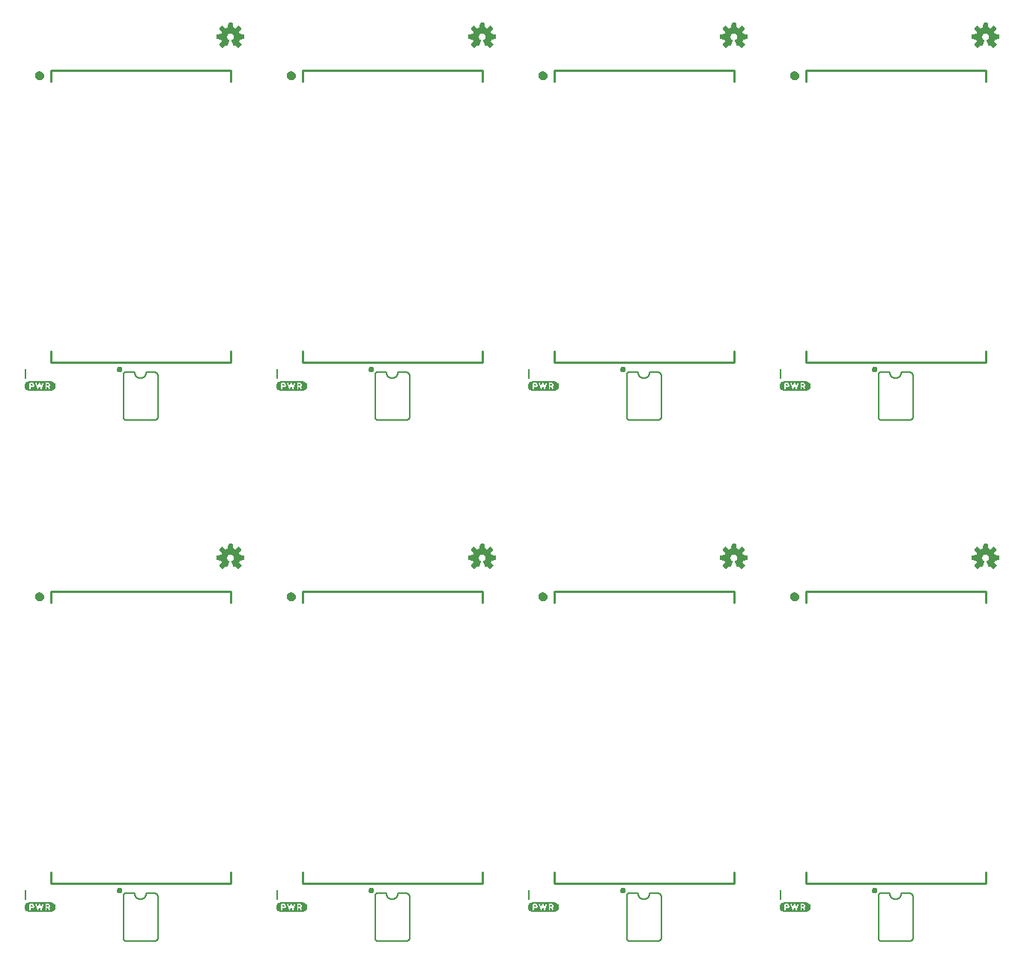
<source format=gto>
G04 EAGLE Gerber RS-274X export*
G75*
%MOMM*%
%FSLAX34Y34*%
%LPD*%
%INSilkscreen Top*%
%IPPOS*%
%AMOC8*
5,1,8,0,0,1.08239X$1,22.5*%
G01*
%ADD10C,0.203200*%
%ADD11C,0.254000*%
%ADD12C,0.508000*%

G36*
X1104060Y1021226D02*
X1104060Y1021226D01*
X1104168Y1021236D01*
X1104181Y1021242D01*
X1104195Y1021244D01*
X1104292Y1021292D01*
X1104391Y1021337D01*
X1104404Y1021348D01*
X1104413Y1021352D01*
X1104428Y1021368D01*
X1104505Y1021430D01*
X1107090Y1024015D01*
X1107153Y1024104D01*
X1107219Y1024189D01*
X1107224Y1024202D01*
X1107232Y1024214D01*
X1107263Y1024317D01*
X1107299Y1024420D01*
X1107299Y1024434D01*
X1107303Y1024447D01*
X1107299Y1024555D01*
X1107300Y1024664D01*
X1107295Y1024677D01*
X1107295Y1024691D01*
X1107257Y1024793D01*
X1107222Y1024895D01*
X1107213Y1024910D01*
X1107209Y1024919D01*
X1107195Y1024936D01*
X1107141Y1025018D01*
X1104377Y1028408D01*
X1104934Y1029490D01*
X1104940Y1029510D01*
X1104982Y1029605D01*
X1105353Y1030764D01*
X1109704Y1031207D01*
X1109808Y1031235D01*
X1109914Y1031260D01*
X1109926Y1031267D01*
X1109939Y1031270D01*
X1110029Y1031331D01*
X1110122Y1031388D01*
X1110130Y1031399D01*
X1110142Y1031407D01*
X1110208Y1031493D01*
X1110277Y1031577D01*
X1110281Y1031590D01*
X1110290Y1031601D01*
X1110324Y1031704D01*
X1110363Y1031805D01*
X1110364Y1031823D01*
X1110368Y1031832D01*
X1110368Y1031854D01*
X1110377Y1031952D01*
X1110377Y1035608D01*
X1110360Y1035715D01*
X1110346Y1035823D01*
X1110340Y1035835D01*
X1110338Y1035849D01*
X1110286Y1035945D01*
X1110239Y1036042D01*
X1110229Y1036052D01*
X1110223Y1036064D01*
X1110143Y1036138D01*
X1110067Y1036215D01*
X1110055Y1036221D01*
X1110045Y1036231D01*
X1109946Y1036276D01*
X1109849Y1036324D01*
X1109831Y1036328D01*
X1109822Y1036332D01*
X1109801Y1036334D01*
X1109704Y1036353D01*
X1105353Y1036796D01*
X1104982Y1037955D01*
X1104973Y1037972D01*
X1104971Y1037980D01*
X1104967Y1037987D01*
X1104934Y1038070D01*
X1104377Y1039152D01*
X1107141Y1042542D01*
X1107195Y1042636D01*
X1107252Y1042728D01*
X1107255Y1042741D01*
X1107262Y1042753D01*
X1107283Y1042860D01*
X1107308Y1042965D01*
X1107306Y1042979D01*
X1107309Y1042993D01*
X1107294Y1043100D01*
X1107284Y1043208D01*
X1107278Y1043221D01*
X1107276Y1043235D01*
X1107228Y1043332D01*
X1107183Y1043431D01*
X1107172Y1043444D01*
X1107168Y1043453D01*
X1107152Y1043468D01*
X1107090Y1043545D01*
X1104505Y1046130D01*
X1104416Y1046193D01*
X1104331Y1046259D01*
X1104318Y1046264D01*
X1104306Y1046272D01*
X1104203Y1046303D01*
X1104100Y1046339D01*
X1104086Y1046339D01*
X1104073Y1046343D01*
X1103965Y1046339D01*
X1103856Y1046340D01*
X1103843Y1046335D01*
X1103829Y1046335D01*
X1103727Y1046297D01*
X1103625Y1046262D01*
X1103610Y1046253D01*
X1103601Y1046249D01*
X1103584Y1046235D01*
X1103502Y1046181D01*
X1100112Y1043417D01*
X1099030Y1043974D01*
X1099010Y1043980D01*
X1098915Y1044022D01*
X1097756Y1044393D01*
X1097313Y1048744D01*
X1097285Y1048848D01*
X1097260Y1048954D01*
X1097253Y1048966D01*
X1097250Y1048979D01*
X1097189Y1049069D01*
X1097132Y1049162D01*
X1097121Y1049170D01*
X1097113Y1049182D01*
X1097027Y1049248D01*
X1096943Y1049317D01*
X1096930Y1049321D01*
X1096919Y1049330D01*
X1096816Y1049364D01*
X1096715Y1049403D01*
X1096697Y1049404D01*
X1096688Y1049408D01*
X1096666Y1049408D01*
X1096568Y1049417D01*
X1092912Y1049417D01*
X1092805Y1049400D01*
X1092697Y1049386D01*
X1092685Y1049380D01*
X1092671Y1049378D01*
X1092575Y1049326D01*
X1092478Y1049279D01*
X1092468Y1049269D01*
X1092456Y1049263D01*
X1092382Y1049183D01*
X1092305Y1049107D01*
X1092299Y1049095D01*
X1092289Y1049085D01*
X1092244Y1048986D01*
X1092196Y1048889D01*
X1092192Y1048871D01*
X1092188Y1048862D01*
X1092186Y1048841D01*
X1092167Y1048744D01*
X1091724Y1044393D01*
X1090565Y1044022D01*
X1090547Y1044012D01*
X1090450Y1043974D01*
X1089368Y1043417D01*
X1085978Y1046181D01*
X1085884Y1046235D01*
X1085792Y1046292D01*
X1085779Y1046295D01*
X1085767Y1046302D01*
X1085660Y1046323D01*
X1085555Y1046348D01*
X1085541Y1046346D01*
X1085527Y1046349D01*
X1085420Y1046334D01*
X1085312Y1046324D01*
X1085299Y1046318D01*
X1085286Y1046316D01*
X1085188Y1046268D01*
X1085089Y1046223D01*
X1085076Y1046212D01*
X1085067Y1046208D01*
X1085052Y1046192D01*
X1084975Y1046130D01*
X1082390Y1043545D01*
X1082327Y1043456D01*
X1082261Y1043371D01*
X1082256Y1043358D01*
X1082248Y1043346D01*
X1082217Y1043243D01*
X1082181Y1043140D01*
X1082181Y1043126D01*
X1082177Y1043113D01*
X1082181Y1043005D01*
X1082180Y1042896D01*
X1082185Y1042883D01*
X1082185Y1042869D01*
X1082223Y1042767D01*
X1082258Y1042665D01*
X1082267Y1042650D01*
X1082271Y1042641D01*
X1082285Y1042624D01*
X1082339Y1042542D01*
X1085103Y1039152D01*
X1084546Y1038070D01*
X1084540Y1038050D01*
X1084498Y1037955D01*
X1084127Y1036796D01*
X1079776Y1036353D01*
X1079672Y1036325D01*
X1079566Y1036300D01*
X1079554Y1036293D01*
X1079541Y1036290D01*
X1079451Y1036229D01*
X1079358Y1036172D01*
X1079350Y1036161D01*
X1079338Y1036153D01*
X1079272Y1036067D01*
X1079204Y1035983D01*
X1079199Y1035970D01*
X1079190Y1035959D01*
X1079156Y1035856D01*
X1079117Y1035755D01*
X1079116Y1035737D01*
X1079112Y1035728D01*
X1079113Y1035706D01*
X1079103Y1035608D01*
X1079103Y1031952D01*
X1079120Y1031845D01*
X1079134Y1031737D01*
X1079140Y1031725D01*
X1079142Y1031711D01*
X1079194Y1031615D01*
X1079241Y1031518D01*
X1079251Y1031508D01*
X1079257Y1031496D01*
X1079337Y1031422D01*
X1079413Y1031345D01*
X1079425Y1031339D01*
X1079436Y1031329D01*
X1079534Y1031284D01*
X1079631Y1031236D01*
X1079649Y1031232D01*
X1079658Y1031228D01*
X1079679Y1031226D01*
X1079776Y1031207D01*
X1084127Y1030764D01*
X1084498Y1029605D01*
X1084508Y1029587D01*
X1084546Y1029490D01*
X1085103Y1028408D01*
X1082339Y1025018D01*
X1082285Y1024924D01*
X1082228Y1024832D01*
X1082225Y1024819D01*
X1082218Y1024807D01*
X1082197Y1024700D01*
X1082172Y1024595D01*
X1082174Y1024581D01*
X1082171Y1024567D01*
X1082186Y1024460D01*
X1082196Y1024352D01*
X1082202Y1024339D01*
X1082204Y1024326D01*
X1082252Y1024228D01*
X1082297Y1024129D01*
X1082308Y1024116D01*
X1082312Y1024107D01*
X1082328Y1024092D01*
X1082390Y1024015D01*
X1084975Y1021430D01*
X1085064Y1021367D01*
X1085149Y1021301D01*
X1085162Y1021296D01*
X1085174Y1021288D01*
X1085277Y1021257D01*
X1085380Y1021221D01*
X1085394Y1021221D01*
X1085407Y1021217D01*
X1085515Y1021221D01*
X1085624Y1021220D01*
X1085637Y1021225D01*
X1085651Y1021225D01*
X1085753Y1021263D01*
X1085855Y1021298D01*
X1085870Y1021307D01*
X1085879Y1021311D01*
X1085896Y1021325D01*
X1085978Y1021379D01*
X1089368Y1024143D01*
X1090450Y1023586D01*
X1090503Y1023569D01*
X1090552Y1023543D01*
X1090618Y1023532D01*
X1090682Y1023511D01*
X1090738Y1023512D01*
X1090792Y1023503D01*
X1090859Y1023514D01*
X1090926Y1023515D01*
X1090978Y1023533D01*
X1091033Y1023542D01*
X1091093Y1023574D01*
X1091156Y1023597D01*
X1091199Y1023631D01*
X1091249Y1023657D01*
X1091295Y1023706D01*
X1091347Y1023748D01*
X1091378Y1023795D01*
X1091416Y1023835D01*
X1091472Y1023940D01*
X1091480Y1023953D01*
X1091481Y1023958D01*
X1091485Y1023965D01*
X1093638Y1029162D01*
X1093658Y1029246D01*
X1093663Y1029258D01*
X1093665Y1029274D01*
X1093690Y1029360D01*
X1093689Y1029380D01*
X1093694Y1029400D01*
X1093686Y1029482D01*
X1093687Y1029501D01*
X1093683Y1029521D01*
X1093679Y1029604D01*
X1093672Y1029623D01*
X1093670Y1029643D01*
X1093638Y1029712D01*
X1093632Y1029739D01*
X1093617Y1029763D01*
X1093590Y1029832D01*
X1093577Y1029847D01*
X1093569Y1029865D01*
X1093524Y1029914D01*
X1093504Y1029946D01*
X1093472Y1029972D01*
X1093433Y1030018D01*
X1093412Y1030033D01*
X1093402Y1030043D01*
X1093381Y1030055D01*
X1093318Y1030099D01*
X1093315Y1030101D01*
X1093314Y1030101D01*
X1093312Y1030103D01*
X1092428Y1030598D01*
X1091749Y1031225D01*
X1091235Y1031994D01*
X1090915Y1032862D01*
X1090807Y1033779D01*
X1090920Y1034714D01*
X1091251Y1035595D01*
X1091783Y1036372D01*
X1092484Y1037001D01*
X1093314Y1037444D01*
X1094226Y1037678D01*
X1095168Y1037688D01*
X1096084Y1037474D01*
X1096924Y1037049D01*
X1097638Y1036436D01*
X1098187Y1035671D01*
X1098538Y1034797D01*
X1098671Y1033865D01*
X1098579Y1032928D01*
X1098267Y1032040D01*
X1097752Y1031252D01*
X1097065Y1030608D01*
X1096166Y1030102D01*
X1096126Y1030069D01*
X1096084Y1030047D01*
X1096053Y1030014D01*
X1096005Y1029979D01*
X1095992Y1029962D01*
X1095976Y1029949D01*
X1095941Y1029895D01*
X1095917Y1029869D01*
X1095904Y1029838D01*
X1095862Y1029781D01*
X1095856Y1029761D01*
X1095845Y1029743D01*
X1095827Y1029670D01*
X1095817Y1029647D01*
X1095814Y1029623D01*
X1095791Y1029548D01*
X1095792Y1029527D01*
X1095787Y1029506D01*
X1095794Y1029422D01*
X1095793Y1029404D01*
X1095796Y1029388D01*
X1095799Y1029304D01*
X1095807Y1029278D01*
X1095808Y1029263D01*
X1095818Y1029241D01*
X1095842Y1029162D01*
X1096150Y1028417D01*
X1096151Y1028417D01*
X1096461Y1027668D01*
X1096771Y1026919D01*
X1096771Y1026918D01*
X1097082Y1026170D01*
X1097082Y1026169D01*
X1097392Y1025420D01*
X1097702Y1024671D01*
X1097703Y1024671D01*
X1097995Y1023965D01*
X1098024Y1023918D01*
X1098045Y1023866D01*
X1098088Y1023815D01*
X1098124Y1023758D01*
X1098167Y1023723D01*
X1098203Y1023680D01*
X1098260Y1023646D01*
X1098312Y1023603D01*
X1098364Y1023584D01*
X1098412Y1023555D01*
X1098478Y1023541D01*
X1098541Y1023517D01*
X1098596Y1023515D01*
X1098650Y1023504D01*
X1098717Y1023511D01*
X1098784Y1023509D01*
X1098838Y1023525D01*
X1098893Y1023532D01*
X1099004Y1023576D01*
X1099018Y1023580D01*
X1099022Y1023583D01*
X1099030Y1023586D01*
X1100112Y1024143D01*
X1103502Y1021379D01*
X1103596Y1021325D01*
X1103688Y1021268D01*
X1103701Y1021265D01*
X1103713Y1021258D01*
X1103820Y1021237D01*
X1103925Y1021212D01*
X1103939Y1021214D01*
X1103953Y1021211D01*
X1104060Y1021226D01*
G37*
G36*
X819580Y1021226D02*
X819580Y1021226D01*
X819688Y1021236D01*
X819701Y1021242D01*
X819715Y1021244D01*
X819812Y1021292D01*
X819911Y1021337D01*
X819924Y1021348D01*
X819933Y1021352D01*
X819948Y1021368D01*
X820025Y1021430D01*
X822610Y1024015D01*
X822673Y1024104D01*
X822739Y1024189D01*
X822744Y1024202D01*
X822752Y1024214D01*
X822783Y1024317D01*
X822819Y1024420D01*
X822819Y1024434D01*
X822823Y1024447D01*
X822819Y1024555D01*
X822820Y1024664D01*
X822815Y1024677D01*
X822815Y1024691D01*
X822777Y1024793D01*
X822742Y1024895D01*
X822733Y1024910D01*
X822729Y1024919D01*
X822715Y1024936D01*
X822661Y1025018D01*
X819897Y1028408D01*
X820454Y1029490D01*
X820460Y1029510D01*
X820502Y1029605D01*
X820873Y1030764D01*
X825224Y1031207D01*
X825328Y1031235D01*
X825434Y1031260D01*
X825446Y1031267D01*
X825459Y1031270D01*
X825549Y1031331D01*
X825642Y1031388D01*
X825650Y1031399D01*
X825662Y1031407D01*
X825728Y1031493D01*
X825797Y1031577D01*
X825801Y1031590D01*
X825810Y1031601D01*
X825844Y1031704D01*
X825883Y1031805D01*
X825884Y1031823D01*
X825888Y1031832D01*
X825888Y1031854D01*
X825897Y1031952D01*
X825897Y1035608D01*
X825880Y1035715D01*
X825866Y1035823D01*
X825860Y1035835D01*
X825858Y1035849D01*
X825806Y1035945D01*
X825759Y1036042D01*
X825749Y1036052D01*
X825743Y1036064D01*
X825663Y1036138D01*
X825587Y1036215D01*
X825575Y1036221D01*
X825565Y1036231D01*
X825466Y1036276D01*
X825369Y1036324D01*
X825351Y1036328D01*
X825342Y1036332D01*
X825321Y1036334D01*
X825224Y1036353D01*
X820873Y1036796D01*
X820502Y1037955D01*
X820493Y1037972D01*
X820491Y1037980D01*
X820487Y1037987D01*
X820454Y1038070D01*
X819897Y1039152D01*
X822661Y1042542D01*
X822715Y1042636D01*
X822772Y1042728D01*
X822775Y1042741D01*
X822782Y1042753D01*
X822803Y1042860D01*
X822828Y1042965D01*
X822826Y1042979D01*
X822829Y1042993D01*
X822814Y1043100D01*
X822804Y1043208D01*
X822798Y1043221D01*
X822796Y1043235D01*
X822748Y1043332D01*
X822703Y1043431D01*
X822692Y1043444D01*
X822688Y1043453D01*
X822672Y1043468D01*
X822610Y1043545D01*
X820025Y1046130D01*
X819936Y1046193D01*
X819851Y1046259D01*
X819838Y1046264D01*
X819826Y1046272D01*
X819723Y1046303D01*
X819620Y1046339D01*
X819606Y1046339D01*
X819593Y1046343D01*
X819485Y1046339D01*
X819376Y1046340D01*
X819363Y1046335D01*
X819349Y1046335D01*
X819247Y1046297D01*
X819145Y1046262D01*
X819130Y1046253D01*
X819121Y1046249D01*
X819104Y1046235D01*
X819022Y1046181D01*
X815632Y1043417D01*
X814550Y1043974D01*
X814530Y1043980D01*
X814435Y1044022D01*
X813276Y1044393D01*
X812833Y1048744D01*
X812805Y1048848D01*
X812780Y1048954D01*
X812773Y1048966D01*
X812770Y1048979D01*
X812709Y1049069D01*
X812652Y1049162D01*
X812641Y1049170D01*
X812633Y1049182D01*
X812547Y1049248D01*
X812463Y1049317D01*
X812450Y1049321D01*
X812439Y1049330D01*
X812336Y1049364D01*
X812235Y1049403D01*
X812217Y1049404D01*
X812208Y1049408D01*
X812186Y1049408D01*
X812088Y1049417D01*
X808432Y1049417D01*
X808325Y1049400D01*
X808217Y1049386D01*
X808205Y1049380D01*
X808191Y1049378D01*
X808095Y1049326D01*
X807998Y1049279D01*
X807988Y1049269D01*
X807976Y1049263D01*
X807902Y1049183D01*
X807825Y1049107D01*
X807819Y1049095D01*
X807809Y1049085D01*
X807764Y1048986D01*
X807716Y1048889D01*
X807712Y1048871D01*
X807708Y1048862D01*
X807706Y1048841D01*
X807687Y1048744D01*
X807244Y1044393D01*
X806085Y1044022D01*
X806067Y1044012D01*
X805970Y1043974D01*
X804888Y1043417D01*
X801498Y1046181D01*
X801404Y1046235D01*
X801312Y1046292D01*
X801299Y1046295D01*
X801287Y1046302D01*
X801180Y1046323D01*
X801075Y1046348D01*
X801061Y1046346D01*
X801047Y1046349D01*
X800940Y1046334D01*
X800832Y1046324D01*
X800819Y1046318D01*
X800806Y1046316D01*
X800708Y1046268D01*
X800609Y1046223D01*
X800596Y1046212D01*
X800587Y1046208D01*
X800572Y1046192D01*
X800495Y1046130D01*
X797910Y1043545D01*
X797847Y1043456D01*
X797781Y1043371D01*
X797776Y1043358D01*
X797768Y1043346D01*
X797737Y1043243D01*
X797701Y1043140D01*
X797701Y1043126D01*
X797697Y1043113D01*
X797701Y1043005D01*
X797700Y1042896D01*
X797705Y1042883D01*
X797705Y1042869D01*
X797743Y1042767D01*
X797778Y1042665D01*
X797787Y1042650D01*
X797791Y1042641D01*
X797805Y1042624D01*
X797859Y1042542D01*
X800623Y1039152D01*
X800066Y1038070D01*
X800060Y1038050D01*
X800018Y1037955D01*
X799647Y1036796D01*
X795296Y1036353D01*
X795192Y1036325D01*
X795086Y1036300D01*
X795074Y1036293D01*
X795061Y1036290D01*
X794971Y1036229D01*
X794878Y1036172D01*
X794870Y1036161D01*
X794858Y1036153D01*
X794792Y1036067D01*
X794724Y1035983D01*
X794719Y1035970D01*
X794710Y1035959D01*
X794676Y1035856D01*
X794637Y1035755D01*
X794636Y1035737D01*
X794632Y1035728D01*
X794633Y1035706D01*
X794623Y1035608D01*
X794623Y1031952D01*
X794640Y1031845D01*
X794654Y1031737D01*
X794660Y1031725D01*
X794662Y1031711D01*
X794714Y1031615D01*
X794761Y1031518D01*
X794771Y1031508D01*
X794777Y1031496D01*
X794857Y1031422D01*
X794933Y1031345D01*
X794945Y1031339D01*
X794956Y1031329D01*
X795054Y1031284D01*
X795151Y1031236D01*
X795169Y1031232D01*
X795178Y1031228D01*
X795199Y1031226D01*
X795296Y1031207D01*
X799647Y1030764D01*
X800018Y1029605D01*
X800028Y1029587D01*
X800066Y1029490D01*
X800623Y1028408D01*
X797859Y1025018D01*
X797805Y1024924D01*
X797748Y1024832D01*
X797745Y1024819D01*
X797738Y1024807D01*
X797717Y1024700D01*
X797692Y1024595D01*
X797694Y1024581D01*
X797691Y1024567D01*
X797706Y1024460D01*
X797716Y1024352D01*
X797722Y1024339D01*
X797724Y1024326D01*
X797772Y1024228D01*
X797817Y1024129D01*
X797828Y1024116D01*
X797832Y1024107D01*
X797848Y1024092D01*
X797910Y1024015D01*
X800495Y1021430D01*
X800584Y1021367D01*
X800669Y1021301D01*
X800682Y1021296D01*
X800694Y1021288D01*
X800797Y1021257D01*
X800900Y1021221D01*
X800914Y1021221D01*
X800927Y1021217D01*
X801035Y1021221D01*
X801144Y1021220D01*
X801157Y1021225D01*
X801171Y1021225D01*
X801273Y1021263D01*
X801375Y1021298D01*
X801390Y1021307D01*
X801399Y1021311D01*
X801416Y1021325D01*
X801498Y1021379D01*
X804888Y1024143D01*
X805970Y1023586D01*
X806023Y1023569D01*
X806072Y1023543D01*
X806138Y1023532D01*
X806202Y1023511D01*
X806258Y1023512D01*
X806312Y1023503D01*
X806379Y1023514D01*
X806446Y1023515D01*
X806498Y1023533D01*
X806553Y1023542D01*
X806613Y1023574D01*
X806676Y1023597D01*
X806719Y1023631D01*
X806769Y1023657D01*
X806815Y1023706D01*
X806867Y1023748D01*
X806898Y1023795D01*
X806936Y1023835D01*
X806992Y1023940D01*
X807000Y1023953D01*
X807001Y1023958D01*
X807005Y1023965D01*
X809158Y1029162D01*
X809178Y1029246D01*
X809183Y1029258D01*
X809185Y1029274D01*
X809210Y1029360D01*
X809209Y1029380D01*
X809214Y1029400D01*
X809206Y1029482D01*
X809207Y1029501D01*
X809203Y1029521D01*
X809199Y1029604D01*
X809192Y1029623D01*
X809190Y1029643D01*
X809158Y1029712D01*
X809152Y1029739D01*
X809137Y1029763D01*
X809110Y1029832D01*
X809097Y1029847D01*
X809089Y1029865D01*
X809044Y1029914D01*
X809024Y1029946D01*
X808992Y1029972D01*
X808953Y1030018D01*
X808932Y1030033D01*
X808922Y1030043D01*
X808901Y1030055D01*
X808838Y1030099D01*
X808835Y1030101D01*
X808834Y1030101D01*
X808832Y1030103D01*
X807948Y1030598D01*
X807269Y1031225D01*
X806755Y1031994D01*
X806435Y1032862D01*
X806327Y1033779D01*
X806440Y1034714D01*
X806771Y1035595D01*
X807303Y1036372D01*
X808004Y1037001D01*
X808834Y1037444D01*
X809746Y1037678D01*
X810688Y1037688D01*
X811604Y1037474D01*
X812444Y1037049D01*
X813158Y1036436D01*
X813707Y1035671D01*
X814058Y1034797D01*
X814191Y1033865D01*
X814099Y1032928D01*
X813787Y1032040D01*
X813272Y1031252D01*
X812585Y1030608D01*
X811686Y1030102D01*
X811646Y1030069D01*
X811604Y1030047D01*
X811573Y1030014D01*
X811525Y1029979D01*
X811512Y1029962D01*
X811496Y1029949D01*
X811461Y1029895D01*
X811437Y1029869D01*
X811424Y1029838D01*
X811382Y1029781D01*
X811376Y1029761D01*
X811365Y1029743D01*
X811347Y1029670D01*
X811337Y1029647D01*
X811334Y1029623D01*
X811311Y1029548D01*
X811312Y1029527D01*
X811307Y1029506D01*
X811314Y1029422D01*
X811313Y1029404D01*
X811316Y1029388D01*
X811319Y1029304D01*
X811327Y1029278D01*
X811328Y1029263D01*
X811338Y1029241D01*
X811362Y1029162D01*
X811670Y1028417D01*
X811671Y1028417D01*
X811981Y1027668D01*
X812291Y1026919D01*
X812291Y1026918D01*
X812602Y1026170D01*
X812602Y1026169D01*
X812912Y1025420D01*
X813222Y1024671D01*
X813223Y1024671D01*
X813515Y1023965D01*
X813544Y1023918D01*
X813565Y1023866D01*
X813608Y1023815D01*
X813644Y1023758D01*
X813687Y1023723D01*
X813723Y1023680D01*
X813780Y1023646D01*
X813832Y1023603D01*
X813884Y1023584D01*
X813932Y1023555D01*
X813998Y1023541D01*
X814061Y1023517D01*
X814116Y1023515D01*
X814170Y1023504D01*
X814237Y1023511D01*
X814304Y1023509D01*
X814358Y1023525D01*
X814413Y1023532D01*
X814524Y1023576D01*
X814538Y1023580D01*
X814542Y1023583D01*
X814550Y1023586D01*
X815632Y1024143D01*
X819022Y1021379D01*
X819116Y1021325D01*
X819208Y1021268D01*
X819221Y1021265D01*
X819233Y1021258D01*
X819340Y1021237D01*
X819445Y1021212D01*
X819459Y1021214D01*
X819473Y1021211D01*
X819580Y1021226D01*
G37*
G36*
X535100Y1021226D02*
X535100Y1021226D01*
X535208Y1021236D01*
X535221Y1021242D01*
X535235Y1021244D01*
X535332Y1021292D01*
X535431Y1021337D01*
X535444Y1021348D01*
X535453Y1021352D01*
X535468Y1021368D01*
X535545Y1021430D01*
X538130Y1024015D01*
X538193Y1024104D01*
X538259Y1024189D01*
X538264Y1024202D01*
X538272Y1024214D01*
X538303Y1024317D01*
X538339Y1024420D01*
X538339Y1024434D01*
X538343Y1024447D01*
X538339Y1024555D01*
X538340Y1024664D01*
X538335Y1024677D01*
X538335Y1024691D01*
X538297Y1024793D01*
X538262Y1024895D01*
X538253Y1024910D01*
X538249Y1024919D01*
X538235Y1024936D01*
X538181Y1025018D01*
X535417Y1028408D01*
X535974Y1029490D01*
X535980Y1029510D01*
X536022Y1029605D01*
X536393Y1030764D01*
X540744Y1031207D01*
X540848Y1031235D01*
X540954Y1031260D01*
X540966Y1031267D01*
X540979Y1031270D01*
X541069Y1031331D01*
X541162Y1031388D01*
X541170Y1031399D01*
X541182Y1031407D01*
X541248Y1031493D01*
X541317Y1031577D01*
X541321Y1031590D01*
X541330Y1031601D01*
X541364Y1031704D01*
X541403Y1031805D01*
X541404Y1031823D01*
X541408Y1031832D01*
X541408Y1031854D01*
X541417Y1031952D01*
X541417Y1035608D01*
X541400Y1035715D01*
X541386Y1035823D01*
X541380Y1035835D01*
X541378Y1035849D01*
X541326Y1035945D01*
X541279Y1036042D01*
X541269Y1036052D01*
X541263Y1036064D01*
X541183Y1036138D01*
X541107Y1036215D01*
X541095Y1036221D01*
X541085Y1036231D01*
X540986Y1036276D01*
X540889Y1036324D01*
X540871Y1036328D01*
X540862Y1036332D01*
X540841Y1036334D01*
X540744Y1036353D01*
X536393Y1036796D01*
X536022Y1037955D01*
X536013Y1037972D01*
X536011Y1037980D01*
X536007Y1037987D01*
X535974Y1038070D01*
X535417Y1039152D01*
X538181Y1042542D01*
X538235Y1042636D01*
X538292Y1042728D01*
X538295Y1042741D01*
X538302Y1042753D01*
X538323Y1042860D01*
X538348Y1042965D01*
X538346Y1042979D01*
X538349Y1042993D01*
X538334Y1043100D01*
X538324Y1043208D01*
X538318Y1043221D01*
X538316Y1043235D01*
X538268Y1043332D01*
X538223Y1043431D01*
X538212Y1043444D01*
X538208Y1043453D01*
X538192Y1043468D01*
X538130Y1043545D01*
X535545Y1046130D01*
X535456Y1046193D01*
X535371Y1046259D01*
X535358Y1046264D01*
X535346Y1046272D01*
X535243Y1046303D01*
X535140Y1046339D01*
X535126Y1046339D01*
X535113Y1046343D01*
X535005Y1046339D01*
X534896Y1046340D01*
X534883Y1046335D01*
X534869Y1046335D01*
X534767Y1046297D01*
X534665Y1046262D01*
X534650Y1046253D01*
X534641Y1046249D01*
X534624Y1046235D01*
X534542Y1046181D01*
X531152Y1043417D01*
X530070Y1043974D01*
X530050Y1043980D01*
X529955Y1044022D01*
X528796Y1044393D01*
X528353Y1048744D01*
X528325Y1048848D01*
X528300Y1048954D01*
X528293Y1048966D01*
X528290Y1048979D01*
X528229Y1049069D01*
X528172Y1049162D01*
X528161Y1049170D01*
X528153Y1049182D01*
X528067Y1049248D01*
X527983Y1049317D01*
X527970Y1049321D01*
X527959Y1049330D01*
X527856Y1049364D01*
X527755Y1049403D01*
X527737Y1049404D01*
X527728Y1049408D01*
X527706Y1049408D01*
X527608Y1049417D01*
X523952Y1049417D01*
X523845Y1049400D01*
X523737Y1049386D01*
X523725Y1049380D01*
X523711Y1049378D01*
X523615Y1049326D01*
X523518Y1049279D01*
X523508Y1049269D01*
X523496Y1049263D01*
X523422Y1049183D01*
X523345Y1049107D01*
X523339Y1049095D01*
X523329Y1049085D01*
X523284Y1048986D01*
X523236Y1048889D01*
X523232Y1048871D01*
X523228Y1048862D01*
X523226Y1048841D01*
X523207Y1048744D01*
X522764Y1044393D01*
X521605Y1044022D01*
X521587Y1044012D01*
X521490Y1043974D01*
X520408Y1043417D01*
X517018Y1046181D01*
X516924Y1046235D01*
X516832Y1046292D01*
X516819Y1046295D01*
X516807Y1046302D01*
X516700Y1046323D01*
X516595Y1046348D01*
X516581Y1046346D01*
X516567Y1046349D01*
X516460Y1046334D01*
X516352Y1046324D01*
X516339Y1046318D01*
X516326Y1046316D01*
X516228Y1046268D01*
X516129Y1046223D01*
X516116Y1046212D01*
X516107Y1046208D01*
X516092Y1046192D01*
X516015Y1046130D01*
X513430Y1043545D01*
X513367Y1043456D01*
X513301Y1043371D01*
X513296Y1043358D01*
X513288Y1043346D01*
X513257Y1043243D01*
X513221Y1043140D01*
X513221Y1043126D01*
X513217Y1043113D01*
X513221Y1043005D01*
X513220Y1042896D01*
X513225Y1042883D01*
X513225Y1042869D01*
X513263Y1042767D01*
X513298Y1042665D01*
X513307Y1042650D01*
X513311Y1042641D01*
X513325Y1042624D01*
X513379Y1042542D01*
X516143Y1039152D01*
X515586Y1038070D01*
X515580Y1038050D01*
X515538Y1037955D01*
X515167Y1036796D01*
X510816Y1036353D01*
X510712Y1036325D01*
X510606Y1036300D01*
X510594Y1036293D01*
X510581Y1036290D01*
X510491Y1036229D01*
X510398Y1036172D01*
X510390Y1036161D01*
X510378Y1036153D01*
X510312Y1036067D01*
X510244Y1035983D01*
X510239Y1035970D01*
X510230Y1035959D01*
X510196Y1035856D01*
X510157Y1035755D01*
X510156Y1035737D01*
X510152Y1035728D01*
X510153Y1035706D01*
X510143Y1035608D01*
X510143Y1031952D01*
X510160Y1031845D01*
X510174Y1031737D01*
X510180Y1031725D01*
X510182Y1031711D01*
X510234Y1031615D01*
X510281Y1031518D01*
X510291Y1031508D01*
X510297Y1031496D01*
X510377Y1031422D01*
X510453Y1031345D01*
X510465Y1031339D01*
X510476Y1031329D01*
X510574Y1031284D01*
X510671Y1031236D01*
X510689Y1031232D01*
X510698Y1031228D01*
X510719Y1031226D01*
X510816Y1031207D01*
X515167Y1030764D01*
X515538Y1029605D01*
X515548Y1029587D01*
X515586Y1029490D01*
X516143Y1028408D01*
X513379Y1025018D01*
X513325Y1024924D01*
X513268Y1024832D01*
X513265Y1024819D01*
X513258Y1024807D01*
X513237Y1024700D01*
X513212Y1024595D01*
X513214Y1024581D01*
X513211Y1024567D01*
X513226Y1024460D01*
X513236Y1024352D01*
X513242Y1024339D01*
X513244Y1024326D01*
X513292Y1024228D01*
X513337Y1024129D01*
X513348Y1024116D01*
X513352Y1024107D01*
X513368Y1024092D01*
X513430Y1024015D01*
X516015Y1021430D01*
X516104Y1021367D01*
X516189Y1021301D01*
X516202Y1021296D01*
X516214Y1021288D01*
X516317Y1021257D01*
X516420Y1021221D01*
X516434Y1021221D01*
X516447Y1021217D01*
X516555Y1021221D01*
X516664Y1021220D01*
X516677Y1021225D01*
X516691Y1021225D01*
X516793Y1021263D01*
X516895Y1021298D01*
X516910Y1021307D01*
X516919Y1021311D01*
X516936Y1021325D01*
X517018Y1021379D01*
X520408Y1024143D01*
X521490Y1023586D01*
X521543Y1023569D01*
X521592Y1023543D01*
X521658Y1023532D01*
X521722Y1023511D01*
X521778Y1023512D01*
X521832Y1023503D01*
X521899Y1023514D01*
X521966Y1023515D01*
X522018Y1023533D01*
X522073Y1023542D01*
X522133Y1023574D01*
X522196Y1023597D01*
X522239Y1023631D01*
X522289Y1023657D01*
X522335Y1023706D01*
X522387Y1023748D01*
X522418Y1023795D01*
X522456Y1023835D01*
X522512Y1023940D01*
X522520Y1023953D01*
X522521Y1023958D01*
X522525Y1023965D01*
X524678Y1029162D01*
X524698Y1029246D01*
X524703Y1029258D01*
X524705Y1029274D01*
X524730Y1029360D01*
X524729Y1029380D01*
X524734Y1029400D01*
X524726Y1029482D01*
X524727Y1029501D01*
X524723Y1029521D01*
X524719Y1029604D01*
X524712Y1029623D01*
X524710Y1029643D01*
X524678Y1029712D01*
X524672Y1029739D01*
X524657Y1029763D01*
X524630Y1029832D01*
X524617Y1029847D01*
X524609Y1029865D01*
X524564Y1029914D01*
X524544Y1029946D01*
X524512Y1029972D01*
X524473Y1030018D01*
X524452Y1030033D01*
X524442Y1030043D01*
X524421Y1030055D01*
X524358Y1030099D01*
X524355Y1030101D01*
X524354Y1030101D01*
X524352Y1030103D01*
X523468Y1030598D01*
X522789Y1031225D01*
X522275Y1031994D01*
X521955Y1032862D01*
X521847Y1033779D01*
X521960Y1034714D01*
X522291Y1035595D01*
X522823Y1036372D01*
X523524Y1037001D01*
X524354Y1037444D01*
X525266Y1037678D01*
X526208Y1037688D01*
X527124Y1037474D01*
X527964Y1037049D01*
X528678Y1036436D01*
X529227Y1035671D01*
X529578Y1034797D01*
X529711Y1033865D01*
X529619Y1032928D01*
X529307Y1032040D01*
X528792Y1031252D01*
X528105Y1030608D01*
X527206Y1030102D01*
X527166Y1030069D01*
X527124Y1030047D01*
X527093Y1030014D01*
X527045Y1029979D01*
X527032Y1029962D01*
X527016Y1029949D01*
X526981Y1029895D01*
X526957Y1029869D01*
X526944Y1029838D01*
X526902Y1029781D01*
X526896Y1029761D01*
X526885Y1029743D01*
X526867Y1029670D01*
X526857Y1029647D01*
X526854Y1029623D01*
X526831Y1029548D01*
X526832Y1029527D01*
X526827Y1029506D01*
X526834Y1029422D01*
X526833Y1029404D01*
X526836Y1029388D01*
X526839Y1029304D01*
X526847Y1029278D01*
X526848Y1029263D01*
X526858Y1029241D01*
X526882Y1029162D01*
X527190Y1028417D01*
X527191Y1028417D01*
X527501Y1027668D01*
X527811Y1026919D01*
X527811Y1026918D01*
X528122Y1026170D01*
X528122Y1026169D01*
X528432Y1025420D01*
X528742Y1024671D01*
X528743Y1024671D01*
X529035Y1023965D01*
X529064Y1023918D01*
X529085Y1023866D01*
X529128Y1023815D01*
X529164Y1023758D01*
X529207Y1023723D01*
X529243Y1023680D01*
X529300Y1023646D01*
X529352Y1023603D01*
X529404Y1023584D01*
X529452Y1023555D01*
X529518Y1023541D01*
X529581Y1023517D01*
X529636Y1023515D01*
X529690Y1023504D01*
X529757Y1023511D01*
X529824Y1023509D01*
X529878Y1023525D01*
X529933Y1023532D01*
X530044Y1023576D01*
X530058Y1023580D01*
X530062Y1023583D01*
X530070Y1023586D01*
X531152Y1024143D01*
X534542Y1021379D01*
X534636Y1021325D01*
X534728Y1021268D01*
X534741Y1021265D01*
X534753Y1021258D01*
X534860Y1021237D01*
X534965Y1021212D01*
X534979Y1021214D01*
X534993Y1021211D01*
X535100Y1021226D01*
G37*
G36*
X250620Y1021226D02*
X250620Y1021226D01*
X250728Y1021236D01*
X250741Y1021242D01*
X250755Y1021244D01*
X250852Y1021292D01*
X250951Y1021337D01*
X250964Y1021348D01*
X250973Y1021352D01*
X250988Y1021368D01*
X251065Y1021430D01*
X253650Y1024015D01*
X253713Y1024104D01*
X253779Y1024189D01*
X253784Y1024202D01*
X253792Y1024214D01*
X253823Y1024317D01*
X253859Y1024420D01*
X253859Y1024434D01*
X253863Y1024447D01*
X253859Y1024555D01*
X253860Y1024664D01*
X253855Y1024677D01*
X253855Y1024691D01*
X253817Y1024793D01*
X253782Y1024895D01*
X253773Y1024910D01*
X253769Y1024919D01*
X253755Y1024936D01*
X253701Y1025018D01*
X250937Y1028408D01*
X251494Y1029490D01*
X251500Y1029510D01*
X251542Y1029605D01*
X251913Y1030764D01*
X256264Y1031207D01*
X256368Y1031235D01*
X256474Y1031260D01*
X256486Y1031267D01*
X256499Y1031270D01*
X256589Y1031331D01*
X256682Y1031388D01*
X256690Y1031399D01*
X256702Y1031407D01*
X256768Y1031493D01*
X256837Y1031577D01*
X256841Y1031590D01*
X256850Y1031601D01*
X256884Y1031704D01*
X256923Y1031805D01*
X256924Y1031823D01*
X256928Y1031832D01*
X256928Y1031854D01*
X256937Y1031952D01*
X256937Y1035608D01*
X256920Y1035715D01*
X256906Y1035823D01*
X256900Y1035835D01*
X256898Y1035849D01*
X256846Y1035945D01*
X256799Y1036042D01*
X256789Y1036052D01*
X256783Y1036064D01*
X256703Y1036138D01*
X256627Y1036215D01*
X256615Y1036221D01*
X256605Y1036231D01*
X256506Y1036276D01*
X256409Y1036324D01*
X256391Y1036328D01*
X256382Y1036332D01*
X256361Y1036334D01*
X256264Y1036353D01*
X251913Y1036796D01*
X251542Y1037955D01*
X251533Y1037972D01*
X251531Y1037980D01*
X251527Y1037987D01*
X251494Y1038070D01*
X250937Y1039152D01*
X253701Y1042542D01*
X253755Y1042636D01*
X253812Y1042728D01*
X253815Y1042741D01*
X253822Y1042753D01*
X253843Y1042860D01*
X253868Y1042965D01*
X253866Y1042979D01*
X253869Y1042993D01*
X253854Y1043100D01*
X253844Y1043208D01*
X253838Y1043221D01*
X253836Y1043235D01*
X253788Y1043332D01*
X253743Y1043431D01*
X253732Y1043444D01*
X253728Y1043453D01*
X253712Y1043468D01*
X253650Y1043545D01*
X251065Y1046130D01*
X250976Y1046193D01*
X250891Y1046259D01*
X250878Y1046264D01*
X250866Y1046272D01*
X250763Y1046303D01*
X250660Y1046339D01*
X250646Y1046339D01*
X250633Y1046343D01*
X250525Y1046339D01*
X250416Y1046340D01*
X250403Y1046335D01*
X250389Y1046335D01*
X250287Y1046297D01*
X250185Y1046262D01*
X250170Y1046253D01*
X250161Y1046249D01*
X250144Y1046235D01*
X250062Y1046181D01*
X246672Y1043417D01*
X245590Y1043974D01*
X245570Y1043980D01*
X245475Y1044022D01*
X244316Y1044393D01*
X243873Y1048744D01*
X243845Y1048848D01*
X243820Y1048954D01*
X243813Y1048966D01*
X243810Y1048979D01*
X243749Y1049069D01*
X243692Y1049162D01*
X243681Y1049170D01*
X243673Y1049182D01*
X243587Y1049248D01*
X243503Y1049317D01*
X243490Y1049321D01*
X243479Y1049330D01*
X243376Y1049364D01*
X243275Y1049403D01*
X243257Y1049404D01*
X243248Y1049408D01*
X243226Y1049408D01*
X243128Y1049417D01*
X239472Y1049417D01*
X239365Y1049400D01*
X239257Y1049386D01*
X239245Y1049380D01*
X239231Y1049378D01*
X239135Y1049326D01*
X239038Y1049279D01*
X239028Y1049269D01*
X239016Y1049263D01*
X238942Y1049183D01*
X238865Y1049107D01*
X238859Y1049095D01*
X238849Y1049085D01*
X238804Y1048986D01*
X238756Y1048889D01*
X238752Y1048871D01*
X238748Y1048862D01*
X238746Y1048841D01*
X238727Y1048744D01*
X238284Y1044393D01*
X237125Y1044022D01*
X237107Y1044012D01*
X237010Y1043974D01*
X235928Y1043417D01*
X232538Y1046181D01*
X232444Y1046235D01*
X232352Y1046292D01*
X232339Y1046295D01*
X232327Y1046302D01*
X232220Y1046323D01*
X232115Y1046348D01*
X232101Y1046346D01*
X232087Y1046349D01*
X231980Y1046334D01*
X231872Y1046324D01*
X231859Y1046318D01*
X231846Y1046316D01*
X231748Y1046268D01*
X231649Y1046223D01*
X231636Y1046212D01*
X231627Y1046208D01*
X231612Y1046192D01*
X231535Y1046130D01*
X228950Y1043545D01*
X228887Y1043456D01*
X228821Y1043371D01*
X228816Y1043358D01*
X228808Y1043346D01*
X228777Y1043243D01*
X228741Y1043140D01*
X228741Y1043126D01*
X228737Y1043113D01*
X228741Y1043005D01*
X228740Y1042896D01*
X228745Y1042883D01*
X228745Y1042869D01*
X228783Y1042767D01*
X228818Y1042665D01*
X228827Y1042650D01*
X228831Y1042641D01*
X228845Y1042624D01*
X228899Y1042542D01*
X231663Y1039152D01*
X231106Y1038070D01*
X231100Y1038050D01*
X231058Y1037955D01*
X230687Y1036796D01*
X226336Y1036353D01*
X226232Y1036325D01*
X226126Y1036300D01*
X226114Y1036293D01*
X226101Y1036290D01*
X226011Y1036229D01*
X225918Y1036172D01*
X225910Y1036161D01*
X225898Y1036153D01*
X225832Y1036067D01*
X225764Y1035983D01*
X225759Y1035970D01*
X225750Y1035959D01*
X225716Y1035856D01*
X225677Y1035755D01*
X225676Y1035737D01*
X225672Y1035728D01*
X225673Y1035706D01*
X225663Y1035608D01*
X225663Y1031952D01*
X225680Y1031845D01*
X225694Y1031737D01*
X225700Y1031725D01*
X225702Y1031711D01*
X225754Y1031615D01*
X225801Y1031518D01*
X225811Y1031508D01*
X225817Y1031496D01*
X225897Y1031422D01*
X225973Y1031345D01*
X225985Y1031339D01*
X225996Y1031329D01*
X226094Y1031284D01*
X226191Y1031236D01*
X226209Y1031232D01*
X226218Y1031228D01*
X226239Y1031226D01*
X226336Y1031207D01*
X230687Y1030764D01*
X231058Y1029605D01*
X231068Y1029587D01*
X231106Y1029490D01*
X231663Y1028408D01*
X228899Y1025018D01*
X228845Y1024924D01*
X228788Y1024832D01*
X228785Y1024819D01*
X228778Y1024807D01*
X228757Y1024700D01*
X228732Y1024595D01*
X228734Y1024581D01*
X228731Y1024567D01*
X228746Y1024460D01*
X228756Y1024352D01*
X228762Y1024339D01*
X228764Y1024326D01*
X228812Y1024228D01*
X228857Y1024129D01*
X228868Y1024116D01*
X228872Y1024107D01*
X228888Y1024092D01*
X228950Y1024015D01*
X231535Y1021430D01*
X231624Y1021367D01*
X231709Y1021301D01*
X231722Y1021296D01*
X231734Y1021288D01*
X231837Y1021257D01*
X231940Y1021221D01*
X231954Y1021221D01*
X231967Y1021217D01*
X232075Y1021221D01*
X232184Y1021220D01*
X232197Y1021225D01*
X232211Y1021225D01*
X232313Y1021263D01*
X232415Y1021298D01*
X232430Y1021307D01*
X232439Y1021311D01*
X232456Y1021325D01*
X232538Y1021379D01*
X235928Y1024143D01*
X237010Y1023586D01*
X237063Y1023569D01*
X237112Y1023543D01*
X237178Y1023532D01*
X237242Y1023511D01*
X237298Y1023512D01*
X237352Y1023503D01*
X237419Y1023514D01*
X237486Y1023515D01*
X237538Y1023533D01*
X237593Y1023542D01*
X237653Y1023574D01*
X237716Y1023597D01*
X237759Y1023631D01*
X237809Y1023657D01*
X237855Y1023706D01*
X237907Y1023748D01*
X237938Y1023795D01*
X237976Y1023835D01*
X238032Y1023940D01*
X238040Y1023953D01*
X238041Y1023958D01*
X238045Y1023965D01*
X240198Y1029162D01*
X240218Y1029246D01*
X240223Y1029258D01*
X240225Y1029274D01*
X240250Y1029360D01*
X240249Y1029380D01*
X240254Y1029400D01*
X240246Y1029482D01*
X240247Y1029501D01*
X240243Y1029521D01*
X240239Y1029604D01*
X240232Y1029623D01*
X240230Y1029643D01*
X240198Y1029712D01*
X240192Y1029739D01*
X240177Y1029763D01*
X240150Y1029832D01*
X240137Y1029847D01*
X240129Y1029865D01*
X240084Y1029914D01*
X240064Y1029946D01*
X240032Y1029972D01*
X239993Y1030018D01*
X239972Y1030033D01*
X239962Y1030043D01*
X239941Y1030055D01*
X239878Y1030099D01*
X239875Y1030101D01*
X239874Y1030101D01*
X239872Y1030103D01*
X238988Y1030598D01*
X238309Y1031225D01*
X237795Y1031994D01*
X237475Y1032862D01*
X237367Y1033779D01*
X237480Y1034714D01*
X237811Y1035595D01*
X238343Y1036372D01*
X239044Y1037001D01*
X239874Y1037444D01*
X240786Y1037678D01*
X241728Y1037688D01*
X242644Y1037474D01*
X243484Y1037049D01*
X244198Y1036436D01*
X244747Y1035671D01*
X245098Y1034797D01*
X245231Y1033865D01*
X245139Y1032928D01*
X244827Y1032040D01*
X244312Y1031252D01*
X243625Y1030608D01*
X242726Y1030102D01*
X242686Y1030069D01*
X242644Y1030047D01*
X242613Y1030014D01*
X242565Y1029979D01*
X242552Y1029962D01*
X242536Y1029949D01*
X242501Y1029895D01*
X242477Y1029869D01*
X242464Y1029838D01*
X242422Y1029781D01*
X242416Y1029761D01*
X242405Y1029743D01*
X242387Y1029670D01*
X242377Y1029647D01*
X242374Y1029623D01*
X242351Y1029548D01*
X242352Y1029527D01*
X242347Y1029506D01*
X242354Y1029422D01*
X242353Y1029404D01*
X242356Y1029388D01*
X242359Y1029304D01*
X242367Y1029278D01*
X242368Y1029263D01*
X242378Y1029241D01*
X242402Y1029162D01*
X242710Y1028417D01*
X242711Y1028417D01*
X243021Y1027668D01*
X243331Y1026919D01*
X243331Y1026918D01*
X243642Y1026170D01*
X243642Y1026169D01*
X243952Y1025420D01*
X244262Y1024671D01*
X244263Y1024671D01*
X244555Y1023965D01*
X244584Y1023918D01*
X244605Y1023866D01*
X244648Y1023815D01*
X244684Y1023758D01*
X244727Y1023723D01*
X244763Y1023680D01*
X244820Y1023646D01*
X244872Y1023603D01*
X244924Y1023584D01*
X244972Y1023555D01*
X245038Y1023541D01*
X245101Y1023517D01*
X245156Y1023515D01*
X245210Y1023504D01*
X245277Y1023511D01*
X245344Y1023509D01*
X245398Y1023525D01*
X245453Y1023532D01*
X245564Y1023576D01*
X245578Y1023580D01*
X245582Y1023583D01*
X245590Y1023586D01*
X246672Y1024143D01*
X250062Y1021379D01*
X250156Y1021325D01*
X250248Y1021268D01*
X250261Y1021265D01*
X250273Y1021258D01*
X250380Y1021237D01*
X250485Y1021212D01*
X250499Y1021214D01*
X250513Y1021211D01*
X250620Y1021226D01*
G37*
G36*
X819580Y431946D02*
X819580Y431946D01*
X819688Y431956D01*
X819701Y431962D01*
X819715Y431964D01*
X819812Y432012D01*
X819911Y432057D01*
X819924Y432068D01*
X819933Y432072D01*
X819948Y432088D01*
X820025Y432150D01*
X822610Y434735D01*
X822673Y434824D01*
X822739Y434909D01*
X822744Y434922D01*
X822752Y434934D01*
X822783Y435037D01*
X822819Y435140D01*
X822819Y435154D01*
X822823Y435167D01*
X822819Y435275D01*
X822820Y435384D01*
X822815Y435397D01*
X822815Y435411D01*
X822777Y435513D01*
X822742Y435615D01*
X822733Y435630D01*
X822729Y435639D01*
X822715Y435656D01*
X822661Y435738D01*
X819897Y439128D01*
X820454Y440210D01*
X820460Y440230D01*
X820502Y440325D01*
X820873Y441484D01*
X825224Y441927D01*
X825328Y441955D01*
X825434Y441980D01*
X825446Y441987D01*
X825459Y441990D01*
X825549Y442051D01*
X825642Y442108D01*
X825650Y442119D01*
X825662Y442127D01*
X825728Y442213D01*
X825797Y442297D01*
X825801Y442310D01*
X825810Y442321D01*
X825844Y442424D01*
X825883Y442525D01*
X825884Y442543D01*
X825888Y442552D01*
X825888Y442574D01*
X825897Y442672D01*
X825897Y446328D01*
X825880Y446435D01*
X825866Y446543D01*
X825860Y446555D01*
X825858Y446569D01*
X825806Y446665D01*
X825759Y446762D01*
X825749Y446772D01*
X825743Y446784D01*
X825663Y446858D01*
X825587Y446935D01*
X825575Y446941D01*
X825565Y446951D01*
X825466Y446996D01*
X825369Y447044D01*
X825351Y447048D01*
X825342Y447052D01*
X825321Y447054D01*
X825224Y447073D01*
X820873Y447516D01*
X820502Y448675D01*
X820493Y448692D01*
X820491Y448700D01*
X820487Y448707D01*
X820454Y448790D01*
X819897Y449872D01*
X822661Y453262D01*
X822715Y453356D01*
X822772Y453448D01*
X822775Y453461D01*
X822782Y453473D01*
X822803Y453580D01*
X822828Y453685D01*
X822826Y453699D01*
X822829Y453713D01*
X822814Y453820D01*
X822804Y453928D01*
X822798Y453941D01*
X822796Y453955D01*
X822748Y454052D01*
X822703Y454151D01*
X822692Y454164D01*
X822688Y454173D01*
X822672Y454188D01*
X822610Y454265D01*
X820025Y456850D01*
X819936Y456913D01*
X819851Y456979D01*
X819838Y456984D01*
X819826Y456992D01*
X819723Y457023D01*
X819620Y457059D01*
X819606Y457059D01*
X819593Y457063D01*
X819485Y457059D01*
X819376Y457060D01*
X819363Y457055D01*
X819349Y457055D01*
X819247Y457017D01*
X819145Y456982D01*
X819130Y456973D01*
X819121Y456969D01*
X819104Y456955D01*
X819022Y456901D01*
X815632Y454137D01*
X814550Y454694D01*
X814530Y454700D01*
X814435Y454742D01*
X813276Y455113D01*
X812833Y459464D01*
X812805Y459568D01*
X812780Y459674D01*
X812773Y459686D01*
X812770Y459699D01*
X812709Y459789D01*
X812652Y459882D01*
X812641Y459890D01*
X812633Y459902D01*
X812547Y459968D01*
X812463Y460037D01*
X812450Y460041D01*
X812439Y460050D01*
X812336Y460084D01*
X812235Y460123D01*
X812217Y460124D01*
X812208Y460128D01*
X812186Y460128D01*
X812088Y460137D01*
X808432Y460137D01*
X808325Y460120D01*
X808217Y460106D01*
X808205Y460100D01*
X808191Y460098D01*
X808095Y460046D01*
X807998Y459999D01*
X807988Y459989D01*
X807976Y459983D01*
X807902Y459903D01*
X807825Y459827D01*
X807819Y459815D01*
X807809Y459805D01*
X807764Y459706D01*
X807716Y459609D01*
X807712Y459591D01*
X807708Y459582D01*
X807706Y459561D01*
X807687Y459464D01*
X807244Y455113D01*
X806085Y454742D01*
X806067Y454732D01*
X805970Y454694D01*
X804888Y454137D01*
X801498Y456901D01*
X801404Y456955D01*
X801312Y457012D01*
X801299Y457015D01*
X801287Y457022D01*
X801180Y457043D01*
X801075Y457068D01*
X801061Y457066D01*
X801047Y457069D01*
X800940Y457054D01*
X800832Y457044D01*
X800819Y457038D01*
X800806Y457036D01*
X800708Y456988D01*
X800609Y456943D01*
X800596Y456932D01*
X800587Y456928D01*
X800572Y456912D01*
X800495Y456850D01*
X797910Y454265D01*
X797847Y454176D01*
X797781Y454091D01*
X797776Y454078D01*
X797768Y454066D01*
X797737Y453963D01*
X797701Y453860D01*
X797701Y453846D01*
X797697Y453833D01*
X797701Y453725D01*
X797700Y453616D01*
X797705Y453603D01*
X797705Y453589D01*
X797743Y453487D01*
X797778Y453385D01*
X797787Y453370D01*
X797791Y453361D01*
X797805Y453344D01*
X797859Y453262D01*
X800623Y449872D01*
X800066Y448790D01*
X800060Y448770D01*
X800018Y448675D01*
X799647Y447516D01*
X795296Y447073D01*
X795192Y447045D01*
X795086Y447020D01*
X795074Y447013D01*
X795061Y447010D01*
X794971Y446949D01*
X794878Y446892D01*
X794870Y446881D01*
X794858Y446873D01*
X794792Y446787D01*
X794724Y446703D01*
X794719Y446690D01*
X794710Y446679D01*
X794676Y446576D01*
X794637Y446475D01*
X794636Y446457D01*
X794632Y446448D01*
X794633Y446426D01*
X794623Y446328D01*
X794623Y442672D01*
X794640Y442565D01*
X794654Y442457D01*
X794660Y442445D01*
X794662Y442431D01*
X794714Y442335D01*
X794761Y442238D01*
X794771Y442228D01*
X794777Y442216D01*
X794857Y442142D01*
X794933Y442065D01*
X794945Y442059D01*
X794956Y442049D01*
X795054Y442004D01*
X795151Y441956D01*
X795169Y441952D01*
X795178Y441948D01*
X795199Y441946D01*
X795296Y441927D01*
X799647Y441484D01*
X800018Y440325D01*
X800028Y440307D01*
X800066Y440210D01*
X800623Y439128D01*
X797859Y435738D01*
X797805Y435644D01*
X797748Y435552D01*
X797745Y435539D01*
X797738Y435527D01*
X797717Y435420D01*
X797692Y435315D01*
X797694Y435301D01*
X797691Y435287D01*
X797706Y435180D01*
X797716Y435072D01*
X797722Y435059D01*
X797724Y435046D01*
X797772Y434948D01*
X797817Y434849D01*
X797828Y434836D01*
X797832Y434827D01*
X797848Y434812D01*
X797910Y434735D01*
X800495Y432150D01*
X800584Y432087D01*
X800669Y432021D01*
X800682Y432016D01*
X800694Y432008D01*
X800797Y431977D01*
X800900Y431941D01*
X800914Y431941D01*
X800927Y431937D01*
X801035Y431941D01*
X801144Y431940D01*
X801157Y431945D01*
X801171Y431945D01*
X801273Y431983D01*
X801375Y432018D01*
X801390Y432027D01*
X801399Y432031D01*
X801416Y432045D01*
X801498Y432099D01*
X804888Y434863D01*
X805970Y434306D01*
X806023Y434289D01*
X806072Y434263D01*
X806138Y434252D01*
X806202Y434231D01*
X806258Y434232D01*
X806312Y434223D01*
X806379Y434234D01*
X806446Y434235D01*
X806498Y434253D01*
X806553Y434262D01*
X806613Y434294D01*
X806676Y434317D01*
X806719Y434351D01*
X806769Y434377D01*
X806815Y434426D01*
X806867Y434468D01*
X806898Y434515D01*
X806936Y434555D01*
X806992Y434660D01*
X807000Y434673D01*
X807001Y434678D01*
X807005Y434685D01*
X809158Y439882D01*
X809178Y439966D01*
X809183Y439978D01*
X809185Y439994D01*
X809210Y440080D01*
X809209Y440100D01*
X809214Y440120D01*
X809206Y440202D01*
X809207Y440221D01*
X809203Y440241D01*
X809199Y440324D01*
X809192Y440343D01*
X809190Y440363D01*
X809158Y440432D01*
X809152Y440459D01*
X809137Y440483D01*
X809110Y440552D01*
X809097Y440567D01*
X809089Y440585D01*
X809044Y440634D01*
X809024Y440666D01*
X808992Y440692D01*
X808953Y440738D01*
X808932Y440753D01*
X808922Y440763D01*
X808901Y440775D01*
X808838Y440819D01*
X808835Y440821D01*
X808834Y440821D01*
X808832Y440823D01*
X807948Y441318D01*
X807269Y441945D01*
X806755Y442714D01*
X806435Y443582D01*
X806327Y444499D01*
X806440Y445434D01*
X806771Y446315D01*
X807303Y447092D01*
X808004Y447721D01*
X808834Y448164D01*
X809746Y448398D01*
X810688Y448408D01*
X811604Y448194D01*
X812444Y447769D01*
X813158Y447156D01*
X813707Y446391D01*
X814058Y445517D01*
X814191Y444585D01*
X814099Y443648D01*
X813787Y442760D01*
X813272Y441972D01*
X812585Y441328D01*
X811686Y440822D01*
X811646Y440789D01*
X811604Y440767D01*
X811573Y440734D01*
X811525Y440699D01*
X811512Y440682D01*
X811496Y440669D01*
X811461Y440615D01*
X811437Y440589D01*
X811424Y440558D01*
X811382Y440501D01*
X811376Y440481D01*
X811365Y440463D01*
X811347Y440390D01*
X811337Y440367D01*
X811334Y440343D01*
X811311Y440268D01*
X811312Y440247D01*
X811307Y440226D01*
X811314Y440142D01*
X811313Y440124D01*
X811316Y440108D01*
X811319Y440024D01*
X811327Y439998D01*
X811328Y439983D01*
X811338Y439961D01*
X811362Y439882D01*
X811670Y439137D01*
X811671Y439137D01*
X811981Y438388D01*
X812291Y437639D01*
X812291Y437638D01*
X812602Y436890D01*
X812602Y436889D01*
X812912Y436140D01*
X813222Y435391D01*
X813223Y435391D01*
X813515Y434685D01*
X813544Y434638D01*
X813565Y434586D01*
X813608Y434535D01*
X813644Y434478D01*
X813687Y434443D01*
X813723Y434400D01*
X813780Y434366D01*
X813832Y434323D01*
X813884Y434304D01*
X813932Y434275D01*
X813998Y434261D01*
X814061Y434237D01*
X814116Y434235D01*
X814170Y434224D01*
X814237Y434231D01*
X814304Y434229D01*
X814358Y434245D01*
X814413Y434252D01*
X814524Y434296D01*
X814538Y434300D01*
X814542Y434303D01*
X814550Y434306D01*
X815632Y434863D01*
X819022Y432099D01*
X819116Y432045D01*
X819208Y431988D01*
X819221Y431985D01*
X819233Y431978D01*
X819340Y431957D01*
X819445Y431932D01*
X819459Y431934D01*
X819473Y431931D01*
X819580Y431946D01*
G37*
G36*
X1104060Y431946D02*
X1104060Y431946D01*
X1104168Y431956D01*
X1104181Y431962D01*
X1104195Y431964D01*
X1104292Y432012D01*
X1104391Y432057D01*
X1104404Y432068D01*
X1104413Y432072D01*
X1104428Y432088D01*
X1104505Y432150D01*
X1107090Y434735D01*
X1107153Y434824D01*
X1107219Y434909D01*
X1107224Y434922D01*
X1107232Y434934D01*
X1107263Y435037D01*
X1107299Y435140D01*
X1107299Y435154D01*
X1107303Y435167D01*
X1107299Y435275D01*
X1107300Y435384D01*
X1107295Y435397D01*
X1107295Y435411D01*
X1107257Y435513D01*
X1107222Y435615D01*
X1107213Y435630D01*
X1107209Y435639D01*
X1107195Y435656D01*
X1107141Y435738D01*
X1104377Y439128D01*
X1104934Y440210D01*
X1104940Y440230D01*
X1104982Y440325D01*
X1105353Y441484D01*
X1109704Y441927D01*
X1109808Y441955D01*
X1109914Y441980D01*
X1109926Y441987D01*
X1109939Y441990D01*
X1110029Y442051D01*
X1110122Y442108D01*
X1110130Y442119D01*
X1110142Y442127D01*
X1110208Y442213D01*
X1110277Y442297D01*
X1110281Y442310D01*
X1110290Y442321D01*
X1110324Y442424D01*
X1110363Y442525D01*
X1110364Y442543D01*
X1110368Y442552D01*
X1110368Y442574D01*
X1110377Y442672D01*
X1110377Y446328D01*
X1110360Y446435D01*
X1110346Y446543D01*
X1110340Y446555D01*
X1110338Y446569D01*
X1110286Y446665D01*
X1110239Y446762D01*
X1110229Y446772D01*
X1110223Y446784D01*
X1110143Y446858D01*
X1110067Y446935D01*
X1110055Y446941D01*
X1110045Y446951D01*
X1109946Y446996D01*
X1109849Y447044D01*
X1109831Y447048D01*
X1109822Y447052D01*
X1109801Y447054D01*
X1109704Y447073D01*
X1105353Y447516D01*
X1104982Y448675D01*
X1104973Y448692D01*
X1104971Y448700D01*
X1104967Y448707D01*
X1104934Y448790D01*
X1104377Y449872D01*
X1107141Y453262D01*
X1107195Y453356D01*
X1107252Y453448D01*
X1107255Y453461D01*
X1107262Y453473D01*
X1107283Y453580D01*
X1107308Y453685D01*
X1107306Y453699D01*
X1107309Y453713D01*
X1107294Y453820D01*
X1107284Y453928D01*
X1107278Y453941D01*
X1107276Y453955D01*
X1107228Y454052D01*
X1107183Y454151D01*
X1107172Y454164D01*
X1107168Y454173D01*
X1107152Y454188D01*
X1107090Y454265D01*
X1104505Y456850D01*
X1104416Y456913D01*
X1104331Y456979D01*
X1104318Y456984D01*
X1104306Y456992D01*
X1104203Y457023D01*
X1104100Y457059D01*
X1104086Y457059D01*
X1104073Y457063D01*
X1103965Y457059D01*
X1103856Y457060D01*
X1103843Y457055D01*
X1103829Y457055D01*
X1103727Y457017D01*
X1103625Y456982D01*
X1103610Y456973D01*
X1103601Y456969D01*
X1103584Y456955D01*
X1103502Y456901D01*
X1100112Y454137D01*
X1099030Y454694D01*
X1099010Y454700D01*
X1098915Y454742D01*
X1097756Y455113D01*
X1097313Y459464D01*
X1097285Y459568D01*
X1097260Y459674D01*
X1097253Y459686D01*
X1097250Y459699D01*
X1097189Y459789D01*
X1097132Y459882D01*
X1097121Y459890D01*
X1097113Y459902D01*
X1097027Y459968D01*
X1096943Y460037D01*
X1096930Y460041D01*
X1096919Y460050D01*
X1096816Y460084D01*
X1096715Y460123D01*
X1096697Y460124D01*
X1096688Y460128D01*
X1096666Y460128D01*
X1096568Y460137D01*
X1092912Y460137D01*
X1092805Y460120D01*
X1092697Y460106D01*
X1092685Y460100D01*
X1092671Y460098D01*
X1092575Y460046D01*
X1092478Y459999D01*
X1092468Y459989D01*
X1092456Y459983D01*
X1092382Y459903D01*
X1092305Y459827D01*
X1092299Y459815D01*
X1092289Y459805D01*
X1092244Y459706D01*
X1092196Y459609D01*
X1092192Y459591D01*
X1092188Y459582D01*
X1092186Y459561D01*
X1092167Y459464D01*
X1091724Y455113D01*
X1090565Y454742D01*
X1090547Y454732D01*
X1090450Y454694D01*
X1089368Y454137D01*
X1085978Y456901D01*
X1085884Y456955D01*
X1085792Y457012D01*
X1085779Y457015D01*
X1085767Y457022D01*
X1085660Y457043D01*
X1085555Y457068D01*
X1085541Y457066D01*
X1085527Y457069D01*
X1085420Y457054D01*
X1085312Y457044D01*
X1085299Y457038D01*
X1085286Y457036D01*
X1085188Y456988D01*
X1085089Y456943D01*
X1085076Y456932D01*
X1085067Y456928D01*
X1085052Y456912D01*
X1084975Y456850D01*
X1082390Y454265D01*
X1082327Y454176D01*
X1082261Y454091D01*
X1082256Y454078D01*
X1082248Y454066D01*
X1082217Y453963D01*
X1082181Y453860D01*
X1082181Y453846D01*
X1082177Y453833D01*
X1082181Y453725D01*
X1082180Y453616D01*
X1082185Y453603D01*
X1082185Y453589D01*
X1082223Y453487D01*
X1082258Y453385D01*
X1082267Y453370D01*
X1082271Y453361D01*
X1082285Y453344D01*
X1082339Y453262D01*
X1085103Y449872D01*
X1084546Y448790D01*
X1084540Y448770D01*
X1084498Y448675D01*
X1084127Y447516D01*
X1079776Y447073D01*
X1079672Y447045D01*
X1079566Y447020D01*
X1079554Y447013D01*
X1079541Y447010D01*
X1079451Y446949D01*
X1079358Y446892D01*
X1079350Y446881D01*
X1079338Y446873D01*
X1079272Y446787D01*
X1079204Y446703D01*
X1079199Y446690D01*
X1079190Y446679D01*
X1079156Y446576D01*
X1079117Y446475D01*
X1079116Y446457D01*
X1079112Y446448D01*
X1079113Y446426D01*
X1079103Y446328D01*
X1079103Y442672D01*
X1079120Y442565D01*
X1079134Y442457D01*
X1079140Y442445D01*
X1079142Y442431D01*
X1079194Y442335D01*
X1079241Y442238D01*
X1079251Y442228D01*
X1079257Y442216D01*
X1079337Y442142D01*
X1079413Y442065D01*
X1079425Y442059D01*
X1079436Y442049D01*
X1079534Y442004D01*
X1079631Y441956D01*
X1079649Y441952D01*
X1079658Y441948D01*
X1079679Y441946D01*
X1079776Y441927D01*
X1084127Y441484D01*
X1084498Y440325D01*
X1084508Y440307D01*
X1084546Y440210D01*
X1085103Y439128D01*
X1082339Y435738D01*
X1082285Y435644D01*
X1082228Y435552D01*
X1082225Y435539D01*
X1082218Y435527D01*
X1082197Y435420D01*
X1082172Y435315D01*
X1082174Y435301D01*
X1082171Y435287D01*
X1082186Y435180D01*
X1082196Y435072D01*
X1082202Y435059D01*
X1082204Y435046D01*
X1082252Y434948D01*
X1082297Y434849D01*
X1082308Y434836D01*
X1082312Y434827D01*
X1082328Y434812D01*
X1082390Y434735D01*
X1084975Y432150D01*
X1085064Y432087D01*
X1085149Y432021D01*
X1085162Y432016D01*
X1085174Y432008D01*
X1085277Y431977D01*
X1085380Y431941D01*
X1085394Y431941D01*
X1085407Y431937D01*
X1085515Y431941D01*
X1085624Y431940D01*
X1085637Y431945D01*
X1085651Y431945D01*
X1085753Y431983D01*
X1085855Y432018D01*
X1085870Y432027D01*
X1085879Y432031D01*
X1085896Y432045D01*
X1085978Y432099D01*
X1089368Y434863D01*
X1090450Y434306D01*
X1090503Y434289D01*
X1090552Y434263D01*
X1090618Y434252D01*
X1090682Y434231D01*
X1090738Y434232D01*
X1090792Y434223D01*
X1090859Y434234D01*
X1090926Y434235D01*
X1090978Y434253D01*
X1091033Y434262D01*
X1091093Y434294D01*
X1091156Y434317D01*
X1091199Y434351D01*
X1091249Y434377D01*
X1091295Y434426D01*
X1091347Y434468D01*
X1091378Y434515D01*
X1091416Y434555D01*
X1091472Y434660D01*
X1091480Y434673D01*
X1091481Y434678D01*
X1091485Y434685D01*
X1093638Y439882D01*
X1093658Y439966D01*
X1093663Y439978D01*
X1093665Y439994D01*
X1093690Y440080D01*
X1093689Y440100D01*
X1093694Y440120D01*
X1093686Y440202D01*
X1093687Y440221D01*
X1093683Y440241D01*
X1093679Y440324D01*
X1093672Y440343D01*
X1093670Y440363D01*
X1093638Y440432D01*
X1093632Y440459D01*
X1093617Y440483D01*
X1093590Y440552D01*
X1093577Y440567D01*
X1093569Y440585D01*
X1093524Y440634D01*
X1093504Y440666D01*
X1093472Y440692D01*
X1093433Y440738D01*
X1093412Y440753D01*
X1093402Y440763D01*
X1093381Y440775D01*
X1093318Y440819D01*
X1093315Y440821D01*
X1093314Y440821D01*
X1093312Y440823D01*
X1092428Y441318D01*
X1091749Y441945D01*
X1091235Y442714D01*
X1090915Y443582D01*
X1090807Y444499D01*
X1090920Y445434D01*
X1091251Y446315D01*
X1091783Y447092D01*
X1092484Y447721D01*
X1093314Y448164D01*
X1094226Y448398D01*
X1095168Y448408D01*
X1096084Y448194D01*
X1096924Y447769D01*
X1097638Y447156D01*
X1098187Y446391D01*
X1098538Y445517D01*
X1098671Y444585D01*
X1098579Y443648D01*
X1098267Y442760D01*
X1097752Y441972D01*
X1097065Y441328D01*
X1096166Y440822D01*
X1096126Y440789D01*
X1096084Y440767D01*
X1096053Y440734D01*
X1096005Y440699D01*
X1095992Y440682D01*
X1095976Y440669D01*
X1095941Y440615D01*
X1095917Y440589D01*
X1095904Y440558D01*
X1095862Y440501D01*
X1095856Y440481D01*
X1095845Y440463D01*
X1095827Y440390D01*
X1095817Y440367D01*
X1095814Y440343D01*
X1095791Y440268D01*
X1095792Y440247D01*
X1095787Y440226D01*
X1095794Y440142D01*
X1095793Y440124D01*
X1095796Y440108D01*
X1095799Y440024D01*
X1095807Y439998D01*
X1095808Y439983D01*
X1095818Y439961D01*
X1095842Y439882D01*
X1096150Y439137D01*
X1096151Y439137D01*
X1096461Y438388D01*
X1096771Y437639D01*
X1096771Y437638D01*
X1097082Y436890D01*
X1097082Y436889D01*
X1097392Y436140D01*
X1097702Y435391D01*
X1097703Y435391D01*
X1097995Y434685D01*
X1098024Y434638D01*
X1098045Y434586D01*
X1098088Y434535D01*
X1098124Y434478D01*
X1098167Y434443D01*
X1098203Y434400D01*
X1098260Y434366D01*
X1098312Y434323D01*
X1098364Y434304D01*
X1098412Y434275D01*
X1098478Y434261D01*
X1098541Y434237D01*
X1098596Y434235D01*
X1098650Y434224D01*
X1098717Y434231D01*
X1098784Y434229D01*
X1098838Y434245D01*
X1098893Y434252D01*
X1099004Y434296D01*
X1099018Y434300D01*
X1099022Y434303D01*
X1099030Y434306D01*
X1100112Y434863D01*
X1103502Y432099D01*
X1103596Y432045D01*
X1103688Y431988D01*
X1103701Y431985D01*
X1103713Y431978D01*
X1103820Y431957D01*
X1103925Y431932D01*
X1103939Y431934D01*
X1103953Y431931D01*
X1104060Y431946D01*
G37*
G36*
X250620Y431946D02*
X250620Y431946D01*
X250728Y431956D01*
X250741Y431962D01*
X250755Y431964D01*
X250852Y432012D01*
X250951Y432057D01*
X250964Y432068D01*
X250973Y432072D01*
X250988Y432088D01*
X251065Y432150D01*
X253650Y434735D01*
X253713Y434824D01*
X253779Y434909D01*
X253784Y434922D01*
X253792Y434934D01*
X253823Y435037D01*
X253859Y435140D01*
X253859Y435154D01*
X253863Y435167D01*
X253859Y435275D01*
X253860Y435384D01*
X253855Y435397D01*
X253855Y435411D01*
X253817Y435513D01*
X253782Y435615D01*
X253773Y435630D01*
X253769Y435639D01*
X253755Y435656D01*
X253701Y435738D01*
X250937Y439128D01*
X251494Y440210D01*
X251500Y440230D01*
X251542Y440325D01*
X251913Y441484D01*
X256264Y441927D01*
X256368Y441955D01*
X256474Y441980D01*
X256486Y441987D01*
X256499Y441990D01*
X256589Y442051D01*
X256682Y442108D01*
X256690Y442119D01*
X256702Y442127D01*
X256768Y442213D01*
X256837Y442297D01*
X256841Y442310D01*
X256850Y442321D01*
X256884Y442424D01*
X256923Y442525D01*
X256924Y442543D01*
X256928Y442552D01*
X256928Y442574D01*
X256937Y442672D01*
X256937Y446328D01*
X256920Y446435D01*
X256906Y446543D01*
X256900Y446555D01*
X256898Y446569D01*
X256846Y446665D01*
X256799Y446762D01*
X256789Y446772D01*
X256783Y446784D01*
X256703Y446858D01*
X256627Y446935D01*
X256615Y446941D01*
X256605Y446951D01*
X256506Y446996D01*
X256409Y447044D01*
X256391Y447048D01*
X256382Y447052D01*
X256361Y447054D01*
X256264Y447073D01*
X251913Y447516D01*
X251542Y448675D01*
X251533Y448692D01*
X251531Y448700D01*
X251527Y448707D01*
X251494Y448790D01*
X250937Y449872D01*
X253701Y453262D01*
X253755Y453356D01*
X253812Y453448D01*
X253815Y453461D01*
X253822Y453473D01*
X253843Y453580D01*
X253868Y453685D01*
X253866Y453699D01*
X253869Y453713D01*
X253854Y453820D01*
X253844Y453928D01*
X253838Y453941D01*
X253836Y453955D01*
X253788Y454052D01*
X253743Y454151D01*
X253732Y454164D01*
X253728Y454173D01*
X253712Y454188D01*
X253650Y454265D01*
X251065Y456850D01*
X250976Y456913D01*
X250891Y456979D01*
X250878Y456984D01*
X250866Y456992D01*
X250763Y457023D01*
X250660Y457059D01*
X250646Y457059D01*
X250633Y457063D01*
X250525Y457059D01*
X250416Y457060D01*
X250403Y457055D01*
X250389Y457055D01*
X250287Y457017D01*
X250185Y456982D01*
X250170Y456973D01*
X250161Y456969D01*
X250144Y456955D01*
X250062Y456901D01*
X246672Y454137D01*
X245590Y454694D01*
X245570Y454700D01*
X245475Y454742D01*
X244316Y455113D01*
X243873Y459464D01*
X243845Y459568D01*
X243820Y459674D01*
X243813Y459686D01*
X243810Y459699D01*
X243749Y459789D01*
X243692Y459882D01*
X243681Y459890D01*
X243673Y459902D01*
X243587Y459968D01*
X243503Y460037D01*
X243490Y460041D01*
X243479Y460050D01*
X243376Y460084D01*
X243275Y460123D01*
X243257Y460124D01*
X243248Y460128D01*
X243226Y460128D01*
X243128Y460137D01*
X239472Y460137D01*
X239365Y460120D01*
X239257Y460106D01*
X239245Y460100D01*
X239231Y460098D01*
X239135Y460046D01*
X239038Y459999D01*
X239028Y459989D01*
X239016Y459983D01*
X238942Y459903D01*
X238865Y459827D01*
X238859Y459815D01*
X238849Y459805D01*
X238804Y459706D01*
X238756Y459609D01*
X238752Y459591D01*
X238748Y459582D01*
X238746Y459561D01*
X238727Y459464D01*
X238284Y455113D01*
X237125Y454742D01*
X237107Y454732D01*
X237010Y454694D01*
X235928Y454137D01*
X232538Y456901D01*
X232444Y456955D01*
X232352Y457012D01*
X232339Y457015D01*
X232327Y457022D01*
X232220Y457043D01*
X232115Y457068D01*
X232101Y457066D01*
X232087Y457069D01*
X231980Y457054D01*
X231872Y457044D01*
X231859Y457038D01*
X231846Y457036D01*
X231748Y456988D01*
X231649Y456943D01*
X231636Y456932D01*
X231627Y456928D01*
X231612Y456912D01*
X231535Y456850D01*
X228950Y454265D01*
X228887Y454176D01*
X228821Y454091D01*
X228816Y454078D01*
X228808Y454066D01*
X228777Y453963D01*
X228741Y453860D01*
X228741Y453846D01*
X228737Y453833D01*
X228741Y453725D01*
X228740Y453616D01*
X228745Y453603D01*
X228745Y453589D01*
X228783Y453487D01*
X228818Y453385D01*
X228827Y453370D01*
X228831Y453361D01*
X228845Y453344D01*
X228899Y453262D01*
X231663Y449872D01*
X231106Y448790D01*
X231100Y448770D01*
X231058Y448675D01*
X230687Y447516D01*
X226336Y447073D01*
X226232Y447045D01*
X226126Y447020D01*
X226114Y447013D01*
X226101Y447010D01*
X226011Y446949D01*
X225918Y446892D01*
X225910Y446881D01*
X225898Y446873D01*
X225832Y446787D01*
X225764Y446703D01*
X225759Y446690D01*
X225750Y446679D01*
X225716Y446576D01*
X225677Y446475D01*
X225676Y446457D01*
X225672Y446448D01*
X225673Y446426D01*
X225663Y446328D01*
X225663Y442672D01*
X225680Y442565D01*
X225694Y442457D01*
X225700Y442445D01*
X225702Y442431D01*
X225754Y442335D01*
X225801Y442238D01*
X225811Y442228D01*
X225817Y442216D01*
X225897Y442142D01*
X225973Y442065D01*
X225985Y442059D01*
X225996Y442049D01*
X226094Y442004D01*
X226191Y441956D01*
X226209Y441952D01*
X226218Y441948D01*
X226239Y441946D01*
X226336Y441927D01*
X230687Y441484D01*
X231058Y440325D01*
X231068Y440307D01*
X231106Y440210D01*
X231663Y439128D01*
X228899Y435738D01*
X228845Y435644D01*
X228788Y435552D01*
X228785Y435539D01*
X228778Y435527D01*
X228757Y435420D01*
X228732Y435315D01*
X228734Y435301D01*
X228731Y435287D01*
X228746Y435180D01*
X228756Y435072D01*
X228762Y435059D01*
X228764Y435046D01*
X228812Y434948D01*
X228857Y434849D01*
X228868Y434836D01*
X228872Y434827D01*
X228888Y434812D01*
X228950Y434735D01*
X231535Y432150D01*
X231624Y432087D01*
X231709Y432021D01*
X231722Y432016D01*
X231734Y432008D01*
X231837Y431977D01*
X231940Y431941D01*
X231954Y431941D01*
X231967Y431937D01*
X232075Y431941D01*
X232184Y431940D01*
X232197Y431945D01*
X232211Y431945D01*
X232313Y431983D01*
X232415Y432018D01*
X232430Y432027D01*
X232439Y432031D01*
X232456Y432045D01*
X232538Y432099D01*
X235928Y434863D01*
X237010Y434306D01*
X237063Y434289D01*
X237112Y434263D01*
X237178Y434252D01*
X237242Y434231D01*
X237298Y434232D01*
X237352Y434223D01*
X237419Y434234D01*
X237486Y434235D01*
X237538Y434253D01*
X237593Y434262D01*
X237653Y434294D01*
X237716Y434317D01*
X237759Y434351D01*
X237809Y434377D01*
X237855Y434426D01*
X237907Y434468D01*
X237938Y434515D01*
X237976Y434555D01*
X238032Y434660D01*
X238040Y434673D01*
X238041Y434678D01*
X238045Y434685D01*
X240198Y439882D01*
X240218Y439966D01*
X240223Y439978D01*
X240225Y439994D01*
X240250Y440080D01*
X240249Y440100D01*
X240254Y440120D01*
X240246Y440202D01*
X240247Y440221D01*
X240243Y440241D01*
X240239Y440324D01*
X240232Y440343D01*
X240230Y440363D01*
X240198Y440432D01*
X240192Y440459D01*
X240177Y440483D01*
X240150Y440552D01*
X240137Y440567D01*
X240129Y440585D01*
X240084Y440634D01*
X240064Y440666D01*
X240032Y440692D01*
X239993Y440738D01*
X239972Y440753D01*
X239962Y440763D01*
X239941Y440775D01*
X239878Y440819D01*
X239875Y440821D01*
X239874Y440821D01*
X239872Y440823D01*
X238988Y441318D01*
X238309Y441945D01*
X237795Y442714D01*
X237475Y443582D01*
X237367Y444499D01*
X237480Y445434D01*
X237811Y446315D01*
X238343Y447092D01*
X239044Y447721D01*
X239874Y448164D01*
X240786Y448398D01*
X241728Y448408D01*
X242644Y448194D01*
X243484Y447769D01*
X244198Y447156D01*
X244747Y446391D01*
X245098Y445517D01*
X245231Y444585D01*
X245139Y443648D01*
X244827Y442760D01*
X244312Y441972D01*
X243625Y441328D01*
X242726Y440822D01*
X242686Y440789D01*
X242644Y440767D01*
X242613Y440734D01*
X242565Y440699D01*
X242552Y440682D01*
X242536Y440669D01*
X242501Y440615D01*
X242477Y440589D01*
X242464Y440558D01*
X242422Y440501D01*
X242416Y440481D01*
X242405Y440463D01*
X242387Y440390D01*
X242377Y440367D01*
X242374Y440343D01*
X242351Y440268D01*
X242352Y440247D01*
X242347Y440226D01*
X242354Y440142D01*
X242353Y440124D01*
X242356Y440108D01*
X242359Y440024D01*
X242367Y439998D01*
X242368Y439983D01*
X242378Y439961D01*
X242402Y439882D01*
X242710Y439137D01*
X242711Y439137D01*
X243021Y438388D01*
X243331Y437639D01*
X243331Y437638D01*
X243642Y436890D01*
X243642Y436889D01*
X243952Y436140D01*
X244262Y435391D01*
X244263Y435391D01*
X244555Y434685D01*
X244584Y434638D01*
X244605Y434586D01*
X244648Y434535D01*
X244684Y434478D01*
X244727Y434443D01*
X244763Y434400D01*
X244820Y434366D01*
X244872Y434323D01*
X244924Y434304D01*
X244972Y434275D01*
X245038Y434261D01*
X245101Y434237D01*
X245156Y434235D01*
X245210Y434224D01*
X245277Y434231D01*
X245344Y434229D01*
X245398Y434245D01*
X245453Y434252D01*
X245564Y434296D01*
X245578Y434300D01*
X245582Y434303D01*
X245590Y434306D01*
X246672Y434863D01*
X250062Y432099D01*
X250156Y432045D01*
X250248Y431988D01*
X250261Y431985D01*
X250273Y431978D01*
X250380Y431957D01*
X250485Y431932D01*
X250499Y431934D01*
X250513Y431931D01*
X250620Y431946D01*
G37*
G36*
X535100Y431946D02*
X535100Y431946D01*
X535208Y431956D01*
X535221Y431962D01*
X535235Y431964D01*
X535332Y432012D01*
X535431Y432057D01*
X535444Y432068D01*
X535453Y432072D01*
X535468Y432088D01*
X535545Y432150D01*
X538130Y434735D01*
X538193Y434824D01*
X538259Y434909D01*
X538264Y434922D01*
X538272Y434934D01*
X538303Y435037D01*
X538339Y435140D01*
X538339Y435154D01*
X538343Y435167D01*
X538339Y435275D01*
X538340Y435384D01*
X538335Y435397D01*
X538335Y435411D01*
X538297Y435513D01*
X538262Y435615D01*
X538253Y435630D01*
X538249Y435639D01*
X538235Y435656D01*
X538181Y435738D01*
X535417Y439128D01*
X535974Y440210D01*
X535980Y440230D01*
X536022Y440325D01*
X536393Y441484D01*
X540744Y441927D01*
X540848Y441955D01*
X540954Y441980D01*
X540966Y441987D01*
X540979Y441990D01*
X541069Y442051D01*
X541162Y442108D01*
X541170Y442119D01*
X541182Y442127D01*
X541248Y442213D01*
X541317Y442297D01*
X541321Y442310D01*
X541330Y442321D01*
X541364Y442424D01*
X541403Y442525D01*
X541404Y442543D01*
X541408Y442552D01*
X541408Y442574D01*
X541417Y442672D01*
X541417Y446328D01*
X541400Y446435D01*
X541386Y446543D01*
X541380Y446555D01*
X541378Y446569D01*
X541326Y446665D01*
X541279Y446762D01*
X541269Y446772D01*
X541263Y446784D01*
X541183Y446858D01*
X541107Y446935D01*
X541095Y446941D01*
X541085Y446951D01*
X540986Y446996D01*
X540889Y447044D01*
X540871Y447048D01*
X540862Y447052D01*
X540841Y447054D01*
X540744Y447073D01*
X536393Y447516D01*
X536022Y448675D01*
X536013Y448692D01*
X536011Y448700D01*
X536007Y448707D01*
X535974Y448790D01*
X535417Y449872D01*
X538181Y453262D01*
X538235Y453356D01*
X538292Y453448D01*
X538295Y453461D01*
X538302Y453473D01*
X538323Y453580D01*
X538348Y453685D01*
X538346Y453699D01*
X538349Y453713D01*
X538334Y453820D01*
X538324Y453928D01*
X538318Y453941D01*
X538316Y453955D01*
X538268Y454052D01*
X538223Y454151D01*
X538212Y454164D01*
X538208Y454173D01*
X538192Y454188D01*
X538130Y454265D01*
X535545Y456850D01*
X535456Y456913D01*
X535371Y456979D01*
X535358Y456984D01*
X535346Y456992D01*
X535243Y457023D01*
X535140Y457059D01*
X535126Y457059D01*
X535113Y457063D01*
X535005Y457059D01*
X534896Y457060D01*
X534883Y457055D01*
X534869Y457055D01*
X534767Y457017D01*
X534665Y456982D01*
X534650Y456973D01*
X534641Y456969D01*
X534624Y456955D01*
X534542Y456901D01*
X531152Y454137D01*
X530070Y454694D01*
X530050Y454700D01*
X529955Y454742D01*
X528796Y455113D01*
X528353Y459464D01*
X528325Y459568D01*
X528300Y459674D01*
X528293Y459686D01*
X528290Y459699D01*
X528229Y459789D01*
X528172Y459882D01*
X528161Y459890D01*
X528153Y459902D01*
X528067Y459968D01*
X527983Y460037D01*
X527970Y460041D01*
X527959Y460050D01*
X527856Y460084D01*
X527755Y460123D01*
X527737Y460124D01*
X527728Y460128D01*
X527706Y460128D01*
X527608Y460137D01*
X523952Y460137D01*
X523845Y460120D01*
X523737Y460106D01*
X523725Y460100D01*
X523711Y460098D01*
X523615Y460046D01*
X523518Y459999D01*
X523508Y459989D01*
X523496Y459983D01*
X523422Y459903D01*
X523345Y459827D01*
X523339Y459815D01*
X523329Y459805D01*
X523284Y459706D01*
X523236Y459609D01*
X523232Y459591D01*
X523228Y459582D01*
X523226Y459561D01*
X523207Y459464D01*
X522764Y455113D01*
X521605Y454742D01*
X521587Y454732D01*
X521490Y454694D01*
X520408Y454137D01*
X517018Y456901D01*
X516924Y456955D01*
X516832Y457012D01*
X516819Y457015D01*
X516807Y457022D01*
X516700Y457043D01*
X516595Y457068D01*
X516581Y457066D01*
X516567Y457069D01*
X516460Y457054D01*
X516352Y457044D01*
X516339Y457038D01*
X516326Y457036D01*
X516228Y456988D01*
X516129Y456943D01*
X516116Y456932D01*
X516107Y456928D01*
X516092Y456912D01*
X516015Y456850D01*
X513430Y454265D01*
X513367Y454176D01*
X513301Y454091D01*
X513296Y454078D01*
X513288Y454066D01*
X513257Y453963D01*
X513221Y453860D01*
X513221Y453846D01*
X513217Y453833D01*
X513221Y453725D01*
X513220Y453616D01*
X513225Y453603D01*
X513225Y453589D01*
X513263Y453487D01*
X513298Y453385D01*
X513307Y453370D01*
X513311Y453361D01*
X513325Y453344D01*
X513379Y453262D01*
X516143Y449872D01*
X515586Y448790D01*
X515580Y448770D01*
X515538Y448675D01*
X515167Y447516D01*
X510816Y447073D01*
X510712Y447045D01*
X510606Y447020D01*
X510594Y447013D01*
X510581Y447010D01*
X510491Y446949D01*
X510398Y446892D01*
X510390Y446881D01*
X510378Y446873D01*
X510312Y446787D01*
X510244Y446703D01*
X510239Y446690D01*
X510230Y446679D01*
X510196Y446576D01*
X510157Y446475D01*
X510156Y446457D01*
X510152Y446448D01*
X510153Y446426D01*
X510143Y446328D01*
X510143Y442672D01*
X510160Y442565D01*
X510174Y442457D01*
X510180Y442445D01*
X510182Y442431D01*
X510234Y442335D01*
X510281Y442238D01*
X510291Y442228D01*
X510297Y442216D01*
X510377Y442142D01*
X510453Y442065D01*
X510465Y442059D01*
X510476Y442049D01*
X510574Y442004D01*
X510671Y441956D01*
X510689Y441952D01*
X510698Y441948D01*
X510719Y441946D01*
X510816Y441927D01*
X515167Y441484D01*
X515538Y440325D01*
X515548Y440307D01*
X515586Y440210D01*
X516143Y439128D01*
X513379Y435738D01*
X513325Y435644D01*
X513268Y435552D01*
X513265Y435539D01*
X513258Y435527D01*
X513237Y435420D01*
X513212Y435315D01*
X513214Y435301D01*
X513211Y435287D01*
X513226Y435180D01*
X513236Y435072D01*
X513242Y435059D01*
X513244Y435046D01*
X513292Y434948D01*
X513337Y434849D01*
X513348Y434836D01*
X513352Y434827D01*
X513368Y434812D01*
X513430Y434735D01*
X516015Y432150D01*
X516104Y432087D01*
X516189Y432021D01*
X516202Y432016D01*
X516214Y432008D01*
X516317Y431977D01*
X516420Y431941D01*
X516434Y431941D01*
X516447Y431937D01*
X516555Y431941D01*
X516664Y431940D01*
X516677Y431945D01*
X516691Y431945D01*
X516793Y431983D01*
X516895Y432018D01*
X516910Y432027D01*
X516919Y432031D01*
X516936Y432045D01*
X517018Y432099D01*
X520408Y434863D01*
X521490Y434306D01*
X521543Y434289D01*
X521592Y434263D01*
X521658Y434252D01*
X521722Y434231D01*
X521778Y434232D01*
X521832Y434223D01*
X521899Y434234D01*
X521966Y434235D01*
X522018Y434253D01*
X522073Y434262D01*
X522133Y434294D01*
X522196Y434317D01*
X522239Y434351D01*
X522289Y434377D01*
X522335Y434426D01*
X522387Y434468D01*
X522418Y434515D01*
X522456Y434555D01*
X522512Y434660D01*
X522520Y434673D01*
X522521Y434678D01*
X522525Y434685D01*
X524678Y439882D01*
X524698Y439966D01*
X524703Y439978D01*
X524705Y439994D01*
X524730Y440080D01*
X524729Y440100D01*
X524734Y440120D01*
X524726Y440202D01*
X524727Y440221D01*
X524723Y440241D01*
X524719Y440324D01*
X524712Y440343D01*
X524710Y440363D01*
X524678Y440432D01*
X524672Y440459D01*
X524657Y440483D01*
X524630Y440552D01*
X524617Y440567D01*
X524609Y440585D01*
X524564Y440634D01*
X524544Y440666D01*
X524512Y440692D01*
X524473Y440738D01*
X524452Y440753D01*
X524442Y440763D01*
X524421Y440775D01*
X524358Y440819D01*
X524355Y440821D01*
X524354Y440821D01*
X524352Y440823D01*
X523468Y441318D01*
X522789Y441945D01*
X522275Y442714D01*
X521955Y443582D01*
X521847Y444499D01*
X521960Y445434D01*
X522291Y446315D01*
X522823Y447092D01*
X523524Y447721D01*
X524354Y448164D01*
X525266Y448398D01*
X526208Y448408D01*
X527124Y448194D01*
X527964Y447769D01*
X528678Y447156D01*
X529227Y446391D01*
X529578Y445517D01*
X529711Y444585D01*
X529619Y443648D01*
X529307Y442760D01*
X528792Y441972D01*
X528105Y441328D01*
X527206Y440822D01*
X527166Y440789D01*
X527124Y440767D01*
X527093Y440734D01*
X527045Y440699D01*
X527032Y440682D01*
X527016Y440669D01*
X526981Y440615D01*
X526957Y440589D01*
X526944Y440558D01*
X526902Y440501D01*
X526896Y440481D01*
X526885Y440463D01*
X526867Y440390D01*
X526857Y440367D01*
X526854Y440343D01*
X526831Y440268D01*
X526832Y440247D01*
X526827Y440226D01*
X526834Y440142D01*
X526833Y440124D01*
X526836Y440108D01*
X526839Y440024D01*
X526847Y439998D01*
X526848Y439983D01*
X526858Y439961D01*
X526882Y439882D01*
X527190Y439137D01*
X527191Y439137D01*
X527501Y438388D01*
X527811Y437639D01*
X527811Y437638D01*
X528122Y436890D01*
X528122Y436889D01*
X528432Y436140D01*
X528742Y435391D01*
X528743Y435391D01*
X529035Y434685D01*
X529064Y434638D01*
X529085Y434586D01*
X529128Y434535D01*
X529164Y434478D01*
X529207Y434443D01*
X529243Y434400D01*
X529300Y434366D01*
X529352Y434323D01*
X529404Y434304D01*
X529452Y434275D01*
X529518Y434261D01*
X529581Y434237D01*
X529636Y434235D01*
X529690Y434224D01*
X529757Y434231D01*
X529824Y434229D01*
X529878Y434245D01*
X529933Y434252D01*
X530044Y434296D01*
X530058Y434300D01*
X530062Y434303D01*
X530070Y434306D01*
X531152Y434863D01*
X534542Y432099D01*
X534636Y432045D01*
X534728Y431988D01*
X534741Y431985D01*
X534753Y431978D01*
X534860Y431957D01*
X534965Y431932D01*
X534979Y431934D01*
X534993Y431931D01*
X535100Y431946D01*
G37*
G36*
X892481Y44385D02*
X892481Y44385D01*
X892485Y44382D01*
X893485Y44582D01*
X893489Y44587D01*
X893493Y44584D01*
X894493Y44984D01*
X894498Y44992D01*
X894505Y44991D01*
X895705Y45891D01*
X895707Y45900D01*
X895714Y45900D01*
X896614Y47100D01*
X896614Y47110D01*
X896621Y47112D01*
X897021Y48112D01*
X897019Y48118D01*
X897023Y48120D01*
X897123Y48620D01*
X897120Y48627D01*
X897124Y48630D01*
X897124Y49125D01*
X897223Y49620D01*
X897217Y49633D01*
X897223Y49640D01*
X896923Y51140D01*
X896918Y51144D01*
X896921Y51148D01*
X896721Y51648D01*
X896718Y51650D01*
X896719Y51652D01*
X896519Y52052D01*
X896513Y52055D01*
X896514Y52060D01*
X895914Y52860D01*
X895909Y52861D01*
X895910Y52865D01*
X895210Y53565D01*
X895201Y53566D01*
X895200Y53572D01*
X894703Y53871D01*
X894305Y54169D01*
X894295Y54169D01*
X894293Y54176D01*
X893793Y54376D01*
X893787Y54374D01*
X893785Y54378D01*
X892285Y54678D01*
X892278Y54675D01*
X892275Y54679D01*
X866575Y54679D01*
X866570Y54676D01*
X866567Y54679D01*
X865967Y54579D01*
X865965Y54576D01*
X865963Y54578D01*
X865563Y54478D01*
X865560Y54474D01*
X865557Y54476D01*
X864557Y54076D01*
X864555Y54073D01*
X864553Y54074D01*
X864153Y53874D01*
X864150Y53868D01*
X864145Y53869D01*
X863745Y53569D01*
X863744Y53564D01*
X863740Y53565D01*
X863343Y53167D01*
X862945Y52869D01*
X862943Y52860D01*
X862936Y52860D01*
X862636Y52460D01*
X862636Y52450D01*
X862629Y52448D01*
X862432Y51954D01*
X862136Y51560D01*
X862136Y51544D01*
X862127Y51540D01*
X862028Y51044D01*
X861829Y50548D01*
X861833Y50535D01*
X861826Y50530D01*
X861826Y50035D01*
X861727Y49540D01*
X861733Y49527D01*
X861727Y49520D01*
X862027Y48020D01*
X862032Y48016D01*
X862029Y48012D01*
X862429Y47012D01*
X862432Y47010D01*
X862431Y47008D01*
X862631Y46608D01*
X862641Y46603D01*
X862640Y46595D01*
X863038Y46198D01*
X863336Y45800D01*
X863345Y45798D01*
X863345Y45791D01*
X864145Y45191D01*
X864152Y45191D01*
X864153Y45186D01*
X864553Y44986D01*
X864556Y44987D01*
X864557Y44984D01*
X865557Y44584D01*
X865563Y44586D01*
X865565Y44582D01*
X866565Y44382D01*
X866572Y44385D01*
X866575Y44381D01*
X892475Y44381D01*
X892481Y44385D01*
G37*
G36*
X323521Y44385D02*
X323521Y44385D01*
X323525Y44382D01*
X324525Y44582D01*
X324529Y44587D01*
X324533Y44584D01*
X325533Y44984D01*
X325538Y44992D01*
X325545Y44991D01*
X326745Y45891D01*
X326747Y45900D01*
X326754Y45900D01*
X327654Y47100D01*
X327654Y47110D01*
X327661Y47112D01*
X328061Y48112D01*
X328059Y48118D01*
X328063Y48120D01*
X328163Y48620D01*
X328160Y48627D01*
X328164Y48630D01*
X328164Y49125D01*
X328263Y49620D01*
X328257Y49633D01*
X328263Y49640D01*
X327963Y51140D01*
X327958Y51144D01*
X327961Y51148D01*
X327761Y51648D01*
X327758Y51650D01*
X327759Y51652D01*
X327559Y52052D01*
X327553Y52055D01*
X327554Y52060D01*
X326954Y52860D01*
X326949Y52861D01*
X326950Y52865D01*
X326250Y53565D01*
X326241Y53566D01*
X326240Y53572D01*
X325743Y53871D01*
X325345Y54169D01*
X325335Y54169D01*
X325333Y54176D01*
X324833Y54376D01*
X324827Y54374D01*
X324825Y54378D01*
X323325Y54678D01*
X323318Y54675D01*
X323315Y54679D01*
X297615Y54679D01*
X297610Y54676D01*
X297607Y54679D01*
X297007Y54579D01*
X297005Y54576D01*
X297003Y54578D01*
X296603Y54478D01*
X296600Y54474D01*
X296597Y54476D01*
X295597Y54076D01*
X295595Y54073D01*
X295593Y54074D01*
X295193Y53874D01*
X295190Y53868D01*
X295185Y53869D01*
X294785Y53569D01*
X294784Y53564D01*
X294780Y53565D01*
X294383Y53167D01*
X293985Y52869D01*
X293983Y52860D01*
X293976Y52860D01*
X293676Y52460D01*
X293676Y52450D01*
X293669Y52448D01*
X293472Y51954D01*
X293176Y51560D01*
X293176Y51544D01*
X293167Y51540D01*
X293068Y51044D01*
X292869Y50548D01*
X292873Y50535D01*
X292866Y50530D01*
X292866Y50035D01*
X292767Y49540D01*
X292773Y49527D01*
X292767Y49520D01*
X293067Y48020D01*
X293072Y48016D01*
X293069Y48012D01*
X293469Y47012D01*
X293472Y47010D01*
X293471Y47008D01*
X293671Y46608D01*
X293681Y46603D01*
X293680Y46595D01*
X294078Y46198D01*
X294376Y45800D01*
X294385Y45798D01*
X294385Y45791D01*
X295185Y45191D01*
X295192Y45191D01*
X295193Y45186D01*
X295593Y44986D01*
X295596Y44987D01*
X295597Y44984D01*
X296597Y44584D01*
X296603Y44586D01*
X296605Y44582D01*
X297605Y44382D01*
X297612Y44385D01*
X297615Y44381D01*
X323515Y44381D01*
X323521Y44385D01*
G37*
G36*
X608001Y44385D02*
X608001Y44385D01*
X608005Y44382D01*
X609005Y44582D01*
X609009Y44587D01*
X609013Y44584D01*
X610013Y44984D01*
X610018Y44992D01*
X610025Y44991D01*
X611225Y45891D01*
X611227Y45900D01*
X611234Y45900D01*
X612134Y47100D01*
X612134Y47110D01*
X612141Y47112D01*
X612541Y48112D01*
X612539Y48118D01*
X612543Y48120D01*
X612643Y48620D01*
X612640Y48627D01*
X612644Y48630D01*
X612644Y49125D01*
X612743Y49620D01*
X612737Y49633D01*
X612743Y49640D01*
X612443Y51140D01*
X612438Y51144D01*
X612441Y51148D01*
X612241Y51648D01*
X612238Y51650D01*
X612239Y51652D01*
X612039Y52052D01*
X612033Y52055D01*
X612034Y52060D01*
X611434Y52860D01*
X611429Y52861D01*
X611430Y52865D01*
X610730Y53565D01*
X610721Y53566D01*
X610720Y53572D01*
X610223Y53871D01*
X609825Y54169D01*
X609815Y54169D01*
X609813Y54176D01*
X609313Y54376D01*
X609307Y54374D01*
X609305Y54378D01*
X607805Y54678D01*
X607798Y54675D01*
X607795Y54679D01*
X582095Y54679D01*
X582090Y54676D01*
X582087Y54679D01*
X581487Y54579D01*
X581485Y54576D01*
X581483Y54578D01*
X581083Y54478D01*
X581080Y54474D01*
X581077Y54476D01*
X580077Y54076D01*
X580075Y54073D01*
X580073Y54074D01*
X579673Y53874D01*
X579670Y53868D01*
X579665Y53869D01*
X579265Y53569D01*
X579264Y53564D01*
X579260Y53565D01*
X578863Y53167D01*
X578465Y52869D01*
X578463Y52860D01*
X578456Y52860D01*
X578156Y52460D01*
X578156Y52450D01*
X578149Y52448D01*
X577952Y51954D01*
X577656Y51560D01*
X577656Y51544D01*
X577647Y51540D01*
X577548Y51044D01*
X577349Y50548D01*
X577353Y50535D01*
X577346Y50530D01*
X577346Y50035D01*
X577247Y49540D01*
X577253Y49527D01*
X577247Y49520D01*
X577547Y48020D01*
X577552Y48016D01*
X577549Y48012D01*
X577949Y47012D01*
X577952Y47010D01*
X577951Y47008D01*
X578151Y46608D01*
X578161Y46603D01*
X578160Y46595D01*
X578558Y46198D01*
X578856Y45800D01*
X578865Y45798D01*
X578865Y45791D01*
X579665Y45191D01*
X579672Y45191D01*
X579673Y45186D01*
X580073Y44986D01*
X580076Y44987D01*
X580077Y44984D01*
X581077Y44584D01*
X581083Y44586D01*
X581085Y44582D01*
X582085Y44382D01*
X582092Y44385D01*
X582095Y44381D01*
X607995Y44381D01*
X608001Y44385D01*
G37*
G36*
X39041Y44385D02*
X39041Y44385D01*
X39045Y44382D01*
X40045Y44582D01*
X40049Y44587D01*
X40053Y44584D01*
X41053Y44984D01*
X41058Y44992D01*
X41065Y44991D01*
X42265Y45891D01*
X42267Y45900D01*
X42274Y45900D01*
X43174Y47100D01*
X43174Y47110D01*
X43181Y47112D01*
X43581Y48112D01*
X43579Y48118D01*
X43583Y48120D01*
X43683Y48620D01*
X43680Y48627D01*
X43684Y48630D01*
X43684Y49125D01*
X43783Y49620D01*
X43777Y49633D01*
X43783Y49640D01*
X43483Y51140D01*
X43478Y51144D01*
X43481Y51148D01*
X43281Y51648D01*
X43278Y51650D01*
X43279Y51652D01*
X43079Y52052D01*
X43073Y52055D01*
X43074Y52060D01*
X42474Y52860D01*
X42469Y52861D01*
X42470Y52865D01*
X41770Y53565D01*
X41761Y53566D01*
X41760Y53572D01*
X41263Y53871D01*
X40865Y54169D01*
X40855Y54169D01*
X40853Y54176D01*
X40353Y54376D01*
X40347Y54374D01*
X40345Y54378D01*
X38845Y54678D01*
X38838Y54675D01*
X38835Y54679D01*
X13135Y54679D01*
X13130Y54676D01*
X13127Y54679D01*
X12527Y54579D01*
X12525Y54576D01*
X12523Y54578D01*
X12123Y54478D01*
X12120Y54474D01*
X12117Y54476D01*
X11117Y54076D01*
X11115Y54073D01*
X11113Y54074D01*
X10713Y53874D01*
X10710Y53868D01*
X10705Y53869D01*
X10305Y53569D01*
X10304Y53564D01*
X10300Y53565D01*
X9903Y53167D01*
X9505Y52869D01*
X9503Y52860D01*
X9496Y52860D01*
X9196Y52460D01*
X9196Y52450D01*
X9189Y52448D01*
X8992Y51954D01*
X8696Y51560D01*
X8696Y51544D01*
X8687Y51540D01*
X8588Y51044D01*
X8389Y50548D01*
X8393Y50535D01*
X8386Y50530D01*
X8386Y50035D01*
X8287Y49540D01*
X8293Y49527D01*
X8287Y49520D01*
X8587Y48020D01*
X8592Y48016D01*
X8589Y48012D01*
X8989Y47012D01*
X8992Y47010D01*
X8991Y47008D01*
X9191Y46608D01*
X9201Y46603D01*
X9200Y46595D01*
X9598Y46198D01*
X9896Y45800D01*
X9905Y45798D01*
X9905Y45791D01*
X10705Y45191D01*
X10712Y45191D01*
X10713Y45186D01*
X11113Y44986D01*
X11116Y44987D01*
X11117Y44984D01*
X12117Y44584D01*
X12123Y44586D01*
X12125Y44582D01*
X13125Y44382D01*
X13132Y44385D01*
X13135Y44381D01*
X39035Y44381D01*
X39041Y44385D01*
G37*
G36*
X892481Y633665D02*
X892481Y633665D01*
X892485Y633662D01*
X893485Y633862D01*
X893489Y633867D01*
X893493Y633864D01*
X894493Y634264D01*
X894498Y634272D01*
X894505Y634271D01*
X895705Y635171D01*
X895707Y635180D01*
X895714Y635180D01*
X896614Y636380D01*
X896614Y636390D01*
X896621Y636392D01*
X897021Y637392D01*
X897019Y637398D01*
X897023Y637400D01*
X897123Y637900D01*
X897120Y637907D01*
X897124Y637910D01*
X897124Y638405D01*
X897223Y638900D01*
X897217Y638913D01*
X897223Y638920D01*
X896923Y640420D01*
X896918Y640424D01*
X896921Y640428D01*
X896721Y640928D01*
X896718Y640930D01*
X896719Y640932D01*
X896519Y641332D01*
X896513Y641335D01*
X896514Y641340D01*
X895914Y642140D01*
X895909Y642141D01*
X895910Y642145D01*
X895210Y642845D01*
X895201Y642846D01*
X895200Y642852D01*
X894703Y643151D01*
X894305Y643449D01*
X894295Y643449D01*
X894293Y643456D01*
X893793Y643656D01*
X893787Y643654D01*
X893785Y643658D01*
X892285Y643958D01*
X892278Y643955D01*
X892275Y643959D01*
X866575Y643959D01*
X866570Y643956D01*
X866567Y643959D01*
X865967Y643859D01*
X865965Y643856D01*
X865963Y643858D01*
X865563Y643758D01*
X865560Y643754D01*
X865557Y643756D01*
X864557Y643356D01*
X864555Y643353D01*
X864553Y643354D01*
X864153Y643154D01*
X864150Y643148D01*
X864145Y643149D01*
X863745Y642849D01*
X863744Y642844D01*
X863740Y642845D01*
X863343Y642447D01*
X862945Y642149D01*
X862943Y642140D01*
X862936Y642140D01*
X862636Y641740D01*
X862636Y641730D01*
X862629Y641728D01*
X862432Y641234D01*
X862136Y640840D01*
X862136Y640824D01*
X862127Y640820D01*
X862028Y640324D01*
X861829Y639828D01*
X861833Y639815D01*
X861826Y639810D01*
X861826Y639315D01*
X861727Y638820D01*
X861733Y638807D01*
X861727Y638800D01*
X862027Y637300D01*
X862032Y637296D01*
X862029Y637292D01*
X862429Y636292D01*
X862432Y636290D01*
X862431Y636288D01*
X862631Y635888D01*
X862641Y635883D01*
X862640Y635875D01*
X863038Y635478D01*
X863336Y635080D01*
X863345Y635078D01*
X863345Y635071D01*
X864145Y634471D01*
X864152Y634471D01*
X864153Y634466D01*
X864553Y634266D01*
X864556Y634267D01*
X864557Y634264D01*
X865557Y633864D01*
X865563Y633866D01*
X865565Y633862D01*
X866565Y633662D01*
X866572Y633665D01*
X866575Y633661D01*
X892475Y633661D01*
X892481Y633665D01*
G37*
G36*
X608001Y633665D02*
X608001Y633665D01*
X608005Y633662D01*
X609005Y633862D01*
X609009Y633867D01*
X609013Y633864D01*
X610013Y634264D01*
X610018Y634272D01*
X610025Y634271D01*
X611225Y635171D01*
X611227Y635180D01*
X611234Y635180D01*
X612134Y636380D01*
X612134Y636390D01*
X612141Y636392D01*
X612541Y637392D01*
X612539Y637398D01*
X612543Y637400D01*
X612643Y637900D01*
X612640Y637907D01*
X612644Y637910D01*
X612644Y638405D01*
X612743Y638900D01*
X612737Y638913D01*
X612743Y638920D01*
X612443Y640420D01*
X612438Y640424D01*
X612441Y640428D01*
X612241Y640928D01*
X612238Y640930D01*
X612239Y640932D01*
X612039Y641332D01*
X612033Y641335D01*
X612034Y641340D01*
X611434Y642140D01*
X611429Y642141D01*
X611430Y642145D01*
X610730Y642845D01*
X610721Y642846D01*
X610720Y642852D01*
X610223Y643151D01*
X609825Y643449D01*
X609815Y643449D01*
X609813Y643456D01*
X609313Y643656D01*
X609307Y643654D01*
X609305Y643658D01*
X607805Y643958D01*
X607798Y643955D01*
X607795Y643959D01*
X582095Y643959D01*
X582090Y643956D01*
X582087Y643959D01*
X581487Y643859D01*
X581485Y643856D01*
X581483Y643858D01*
X581083Y643758D01*
X581080Y643754D01*
X581077Y643756D01*
X580077Y643356D01*
X580075Y643353D01*
X580073Y643354D01*
X579673Y643154D01*
X579670Y643148D01*
X579665Y643149D01*
X579265Y642849D01*
X579264Y642844D01*
X579260Y642845D01*
X578863Y642447D01*
X578465Y642149D01*
X578463Y642140D01*
X578456Y642140D01*
X578156Y641740D01*
X578156Y641730D01*
X578149Y641728D01*
X577952Y641234D01*
X577656Y640840D01*
X577656Y640824D01*
X577647Y640820D01*
X577548Y640324D01*
X577349Y639828D01*
X577353Y639815D01*
X577346Y639810D01*
X577346Y639315D01*
X577247Y638820D01*
X577253Y638807D01*
X577247Y638800D01*
X577547Y637300D01*
X577552Y637296D01*
X577549Y637292D01*
X577949Y636292D01*
X577952Y636290D01*
X577951Y636288D01*
X578151Y635888D01*
X578161Y635883D01*
X578160Y635875D01*
X578558Y635478D01*
X578856Y635080D01*
X578865Y635078D01*
X578865Y635071D01*
X579665Y634471D01*
X579672Y634471D01*
X579673Y634466D01*
X580073Y634266D01*
X580076Y634267D01*
X580077Y634264D01*
X581077Y633864D01*
X581083Y633866D01*
X581085Y633862D01*
X582085Y633662D01*
X582092Y633665D01*
X582095Y633661D01*
X607995Y633661D01*
X608001Y633665D01*
G37*
G36*
X323521Y633665D02*
X323521Y633665D01*
X323525Y633662D01*
X324525Y633862D01*
X324529Y633867D01*
X324533Y633864D01*
X325533Y634264D01*
X325538Y634272D01*
X325545Y634271D01*
X326745Y635171D01*
X326747Y635180D01*
X326754Y635180D01*
X327654Y636380D01*
X327654Y636390D01*
X327661Y636392D01*
X328061Y637392D01*
X328059Y637398D01*
X328063Y637400D01*
X328163Y637900D01*
X328160Y637907D01*
X328164Y637910D01*
X328164Y638405D01*
X328263Y638900D01*
X328257Y638913D01*
X328263Y638920D01*
X327963Y640420D01*
X327958Y640424D01*
X327961Y640428D01*
X327761Y640928D01*
X327758Y640930D01*
X327759Y640932D01*
X327559Y641332D01*
X327553Y641335D01*
X327554Y641340D01*
X326954Y642140D01*
X326949Y642141D01*
X326950Y642145D01*
X326250Y642845D01*
X326241Y642846D01*
X326240Y642852D01*
X325743Y643151D01*
X325345Y643449D01*
X325335Y643449D01*
X325333Y643456D01*
X324833Y643656D01*
X324827Y643654D01*
X324825Y643658D01*
X323325Y643958D01*
X323318Y643955D01*
X323315Y643959D01*
X297615Y643959D01*
X297610Y643956D01*
X297607Y643959D01*
X297007Y643859D01*
X297005Y643856D01*
X297003Y643858D01*
X296603Y643758D01*
X296600Y643754D01*
X296597Y643756D01*
X295597Y643356D01*
X295595Y643353D01*
X295593Y643354D01*
X295193Y643154D01*
X295190Y643148D01*
X295185Y643149D01*
X294785Y642849D01*
X294784Y642844D01*
X294780Y642845D01*
X294383Y642447D01*
X293985Y642149D01*
X293983Y642140D01*
X293976Y642140D01*
X293676Y641740D01*
X293676Y641730D01*
X293669Y641728D01*
X293472Y641234D01*
X293176Y640840D01*
X293176Y640824D01*
X293167Y640820D01*
X293068Y640324D01*
X292869Y639828D01*
X292873Y639815D01*
X292866Y639810D01*
X292866Y639315D01*
X292767Y638820D01*
X292773Y638807D01*
X292767Y638800D01*
X293067Y637300D01*
X293072Y637296D01*
X293069Y637292D01*
X293469Y636292D01*
X293472Y636290D01*
X293471Y636288D01*
X293671Y635888D01*
X293681Y635883D01*
X293680Y635875D01*
X294078Y635478D01*
X294376Y635080D01*
X294385Y635078D01*
X294385Y635071D01*
X295185Y634471D01*
X295192Y634471D01*
X295193Y634466D01*
X295593Y634266D01*
X295596Y634267D01*
X295597Y634264D01*
X296597Y633864D01*
X296603Y633866D01*
X296605Y633862D01*
X297605Y633662D01*
X297612Y633665D01*
X297615Y633661D01*
X323515Y633661D01*
X323521Y633665D01*
G37*
G36*
X39041Y633665D02*
X39041Y633665D01*
X39045Y633662D01*
X40045Y633862D01*
X40049Y633867D01*
X40053Y633864D01*
X41053Y634264D01*
X41058Y634272D01*
X41065Y634271D01*
X42265Y635171D01*
X42267Y635180D01*
X42274Y635180D01*
X43174Y636380D01*
X43174Y636390D01*
X43181Y636392D01*
X43581Y637392D01*
X43579Y637398D01*
X43583Y637400D01*
X43683Y637900D01*
X43680Y637907D01*
X43684Y637910D01*
X43684Y638405D01*
X43783Y638900D01*
X43777Y638913D01*
X43783Y638920D01*
X43483Y640420D01*
X43478Y640424D01*
X43481Y640428D01*
X43281Y640928D01*
X43278Y640930D01*
X43279Y640932D01*
X43079Y641332D01*
X43073Y641335D01*
X43074Y641340D01*
X42474Y642140D01*
X42469Y642141D01*
X42470Y642145D01*
X41770Y642845D01*
X41761Y642846D01*
X41760Y642852D01*
X41263Y643151D01*
X40865Y643449D01*
X40855Y643449D01*
X40853Y643456D01*
X40353Y643656D01*
X40347Y643654D01*
X40345Y643658D01*
X38845Y643958D01*
X38838Y643955D01*
X38835Y643959D01*
X13135Y643959D01*
X13130Y643956D01*
X13127Y643959D01*
X12527Y643859D01*
X12525Y643856D01*
X12523Y643858D01*
X12123Y643758D01*
X12120Y643754D01*
X12117Y643756D01*
X11117Y643356D01*
X11115Y643353D01*
X11113Y643354D01*
X10713Y643154D01*
X10710Y643148D01*
X10705Y643149D01*
X10305Y642849D01*
X10304Y642844D01*
X10300Y642845D01*
X9903Y642447D01*
X9505Y642149D01*
X9503Y642140D01*
X9496Y642140D01*
X9196Y641740D01*
X9196Y641730D01*
X9189Y641728D01*
X8992Y641234D01*
X8696Y640840D01*
X8696Y640824D01*
X8687Y640820D01*
X8588Y640324D01*
X8389Y639828D01*
X8393Y639815D01*
X8386Y639810D01*
X8386Y639315D01*
X8287Y638820D01*
X8293Y638807D01*
X8287Y638800D01*
X8587Y637300D01*
X8592Y637296D01*
X8589Y637292D01*
X8989Y636292D01*
X8992Y636290D01*
X8991Y636288D01*
X9191Y635888D01*
X9201Y635883D01*
X9200Y635875D01*
X9598Y635478D01*
X9896Y635080D01*
X9905Y635078D01*
X9905Y635071D01*
X10705Y634471D01*
X10712Y634471D01*
X10713Y634466D01*
X11113Y634266D01*
X11116Y634267D01*
X11117Y634264D01*
X12117Y633864D01*
X12123Y633866D01*
X12125Y633862D01*
X13125Y633662D01*
X13132Y633665D01*
X13135Y633661D01*
X39035Y633661D01*
X39041Y633665D01*
G37*
%LPC*%
G36*
X23155Y46079D02*
X23155Y46079D01*
X22778Y46457D01*
X20982Y51646D01*
X20980Y51647D01*
X20981Y51648D01*
X20781Y52148D01*
X20736Y52175D01*
X20758Y52187D01*
X20775Y52223D01*
X20784Y52230D01*
X20784Y52610D01*
X21063Y52888D01*
X21544Y53081D01*
X22010Y53081D01*
X22291Y52707D01*
X23388Y49315D01*
X23399Y49307D01*
X23402Y49294D01*
X23415Y49296D01*
X23437Y49281D01*
X23452Y49303D01*
X23479Y49308D01*
X23679Y49708D01*
X23678Y49714D01*
X23682Y49715D01*
X24577Y52600D01*
X24961Y52888D01*
X25342Y53078D01*
X25807Y52985D01*
X26091Y52607D01*
X27088Y49714D01*
X27093Y49711D01*
X27091Y49708D01*
X27291Y49308D01*
X27303Y49302D01*
X27307Y49290D01*
X27320Y49294D01*
X27344Y49282D01*
X27356Y49306D01*
X27382Y49314D01*
X28382Y52214D01*
X28380Y52219D01*
X28383Y52220D01*
X28481Y52709D01*
X28760Y53081D01*
X29126Y53081D01*
X29903Y52789D01*
X30083Y52520D01*
X29987Y52043D01*
X28190Y46749D01*
X27997Y46365D01*
X27521Y46079D01*
X27051Y46079D01*
X26674Y46362D01*
X26481Y46749D01*
X25482Y49646D01*
X25473Y49652D01*
X25472Y49662D01*
X25459Y49661D01*
X25432Y49679D01*
X25419Y49659D01*
X25394Y49657D01*
X25194Y49357D01*
X25195Y49349D01*
X25189Y49347D01*
X24190Y46650D01*
X23998Y46267D01*
X23623Y46079D01*
X23155Y46079D01*
G37*
%LPD*%
%LPC*%
G36*
X592115Y635359D02*
X592115Y635359D01*
X591738Y635737D01*
X589942Y640926D01*
X589940Y640927D01*
X589941Y640928D01*
X589741Y641428D01*
X589696Y641455D01*
X589718Y641467D01*
X589735Y641503D01*
X589744Y641510D01*
X589744Y641890D01*
X590023Y642168D01*
X590504Y642361D01*
X590970Y642361D01*
X591251Y641987D01*
X592348Y638595D01*
X592359Y638587D01*
X592362Y638574D01*
X592375Y638576D01*
X592397Y638561D01*
X592412Y638583D01*
X592439Y638588D01*
X592639Y638988D01*
X592638Y638994D01*
X592642Y638995D01*
X593537Y641880D01*
X593921Y642168D01*
X594302Y642358D01*
X594767Y642265D01*
X595051Y641887D01*
X596048Y638994D01*
X596053Y638991D01*
X596051Y638988D01*
X596251Y638588D01*
X596263Y638582D01*
X596267Y638570D01*
X596280Y638574D01*
X596304Y638562D01*
X596316Y638586D01*
X596342Y638594D01*
X597342Y641494D01*
X597340Y641499D01*
X597343Y641500D01*
X597441Y641989D01*
X597720Y642361D01*
X598086Y642361D01*
X598863Y642069D01*
X599043Y641800D01*
X598947Y641323D01*
X597150Y636029D01*
X596957Y635645D01*
X596481Y635359D01*
X596011Y635359D01*
X595634Y635642D01*
X595441Y636029D01*
X594442Y638926D01*
X594433Y638932D01*
X594432Y638942D01*
X594419Y638941D01*
X594392Y638959D01*
X594379Y638939D01*
X594354Y638937D01*
X594154Y638637D01*
X594155Y638629D01*
X594149Y638627D01*
X593150Y635930D01*
X592958Y635547D01*
X592583Y635359D01*
X592115Y635359D01*
G37*
%LPD*%
%LPC*%
G36*
X307635Y635359D02*
X307635Y635359D01*
X307258Y635737D01*
X305462Y640926D01*
X305460Y640927D01*
X305461Y640928D01*
X305261Y641428D01*
X305216Y641455D01*
X305238Y641467D01*
X305255Y641503D01*
X305264Y641510D01*
X305264Y641890D01*
X305543Y642168D01*
X306024Y642361D01*
X306490Y642361D01*
X306771Y641987D01*
X307868Y638595D01*
X307879Y638587D01*
X307882Y638574D01*
X307895Y638576D01*
X307917Y638561D01*
X307932Y638583D01*
X307959Y638588D01*
X308159Y638988D01*
X308158Y638994D01*
X308162Y638995D01*
X309057Y641880D01*
X309441Y642168D01*
X309822Y642358D01*
X310287Y642265D01*
X310571Y641887D01*
X311568Y638994D01*
X311573Y638991D01*
X311571Y638988D01*
X311771Y638588D01*
X311783Y638582D01*
X311787Y638570D01*
X311800Y638574D01*
X311824Y638562D01*
X311836Y638586D01*
X311862Y638594D01*
X312862Y641494D01*
X312860Y641499D01*
X312863Y641500D01*
X312961Y641989D01*
X313240Y642361D01*
X313606Y642361D01*
X314383Y642069D01*
X314563Y641800D01*
X314467Y641323D01*
X312670Y636029D01*
X312477Y635645D01*
X312001Y635359D01*
X311531Y635359D01*
X311154Y635642D01*
X310961Y636029D01*
X309962Y638926D01*
X309953Y638932D01*
X309952Y638942D01*
X309939Y638941D01*
X309912Y638959D01*
X309899Y638939D01*
X309874Y638937D01*
X309674Y638637D01*
X309675Y638629D01*
X309669Y638627D01*
X308670Y635930D01*
X308478Y635547D01*
X308103Y635359D01*
X307635Y635359D01*
G37*
%LPD*%
%LPC*%
G36*
X876595Y635359D02*
X876595Y635359D01*
X876218Y635737D01*
X874422Y640926D01*
X874420Y640927D01*
X874421Y640928D01*
X874221Y641428D01*
X874176Y641455D01*
X874198Y641467D01*
X874215Y641503D01*
X874224Y641510D01*
X874224Y641890D01*
X874503Y642168D01*
X874984Y642361D01*
X875450Y642361D01*
X875731Y641987D01*
X876828Y638595D01*
X876839Y638587D01*
X876842Y638574D01*
X876855Y638576D01*
X876877Y638561D01*
X876892Y638583D01*
X876919Y638588D01*
X877119Y638988D01*
X877118Y638994D01*
X877122Y638995D01*
X878017Y641880D01*
X878401Y642168D01*
X878782Y642358D01*
X879247Y642265D01*
X879531Y641887D01*
X880528Y638994D01*
X880533Y638991D01*
X880531Y638988D01*
X880731Y638588D01*
X880743Y638582D01*
X880747Y638570D01*
X880760Y638574D01*
X880784Y638562D01*
X880796Y638586D01*
X880822Y638594D01*
X881822Y641494D01*
X881820Y641499D01*
X881823Y641500D01*
X881921Y641989D01*
X882200Y642361D01*
X882566Y642361D01*
X883343Y642069D01*
X883523Y641800D01*
X883427Y641323D01*
X881630Y636029D01*
X881437Y635645D01*
X880961Y635359D01*
X880491Y635359D01*
X880114Y635642D01*
X879921Y636029D01*
X878922Y638926D01*
X878913Y638932D01*
X878912Y638942D01*
X878899Y638941D01*
X878872Y638959D01*
X878859Y638939D01*
X878834Y638937D01*
X878634Y638637D01*
X878635Y638629D01*
X878629Y638627D01*
X877630Y635930D01*
X877438Y635547D01*
X877063Y635359D01*
X876595Y635359D01*
G37*
%LPD*%
%LPC*%
G36*
X23155Y635359D02*
X23155Y635359D01*
X22778Y635737D01*
X20982Y640926D01*
X20980Y640927D01*
X20981Y640928D01*
X20781Y641428D01*
X20736Y641455D01*
X20758Y641467D01*
X20775Y641503D01*
X20784Y641510D01*
X20784Y641890D01*
X21063Y642168D01*
X21544Y642361D01*
X22010Y642361D01*
X22291Y641987D01*
X23388Y638595D01*
X23399Y638587D01*
X23402Y638574D01*
X23415Y638576D01*
X23437Y638561D01*
X23452Y638583D01*
X23479Y638588D01*
X23679Y638988D01*
X23678Y638994D01*
X23682Y638995D01*
X24577Y641880D01*
X24961Y642168D01*
X25342Y642358D01*
X25807Y642265D01*
X26091Y641887D01*
X27088Y638994D01*
X27093Y638991D01*
X27091Y638988D01*
X27291Y638588D01*
X27303Y638582D01*
X27307Y638570D01*
X27320Y638574D01*
X27344Y638562D01*
X27356Y638586D01*
X27382Y638594D01*
X28382Y641494D01*
X28380Y641499D01*
X28383Y641500D01*
X28481Y641989D01*
X28760Y642361D01*
X29126Y642361D01*
X29903Y642069D01*
X30083Y641800D01*
X29987Y641323D01*
X28190Y636029D01*
X27997Y635645D01*
X27521Y635359D01*
X27051Y635359D01*
X26674Y635642D01*
X26481Y636029D01*
X25482Y638926D01*
X25473Y638932D01*
X25472Y638942D01*
X25459Y638941D01*
X25432Y638959D01*
X25419Y638939D01*
X25394Y638937D01*
X25194Y638637D01*
X25195Y638629D01*
X25189Y638627D01*
X24190Y635930D01*
X23998Y635547D01*
X23623Y635359D01*
X23155Y635359D01*
G37*
%LPD*%
%LPC*%
G36*
X307635Y46079D02*
X307635Y46079D01*
X307258Y46457D01*
X305462Y51646D01*
X305460Y51647D01*
X305461Y51648D01*
X305261Y52148D01*
X305216Y52175D01*
X305238Y52187D01*
X305255Y52223D01*
X305264Y52230D01*
X305264Y52610D01*
X305543Y52888D01*
X306024Y53081D01*
X306490Y53081D01*
X306771Y52707D01*
X307868Y49315D01*
X307879Y49307D01*
X307882Y49294D01*
X307895Y49296D01*
X307917Y49281D01*
X307932Y49303D01*
X307959Y49308D01*
X308159Y49708D01*
X308158Y49714D01*
X308162Y49715D01*
X309057Y52600D01*
X309441Y52888D01*
X309822Y53078D01*
X310287Y52985D01*
X310571Y52607D01*
X311568Y49714D01*
X311573Y49711D01*
X311571Y49708D01*
X311771Y49308D01*
X311783Y49302D01*
X311787Y49290D01*
X311800Y49294D01*
X311824Y49282D01*
X311836Y49306D01*
X311862Y49314D01*
X312862Y52214D01*
X312860Y52219D01*
X312863Y52220D01*
X312961Y52709D01*
X313240Y53081D01*
X313606Y53081D01*
X314383Y52789D01*
X314563Y52520D01*
X314467Y52043D01*
X312670Y46749D01*
X312477Y46365D01*
X312001Y46079D01*
X311531Y46079D01*
X311154Y46362D01*
X310961Y46749D01*
X309962Y49646D01*
X309953Y49652D01*
X309952Y49662D01*
X309939Y49661D01*
X309912Y49679D01*
X309899Y49659D01*
X309874Y49657D01*
X309674Y49357D01*
X309675Y49349D01*
X309669Y49347D01*
X308670Y46650D01*
X308478Y46267D01*
X308103Y46079D01*
X307635Y46079D01*
G37*
%LPD*%
%LPC*%
G36*
X876595Y46079D02*
X876595Y46079D01*
X876218Y46457D01*
X874422Y51646D01*
X874420Y51647D01*
X874421Y51648D01*
X874221Y52148D01*
X874176Y52175D01*
X874198Y52187D01*
X874215Y52223D01*
X874224Y52230D01*
X874224Y52610D01*
X874503Y52888D01*
X874984Y53081D01*
X875450Y53081D01*
X875731Y52707D01*
X876828Y49315D01*
X876839Y49307D01*
X876842Y49294D01*
X876855Y49296D01*
X876877Y49281D01*
X876892Y49303D01*
X876919Y49308D01*
X877119Y49708D01*
X877118Y49714D01*
X877122Y49715D01*
X878017Y52600D01*
X878401Y52888D01*
X878782Y53078D01*
X879247Y52985D01*
X879531Y52607D01*
X880528Y49714D01*
X880533Y49711D01*
X880531Y49708D01*
X880731Y49308D01*
X880743Y49302D01*
X880747Y49290D01*
X880760Y49294D01*
X880784Y49282D01*
X880796Y49306D01*
X880822Y49314D01*
X881822Y52214D01*
X881820Y52219D01*
X881823Y52220D01*
X881921Y52709D01*
X882200Y53081D01*
X882566Y53081D01*
X883343Y52789D01*
X883523Y52520D01*
X883427Y52043D01*
X881630Y46749D01*
X881437Y46365D01*
X880961Y46079D01*
X880491Y46079D01*
X880114Y46362D01*
X879921Y46749D01*
X878922Y49646D01*
X878913Y49652D01*
X878912Y49662D01*
X878899Y49661D01*
X878872Y49679D01*
X878859Y49659D01*
X878834Y49657D01*
X878634Y49357D01*
X878635Y49349D01*
X878629Y49347D01*
X877630Y46650D01*
X877438Y46267D01*
X877063Y46079D01*
X876595Y46079D01*
G37*
%LPD*%
%LPC*%
G36*
X592115Y46079D02*
X592115Y46079D01*
X591738Y46457D01*
X589942Y51646D01*
X589940Y51647D01*
X589941Y51648D01*
X589741Y52148D01*
X589696Y52175D01*
X589718Y52187D01*
X589735Y52223D01*
X589744Y52230D01*
X589744Y52610D01*
X590023Y52888D01*
X590504Y53081D01*
X590970Y53081D01*
X591251Y52707D01*
X592348Y49315D01*
X592359Y49307D01*
X592362Y49294D01*
X592375Y49296D01*
X592397Y49281D01*
X592412Y49303D01*
X592439Y49308D01*
X592639Y49708D01*
X592638Y49714D01*
X592642Y49715D01*
X593537Y52600D01*
X593921Y52888D01*
X594302Y53078D01*
X594767Y52985D01*
X595051Y52607D01*
X596048Y49714D01*
X596053Y49711D01*
X596051Y49708D01*
X596251Y49308D01*
X596263Y49302D01*
X596267Y49290D01*
X596280Y49294D01*
X596304Y49282D01*
X596316Y49306D01*
X596342Y49314D01*
X597342Y52214D01*
X597340Y52219D01*
X597343Y52220D01*
X597441Y52709D01*
X597720Y53081D01*
X598086Y53081D01*
X598863Y52789D01*
X599043Y52520D01*
X598947Y52043D01*
X597150Y46749D01*
X596957Y46365D01*
X596481Y46079D01*
X596011Y46079D01*
X595634Y46362D01*
X595441Y46749D01*
X594442Y49646D01*
X594433Y49652D01*
X594432Y49662D01*
X594419Y49661D01*
X594392Y49679D01*
X594379Y49659D01*
X594354Y49657D01*
X594154Y49357D01*
X594155Y49349D01*
X594149Y49347D01*
X593150Y46650D01*
X592958Y46267D01*
X592583Y46079D01*
X592115Y46079D01*
G37*
%LPD*%
G36*
X116595Y654435D02*
X116595Y654435D01*
X116597Y654437D01*
X116598Y654436D01*
X117269Y654671D01*
X117270Y654672D01*
X117271Y654672D01*
X117873Y655050D01*
X117874Y655052D01*
X117876Y655052D01*
X118378Y655554D01*
X118378Y655556D01*
X118380Y655557D01*
X118758Y656159D01*
X118758Y656160D01*
X118759Y656161D01*
X118994Y656832D01*
X118994Y656834D01*
X118995Y656835D01*
X119074Y657541D01*
X119074Y657542D01*
X119073Y657543D01*
X119074Y657544D01*
X118995Y658250D01*
X118993Y658252D01*
X118994Y658253D01*
X118759Y658924D01*
X118758Y658925D01*
X118758Y658926D01*
X118380Y659528D01*
X118378Y659529D01*
X118378Y659531D01*
X117876Y660033D01*
X117874Y660033D01*
X117873Y660035D01*
X117271Y660413D01*
X117270Y660413D01*
X117269Y660414D01*
X116598Y660649D01*
X116596Y660649D01*
X116595Y660650D01*
X115889Y660729D01*
X115887Y660728D01*
X115886Y660729D01*
X115180Y660650D01*
X115178Y660648D01*
X115177Y660649D01*
X114506Y660414D01*
X114505Y660413D01*
X114504Y660413D01*
X113902Y660035D01*
X113901Y660033D01*
X113899Y660033D01*
X113397Y659531D01*
X113397Y659529D01*
X113395Y659528D01*
X113017Y658926D01*
X113017Y658925D01*
X113016Y658924D01*
X112781Y658253D01*
X112782Y658251D01*
X112780Y658250D01*
X112701Y657544D01*
X112702Y657542D01*
X112701Y657541D01*
X112780Y656835D01*
X112782Y656833D01*
X112781Y656832D01*
X113016Y656161D01*
X113017Y656160D01*
X113017Y656159D01*
X113395Y655557D01*
X113397Y655556D01*
X113397Y655554D01*
X113899Y655052D01*
X113901Y655052D01*
X113902Y655050D01*
X114504Y654672D01*
X114505Y654672D01*
X114506Y654671D01*
X115177Y654436D01*
X115179Y654437D01*
X115180Y654435D01*
X115886Y654356D01*
X115888Y654357D01*
X115889Y654356D01*
X116595Y654435D01*
G37*
G36*
X970035Y654435D02*
X970035Y654435D01*
X970037Y654437D01*
X970038Y654436D01*
X970709Y654671D01*
X970710Y654672D01*
X970711Y654672D01*
X971313Y655050D01*
X971314Y655052D01*
X971316Y655052D01*
X971818Y655554D01*
X971818Y655556D01*
X971820Y655557D01*
X972198Y656159D01*
X972198Y656160D01*
X972199Y656161D01*
X972434Y656832D01*
X972434Y656834D01*
X972435Y656835D01*
X972514Y657541D01*
X972514Y657542D01*
X972513Y657543D01*
X972514Y657544D01*
X972435Y658250D01*
X972433Y658252D01*
X972434Y658253D01*
X972199Y658924D01*
X972198Y658925D01*
X972198Y658926D01*
X971820Y659528D01*
X971818Y659529D01*
X971818Y659531D01*
X971316Y660033D01*
X971314Y660033D01*
X971313Y660035D01*
X970711Y660413D01*
X970710Y660413D01*
X970709Y660414D01*
X970038Y660649D01*
X970036Y660649D01*
X970035Y660650D01*
X969329Y660729D01*
X969327Y660728D01*
X969326Y660729D01*
X968620Y660650D01*
X968618Y660648D01*
X968617Y660649D01*
X967946Y660414D01*
X967945Y660413D01*
X967944Y660413D01*
X967342Y660035D01*
X967341Y660033D01*
X967339Y660033D01*
X966837Y659531D01*
X966837Y659529D01*
X966835Y659528D01*
X966457Y658926D01*
X966457Y658925D01*
X966456Y658924D01*
X966221Y658253D01*
X966222Y658251D01*
X966220Y658250D01*
X966141Y657544D01*
X966142Y657542D01*
X966141Y657541D01*
X966220Y656835D01*
X966222Y656833D01*
X966221Y656832D01*
X966456Y656161D01*
X966457Y656160D01*
X966457Y656159D01*
X966835Y655557D01*
X966837Y655556D01*
X966837Y655554D01*
X967339Y655052D01*
X967341Y655052D01*
X967342Y655050D01*
X967944Y654672D01*
X967945Y654672D01*
X967946Y654671D01*
X968617Y654436D01*
X968619Y654437D01*
X968620Y654435D01*
X969326Y654356D01*
X969328Y654357D01*
X969329Y654356D01*
X970035Y654435D01*
G37*
G36*
X685555Y654435D02*
X685555Y654435D01*
X685557Y654437D01*
X685558Y654436D01*
X686229Y654671D01*
X686230Y654672D01*
X686231Y654672D01*
X686833Y655050D01*
X686834Y655052D01*
X686836Y655052D01*
X687338Y655554D01*
X687338Y655556D01*
X687340Y655557D01*
X687718Y656159D01*
X687718Y656160D01*
X687719Y656161D01*
X687954Y656832D01*
X687954Y656834D01*
X687955Y656835D01*
X688034Y657541D01*
X688034Y657542D01*
X688033Y657543D01*
X688034Y657544D01*
X687955Y658250D01*
X687953Y658252D01*
X687954Y658253D01*
X687719Y658924D01*
X687718Y658925D01*
X687718Y658926D01*
X687340Y659528D01*
X687338Y659529D01*
X687338Y659531D01*
X686836Y660033D01*
X686834Y660033D01*
X686833Y660035D01*
X686231Y660413D01*
X686230Y660413D01*
X686229Y660414D01*
X685558Y660649D01*
X685556Y660649D01*
X685555Y660650D01*
X684849Y660729D01*
X684847Y660728D01*
X684846Y660729D01*
X684140Y660650D01*
X684138Y660648D01*
X684137Y660649D01*
X683466Y660414D01*
X683465Y660413D01*
X683464Y660413D01*
X682862Y660035D01*
X682861Y660033D01*
X682859Y660033D01*
X682357Y659531D01*
X682357Y659529D01*
X682355Y659528D01*
X681977Y658926D01*
X681977Y658925D01*
X681976Y658924D01*
X681741Y658253D01*
X681742Y658251D01*
X681740Y658250D01*
X681661Y657544D01*
X681662Y657542D01*
X681661Y657541D01*
X681740Y656835D01*
X681742Y656833D01*
X681741Y656832D01*
X681976Y656161D01*
X681977Y656160D01*
X681977Y656159D01*
X682355Y655557D01*
X682357Y655556D01*
X682357Y655554D01*
X682859Y655052D01*
X682861Y655052D01*
X682862Y655050D01*
X683464Y654672D01*
X683465Y654672D01*
X683466Y654671D01*
X684137Y654436D01*
X684139Y654437D01*
X684140Y654435D01*
X684846Y654356D01*
X684848Y654357D01*
X684849Y654356D01*
X685555Y654435D01*
G37*
G36*
X401075Y654435D02*
X401075Y654435D01*
X401077Y654437D01*
X401078Y654436D01*
X401749Y654671D01*
X401750Y654672D01*
X401751Y654672D01*
X402353Y655050D01*
X402354Y655052D01*
X402356Y655052D01*
X402858Y655554D01*
X402858Y655556D01*
X402860Y655557D01*
X403238Y656159D01*
X403238Y656160D01*
X403239Y656161D01*
X403474Y656832D01*
X403474Y656834D01*
X403475Y656835D01*
X403554Y657541D01*
X403554Y657542D01*
X403553Y657543D01*
X403554Y657544D01*
X403475Y658250D01*
X403473Y658252D01*
X403474Y658253D01*
X403239Y658924D01*
X403238Y658925D01*
X403238Y658926D01*
X402860Y659528D01*
X402858Y659529D01*
X402858Y659531D01*
X402356Y660033D01*
X402354Y660033D01*
X402353Y660035D01*
X401751Y660413D01*
X401750Y660413D01*
X401749Y660414D01*
X401078Y660649D01*
X401076Y660649D01*
X401075Y660650D01*
X400369Y660729D01*
X400367Y660728D01*
X400366Y660729D01*
X399660Y660650D01*
X399658Y660648D01*
X399657Y660649D01*
X398986Y660414D01*
X398985Y660413D01*
X398984Y660413D01*
X398382Y660035D01*
X398381Y660033D01*
X398379Y660033D01*
X397877Y659531D01*
X397877Y659529D01*
X397875Y659528D01*
X397497Y658926D01*
X397497Y658925D01*
X397496Y658924D01*
X397261Y658253D01*
X397262Y658251D01*
X397260Y658250D01*
X397181Y657544D01*
X397182Y657542D01*
X397181Y657541D01*
X397260Y656835D01*
X397262Y656833D01*
X397261Y656832D01*
X397496Y656161D01*
X397497Y656160D01*
X397497Y656159D01*
X397875Y655557D01*
X397877Y655556D01*
X397877Y655554D01*
X398379Y655052D01*
X398381Y655052D01*
X398382Y655050D01*
X398984Y654672D01*
X398985Y654672D01*
X398986Y654671D01*
X399657Y654436D01*
X399659Y654437D01*
X399660Y654435D01*
X400366Y654356D01*
X400368Y654357D01*
X400369Y654356D01*
X401075Y654435D01*
G37*
G36*
X116595Y65155D02*
X116595Y65155D01*
X116597Y65157D01*
X116598Y65156D01*
X117269Y65391D01*
X117270Y65392D01*
X117271Y65392D01*
X117873Y65770D01*
X117874Y65772D01*
X117876Y65772D01*
X118378Y66274D01*
X118378Y66276D01*
X118380Y66277D01*
X118758Y66879D01*
X118758Y66880D01*
X118759Y66881D01*
X118994Y67552D01*
X118994Y67554D01*
X118995Y67555D01*
X119074Y68261D01*
X119074Y68262D01*
X119073Y68263D01*
X119074Y68264D01*
X118995Y68970D01*
X118993Y68972D01*
X118994Y68973D01*
X118759Y69644D01*
X118758Y69645D01*
X118758Y69646D01*
X118380Y70248D01*
X118378Y70249D01*
X118378Y70251D01*
X117876Y70753D01*
X117874Y70753D01*
X117873Y70755D01*
X117271Y71133D01*
X117270Y71133D01*
X117269Y71134D01*
X116598Y71369D01*
X116596Y71369D01*
X116595Y71370D01*
X115889Y71449D01*
X115887Y71448D01*
X115886Y71449D01*
X115180Y71370D01*
X115178Y71368D01*
X115177Y71369D01*
X114506Y71134D01*
X114505Y71133D01*
X114504Y71133D01*
X113902Y70755D01*
X113901Y70753D01*
X113899Y70753D01*
X113397Y70251D01*
X113397Y70249D01*
X113395Y70248D01*
X113017Y69646D01*
X113017Y69645D01*
X113016Y69644D01*
X112781Y68973D01*
X112782Y68971D01*
X112780Y68970D01*
X112701Y68264D01*
X112702Y68262D01*
X112701Y68261D01*
X112780Y67555D01*
X112782Y67553D01*
X112781Y67552D01*
X113016Y66881D01*
X113017Y66880D01*
X113017Y66879D01*
X113395Y66277D01*
X113397Y66276D01*
X113397Y66274D01*
X113899Y65772D01*
X113901Y65772D01*
X113902Y65770D01*
X114504Y65392D01*
X114505Y65392D01*
X114506Y65391D01*
X115177Y65156D01*
X115179Y65157D01*
X115180Y65155D01*
X115886Y65076D01*
X115888Y65077D01*
X115889Y65076D01*
X116595Y65155D01*
G37*
G36*
X970035Y65155D02*
X970035Y65155D01*
X970037Y65157D01*
X970038Y65156D01*
X970709Y65391D01*
X970710Y65392D01*
X970711Y65392D01*
X971313Y65770D01*
X971314Y65772D01*
X971316Y65772D01*
X971818Y66274D01*
X971818Y66276D01*
X971820Y66277D01*
X972198Y66879D01*
X972198Y66880D01*
X972199Y66881D01*
X972434Y67552D01*
X972434Y67554D01*
X972435Y67555D01*
X972514Y68261D01*
X972514Y68262D01*
X972513Y68263D01*
X972514Y68264D01*
X972435Y68970D01*
X972433Y68972D01*
X972434Y68973D01*
X972199Y69644D01*
X972198Y69645D01*
X972198Y69646D01*
X971820Y70248D01*
X971818Y70249D01*
X971818Y70251D01*
X971316Y70753D01*
X971314Y70753D01*
X971313Y70755D01*
X970711Y71133D01*
X970710Y71133D01*
X970709Y71134D01*
X970038Y71369D01*
X970036Y71369D01*
X970035Y71370D01*
X969329Y71449D01*
X969327Y71448D01*
X969326Y71449D01*
X968620Y71370D01*
X968618Y71368D01*
X968617Y71369D01*
X967946Y71134D01*
X967945Y71133D01*
X967944Y71133D01*
X967342Y70755D01*
X967341Y70753D01*
X967339Y70753D01*
X966837Y70251D01*
X966837Y70249D01*
X966835Y70248D01*
X966457Y69646D01*
X966457Y69645D01*
X966456Y69644D01*
X966221Y68973D01*
X966222Y68971D01*
X966220Y68970D01*
X966141Y68264D01*
X966142Y68262D01*
X966141Y68261D01*
X966220Y67555D01*
X966222Y67553D01*
X966221Y67552D01*
X966456Y66881D01*
X966457Y66880D01*
X966457Y66879D01*
X966835Y66277D01*
X966837Y66276D01*
X966837Y66274D01*
X967339Y65772D01*
X967341Y65772D01*
X967342Y65770D01*
X967944Y65392D01*
X967945Y65392D01*
X967946Y65391D01*
X968617Y65156D01*
X968619Y65157D01*
X968620Y65155D01*
X969326Y65076D01*
X969328Y65077D01*
X969329Y65076D01*
X970035Y65155D01*
G37*
G36*
X685555Y65155D02*
X685555Y65155D01*
X685557Y65157D01*
X685558Y65156D01*
X686229Y65391D01*
X686230Y65392D01*
X686231Y65392D01*
X686833Y65770D01*
X686834Y65772D01*
X686836Y65772D01*
X687338Y66274D01*
X687338Y66276D01*
X687340Y66277D01*
X687718Y66879D01*
X687718Y66880D01*
X687719Y66881D01*
X687954Y67552D01*
X687954Y67554D01*
X687955Y67555D01*
X688034Y68261D01*
X688034Y68262D01*
X688033Y68263D01*
X688034Y68264D01*
X687955Y68970D01*
X687953Y68972D01*
X687954Y68973D01*
X687719Y69644D01*
X687718Y69645D01*
X687718Y69646D01*
X687340Y70248D01*
X687338Y70249D01*
X687338Y70251D01*
X686836Y70753D01*
X686834Y70753D01*
X686833Y70755D01*
X686231Y71133D01*
X686230Y71133D01*
X686229Y71134D01*
X685558Y71369D01*
X685556Y71369D01*
X685555Y71370D01*
X684849Y71449D01*
X684847Y71448D01*
X684846Y71449D01*
X684140Y71370D01*
X684138Y71368D01*
X684137Y71369D01*
X683466Y71134D01*
X683465Y71133D01*
X683464Y71133D01*
X682862Y70755D01*
X682861Y70753D01*
X682859Y70753D01*
X682357Y70251D01*
X682357Y70249D01*
X682355Y70248D01*
X681977Y69646D01*
X681977Y69645D01*
X681976Y69644D01*
X681741Y68973D01*
X681742Y68971D01*
X681740Y68970D01*
X681661Y68264D01*
X681662Y68262D01*
X681661Y68261D01*
X681740Y67555D01*
X681742Y67553D01*
X681741Y67552D01*
X681976Y66881D01*
X681977Y66880D01*
X681977Y66879D01*
X682355Y66277D01*
X682357Y66276D01*
X682357Y66274D01*
X682859Y65772D01*
X682861Y65772D01*
X682862Y65770D01*
X683464Y65392D01*
X683465Y65392D01*
X683466Y65391D01*
X684137Y65156D01*
X684139Y65157D01*
X684140Y65155D01*
X684846Y65076D01*
X684848Y65077D01*
X684849Y65076D01*
X685555Y65155D01*
G37*
G36*
X401075Y65155D02*
X401075Y65155D01*
X401077Y65157D01*
X401078Y65156D01*
X401749Y65391D01*
X401750Y65392D01*
X401751Y65392D01*
X402353Y65770D01*
X402354Y65772D01*
X402356Y65772D01*
X402858Y66274D01*
X402858Y66276D01*
X402860Y66277D01*
X403238Y66879D01*
X403238Y66880D01*
X403239Y66881D01*
X403474Y67552D01*
X403474Y67554D01*
X403475Y67555D01*
X403554Y68261D01*
X403554Y68262D01*
X403553Y68263D01*
X403554Y68264D01*
X403475Y68970D01*
X403473Y68972D01*
X403474Y68973D01*
X403239Y69644D01*
X403238Y69645D01*
X403238Y69646D01*
X402860Y70248D01*
X402858Y70249D01*
X402858Y70251D01*
X402356Y70753D01*
X402354Y70753D01*
X402353Y70755D01*
X401751Y71133D01*
X401750Y71133D01*
X401749Y71134D01*
X401078Y71369D01*
X401076Y71369D01*
X401075Y71370D01*
X400369Y71449D01*
X400367Y71448D01*
X400366Y71449D01*
X399660Y71370D01*
X399658Y71368D01*
X399657Y71369D01*
X398986Y71134D01*
X398985Y71133D01*
X398984Y71133D01*
X398382Y70755D01*
X398381Y70753D01*
X398379Y70753D01*
X397877Y70251D01*
X397877Y70249D01*
X397875Y70248D01*
X397497Y69646D01*
X397497Y69645D01*
X397496Y69644D01*
X397261Y68973D01*
X397262Y68971D01*
X397260Y68970D01*
X397181Y68264D01*
X397182Y68262D01*
X397181Y68261D01*
X397260Y67555D01*
X397262Y67553D01*
X397261Y67552D01*
X397496Y66881D01*
X397497Y66880D01*
X397497Y66879D01*
X397875Y66277D01*
X397877Y66276D01*
X397877Y66274D01*
X398379Y65772D01*
X398381Y65772D01*
X398382Y65770D01*
X398984Y65392D01*
X398985Y65392D01*
X398986Y65391D01*
X399657Y65156D01*
X399659Y65157D01*
X399660Y65155D01*
X400366Y65076D01*
X400368Y65077D01*
X400369Y65076D01*
X401075Y65155D01*
G37*
%LPC*%
G36*
X604935Y635541D02*
X604935Y635541D01*
X604440Y636729D01*
X604434Y636733D01*
X604436Y636737D01*
X604036Y637337D01*
X604003Y637349D01*
X603995Y637359D01*
X602995Y637359D01*
X602989Y637355D01*
X602987Y637355D01*
X602983Y637358D01*
X602583Y637258D01*
X602561Y637230D01*
X602548Y637220D01*
X602550Y637217D01*
X602546Y637211D01*
X602547Y637211D01*
X602546Y637210D01*
X602546Y636116D01*
X602451Y635735D01*
X602171Y635456D01*
X601596Y635360D01*
X601128Y635454D01*
X600944Y635822D01*
X600944Y640881D01*
X602546Y640569D01*
X602546Y639110D01*
X602571Y639077D01*
X602573Y639066D01*
X602773Y638966D01*
X602789Y638969D01*
X602795Y638961D01*
X603795Y638961D01*
X603801Y638965D01*
X603805Y638962D01*
X604305Y639062D01*
X604321Y639080D01*
X604334Y639080D01*
X604634Y639480D01*
X604634Y639496D01*
X604643Y639500D01*
X604743Y640000D01*
X604733Y640021D01*
X604739Y640032D01*
X604552Y640406D01*
X605501Y641734D01*
X605756Y641480D01*
X606052Y640987D01*
X606248Y640594D01*
X606346Y640105D01*
X606346Y639515D01*
X606248Y639026D01*
X606053Y638636D01*
X605756Y638240D01*
X605756Y638226D01*
X605747Y638222D01*
X605647Y637822D01*
X605656Y637801D01*
X605650Y637790D01*
X606050Y636890D01*
X606052Y636889D01*
X606051Y636888D01*
X606250Y636490D01*
X606440Y636016D01*
X606260Y635747D01*
X605773Y635454D01*
X605302Y635266D01*
X604935Y635541D01*
G37*
%LPD*%
%LPC*%
G36*
X889415Y635541D02*
X889415Y635541D01*
X888920Y636729D01*
X888914Y636733D01*
X888916Y636737D01*
X888516Y637337D01*
X888483Y637349D01*
X888475Y637359D01*
X887475Y637359D01*
X887469Y637355D01*
X887467Y637355D01*
X887463Y637358D01*
X887063Y637258D01*
X887041Y637230D01*
X887028Y637220D01*
X887030Y637217D01*
X887026Y637211D01*
X887027Y637211D01*
X887026Y637210D01*
X887026Y636116D01*
X886931Y635735D01*
X886651Y635456D01*
X886076Y635360D01*
X885608Y635454D01*
X885424Y635822D01*
X885424Y640881D01*
X887026Y640569D01*
X887026Y639110D01*
X887051Y639077D01*
X887053Y639066D01*
X887253Y638966D01*
X887269Y638969D01*
X887275Y638961D01*
X888275Y638961D01*
X888281Y638965D01*
X888285Y638962D01*
X888785Y639062D01*
X888801Y639080D01*
X888814Y639080D01*
X889114Y639480D01*
X889114Y639496D01*
X889123Y639500D01*
X889223Y640000D01*
X889213Y640021D01*
X889219Y640032D01*
X889032Y640406D01*
X889981Y641734D01*
X890236Y641480D01*
X890532Y640987D01*
X890728Y640594D01*
X890826Y640105D01*
X890826Y639515D01*
X890728Y639026D01*
X890533Y638636D01*
X890236Y638240D01*
X890236Y638226D01*
X890227Y638222D01*
X890127Y637822D01*
X890136Y637801D01*
X890130Y637790D01*
X890530Y636890D01*
X890532Y636889D01*
X890531Y636888D01*
X890730Y636490D01*
X890920Y636016D01*
X890740Y635747D01*
X890253Y635454D01*
X889782Y635266D01*
X889415Y635541D01*
G37*
%LPD*%
%LPC*%
G36*
X320455Y635541D02*
X320455Y635541D01*
X319960Y636729D01*
X319954Y636733D01*
X319956Y636737D01*
X319556Y637337D01*
X319523Y637349D01*
X319515Y637359D01*
X318515Y637359D01*
X318509Y637355D01*
X318507Y637355D01*
X318503Y637358D01*
X318103Y637258D01*
X318081Y637230D01*
X318068Y637220D01*
X318070Y637217D01*
X318066Y637211D01*
X318067Y637211D01*
X318066Y637210D01*
X318066Y636116D01*
X317971Y635735D01*
X317691Y635456D01*
X317116Y635360D01*
X316648Y635454D01*
X316464Y635822D01*
X316464Y640881D01*
X318066Y640569D01*
X318066Y639110D01*
X318091Y639077D01*
X318093Y639066D01*
X318293Y638966D01*
X318309Y638969D01*
X318315Y638961D01*
X319315Y638961D01*
X319321Y638965D01*
X319325Y638962D01*
X319825Y639062D01*
X319841Y639080D01*
X319854Y639080D01*
X320154Y639480D01*
X320154Y639496D01*
X320163Y639500D01*
X320263Y640000D01*
X320253Y640021D01*
X320259Y640032D01*
X320072Y640406D01*
X321021Y641734D01*
X321276Y641480D01*
X321572Y640987D01*
X321768Y640594D01*
X321866Y640105D01*
X321866Y639515D01*
X321768Y639026D01*
X321573Y638636D01*
X321276Y638240D01*
X321276Y638226D01*
X321267Y638222D01*
X321167Y637822D01*
X321176Y637801D01*
X321170Y637790D01*
X321570Y636890D01*
X321572Y636889D01*
X321571Y636888D01*
X321770Y636490D01*
X321960Y636016D01*
X321780Y635747D01*
X321293Y635454D01*
X320822Y635266D01*
X320455Y635541D01*
G37*
%LPD*%
%LPC*%
G36*
X35975Y635541D02*
X35975Y635541D01*
X35480Y636729D01*
X35474Y636733D01*
X35476Y636737D01*
X35076Y637337D01*
X35043Y637349D01*
X35035Y637359D01*
X34035Y637359D01*
X34029Y637355D01*
X34027Y637355D01*
X34023Y637358D01*
X33623Y637258D01*
X33601Y637230D01*
X33588Y637220D01*
X33590Y637217D01*
X33586Y637211D01*
X33587Y637211D01*
X33586Y637210D01*
X33586Y636116D01*
X33491Y635735D01*
X33211Y635456D01*
X32636Y635360D01*
X32168Y635454D01*
X31984Y635822D01*
X31984Y640881D01*
X33586Y640569D01*
X33586Y639110D01*
X33611Y639077D01*
X33613Y639066D01*
X33813Y638966D01*
X33829Y638969D01*
X33835Y638961D01*
X34835Y638961D01*
X34841Y638965D01*
X34845Y638962D01*
X35345Y639062D01*
X35361Y639080D01*
X35374Y639080D01*
X35674Y639480D01*
X35674Y639496D01*
X35683Y639500D01*
X35783Y640000D01*
X35773Y640021D01*
X35779Y640032D01*
X35592Y640406D01*
X36541Y641734D01*
X36796Y641480D01*
X37092Y640987D01*
X37288Y640594D01*
X37386Y640105D01*
X37386Y639515D01*
X37288Y639026D01*
X37093Y638636D01*
X36796Y638240D01*
X36796Y638226D01*
X36787Y638222D01*
X36687Y637822D01*
X36696Y637801D01*
X36690Y637790D01*
X37090Y636890D01*
X37092Y636889D01*
X37091Y636888D01*
X37290Y636490D01*
X37480Y636016D01*
X37300Y635747D01*
X36813Y635454D01*
X36342Y635266D01*
X35975Y635541D01*
G37*
%LPD*%
%LPC*%
G36*
X889415Y46261D02*
X889415Y46261D01*
X888920Y47449D01*
X888914Y47453D01*
X888916Y47457D01*
X888516Y48057D01*
X888483Y48069D01*
X888475Y48079D01*
X887475Y48079D01*
X887469Y48075D01*
X887467Y48075D01*
X887463Y48078D01*
X887063Y47978D01*
X887041Y47950D01*
X887028Y47940D01*
X887030Y47937D01*
X887026Y47931D01*
X887027Y47931D01*
X887026Y47930D01*
X887026Y46836D01*
X886931Y46455D01*
X886651Y46176D01*
X886076Y46080D01*
X885608Y46174D01*
X885424Y46542D01*
X885424Y51601D01*
X887026Y51289D01*
X887026Y49830D01*
X887051Y49797D01*
X887053Y49786D01*
X887253Y49686D01*
X887269Y49689D01*
X887275Y49681D01*
X888275Y49681D01*
X888281Y49685D01*
X888285Y49682D01*
X888785Y49782D01*
X888801Y49800D01*
X888814Y49800D01*
X889114Y50200D01*
X889114Y50216D01*
X889123Y50220D01*
X889223Y50720D01*
X889213Y50741D01*
X889219Y50752D01*
X889032Y51126D01*
X889981Y52454D01*
X890236Y52200D01*
X890532Y51707D01*
X890728Y51314D01*
X890826Y50825D01*
X890826Y50235D01*
X890728Y49746D01*
X890533Y49356D01*
X890236Y48960D01*
X890236Y48946D01*
X890227Y48942D01*
X890127Y48542D01*
X890136Y48521D01*
X890130Y48510D01*
X890530Y47610D01*
X890532Y47609D01*
X890531Y47608D01*
X890730Y47210D01*
X890920Y46736D01*
X890740Y46467D01*
X890253Y46174D01*
X889782Y45986D01*
X889415Y46261D01*
G37*
%LPD*%
%LPC*%
G36*
X604935Y46261D02*
X604935Y46261D01*
X604440Y47449D01*
X604434Y47453D01*
X604436Y47457D01*
X604036Y48057D01*
X604003Y48069D01*
X603995Y48079D01*
X602995Y48079D01*
X602989Y48075D01*
X602987Y48075D01*
X602983Y48078D01*
X602583Y47978D01*
X602561Y47950D01*
X602548Y47940D01*
X602550Y47937D01*
X602546Y47931D01*
X602547Y47931D01*
X602546Y47930D01*
X602546Y46836D01*
X602451Y46455D01*
X602171Y46176D01*
X601596Y46080D01*
X601128Y46174D01*
X600944Y46542D01*
X600944Y51601D01*
X602546Y51289D01*
X602546Y49830D01*
X602571Y49797D01*
X602573Y49786D01*
X602773Y49686D01*
X602789Y49689D01*
X602795Y49681D01*
X603795Y49681D01*
X603801Y49685D01*
X603805Y49682D01*
X604305Y49782D01*
X604321Y49800D01*
X604334Y49800D01*
X604634Y50200D01*
X604634Y50216D01*
X604643Y50220D01*
X604743Y50720D01*
X604733Y50741D01*
X604739Y50752D01*
X604552Y51126D01*
X605501Y52454D01*
X605756Y52200D01*
X606052Y51707D01*
X606248Y51314D01*
X606346Y50825D01*
X606346Y50235D01*
X606248Y49746D01*
X606053Y49356D01*
X605756Y48960D01*
X605756Y48946D01*
X605747Y48942D01*
X605647Y48542D01*
X605656Y48521D01*
X605650Y48510D01*
X606050Y47610D01*
X606052Y47609D01*
X606051Y47608D01*
X606250Y47210D01*
X606440Y46736D01*
X606260Y46467D01*
X605773Y46174D01*
X605302Y45986D01*
X604935Y46261D01*
G37*
%LPD*%
%LPC*%
G36*
X320455Y46261D02*
X320455Y46261D01*
X319960Y47449D01*
X319954Y47453D01*
X319956Y47457D01*
X319556Y48057D01*
X319523Y48069D01*
X319515Y48079D01*
X318515Y48079D01*
X318509Y48075D01*
X318507Y48075D01*
X318503Y48078D01*
X318103Y47978D01*
X318081Y47950D01*
X318068Y47940D01*
X318070Y47937D01*
X318066Y47931D01*
X318067Y47931D01*
X318066Y47930D01*
X318066Y46836D01*
X317971Y46455D01*
X317691Y46176D01*
X317116Y46080D01*
X316648Y46174D01*
X316464Y46542D01*
X316464Y51601D01*
X318066Y51289D01*
X318066Y49830D01*
X318091Y49797D01*
X318093Y49786D01*
X318293Y49686D01*
X318309Y49689D01*
X318315Y49681D01*
X319315Y49681D01*
X319321Y49685D01*
X319325Y49682D01*
X319825Y49782D01*
X319841Y49800D01*
X319854Y49800D01*
X320154Y50200D01*
X320154Y50216D01*
X320163Y50220D01*
X320263Y50720D01*
X320253Y50741D01*
X320259Y50752D01*
X320072Y51126D01*
X321021Y52454D01*
X321276Y52200D01*
X321572Y51707D01*
X321768Y51314D01*
X321866Y50825D01*
X321866Y50235D01*
X321768Y49746D01*
X321573Y49356D01*
X321276Y48960D01*
X321276Y48946D01*
X321267Y48942D01*
X321167Y48542D01*
X321176Y48521D01*
X321170Y48510D01*
X321570Y47610D01*
X321572Y47609D01*
X321571Y47608D01*
X321770Y47210D01*
X321960Y46736D01*
X321780Y46467D01*
X321293Y46174D01*
X320822Y45986D01*
X320455Y46261D01*
G37*
%LPD*%
%LPC*%
G36*
X35975Y46261D02*
X35975Y46261D01*
X35480Y47449D01*
X35474Y47453D01*
X35476Y47457D01*
X35076Y48057D01*
X35043Y48069D01*
X35035Y48079D01*
X34035Y48079D01*
X34029Y48075D01*
X34027Y48075D01*
X34023Y48078D01*
X33623Y47978D01*
X33601Y47950D01*
X33588Y47940D01*
X33590Y47937D01*
X33586Y47931D01*
X33587Y47931D01*
X33586Y47930D01*
X33586Y46836D01*
X33491Y46455D01*
X33211Y46176D01*
X32636Y46080D01*
X32168Y46174D01*
X31984Y46542D01*
X31984Y51601D01*
X33586Y51289D01*
X33586Y49830D01*
X33611Y49797D01*
X33613Y49786D01*
X33813Y49686D01*
X33829Y49689D01*
X33835Y49681D01*
X34835Y49681D01*
X34841Y49685D01*
X34845Y49682D01*
X35345Y49782D01*
X35361Y49800D01*
X35374Y49800D01*
X35674Y50200D01*
X35674Y50216D01*
X35683Y50220D01*
X35783Y50720D01*
X35773Y50741D01*
X35779Y50752D01*
X35592Y51126D01*
X36541Y52454D01*
X36796Y52200D01*
X37092Y51707D01*
X37288Y51314D01*
X37386Y50825D01*
X37386Y50235D01*
X37288Y49746D01*
X37093Y49356D01*
X36796Y48960D01*
X36796Y48946D01*
X36787Y48942D01*
X36687Y48542D01*
X36696Y48521D01*
X36690Y48510D01*
X37090Y47610D01*
X37092Y47609D01*
X37091Y47608D01*
X37290Y47210D01*
X37480Y46736D01*
X37300Y46467D01*
X36813Y46174D01*
X36342Y45986D01*
X35975Y46261D01*
G37*
%LPD*%
%LPC*%
G36*
X583215Y635359D02*
X583215Y635359D01*
X582939Y635635D01*
X582844Y636016D01*
X582844Y641605D01*
X582940Y642086D01*
X583215Y642361D01*
X583369Y642361D01*
X584546Y640595D01*
X584546Y639110D01*
X584578Y639067D01*
X584579Y639063D01*
X584879Y638963D01*
X584890Y638967D01*
X584895Y638961D01*
X585995Y638961D01*
X586008Y638970D01*
X586017Y638966D01*
X586176Y639046D01*
X587023Y637634D01*
X586580Y637457D01*
X586184Y637358D01*
X585690Y637259D01*
X584695Y637259D01*
X584648Y637223D01*
X584648Y637222D01*
X584647Y637222D01*
X584547Y636822D01*
X584551Y636814D01*
X584546Y636810D01*
X584546Y636315D01*
X584447Y635821D01*
X584355Y635452D01*
X583890Y635359D01*
X583215Y635359D01*
G37*
%LPD*%
%LPC*%
G36*
X867695Y635359D02*
X867695Y635359D01*
X867419Y635635D01*
X867324Y636016D01*
X867324Y641605D01*
X867420Y642086D01*
X867695Y642361D01*
X867849Y642361D01*
X869026Y640595D01*
X869026Y639110D01*
X869058Y639067D01*
X869059Y639063D01*
X869359Y638963D01*
X869370Y638967D01*
X869375Y638961D01*
X870475Y638961D01*
X870488Y638970D01*
X870497Y638966D01*
X870656Y639046D01*
X871503Y637634D01*
X871060Y637457D01*
X870664Y637358D01*
X870170Y637259D01*
X869175Y637259D01*
X869128Y637223D01*
X869128Y637222D01*
X869127Y637222D01*
X869027Y636822D01*
X869031Y636814D01*
X869026Y636810D01*
X869026Y636315D01*
X868927Y635821D01*
X868835Y635452D01*
X868370Y635359D01*
X867695Y635359D01*
G37*
%LPD*%
%LPC*%
G36*
X14255Y635359D02*
X14255Y635359D01*
X13979Y635635D01*
X13884Y636016D01*
X13884Y641605D01*
X13980Y642086D01*
X14255Y642361D01*
X14409Y642361D01*
X15586Y640595D01*
X15586Y639110D01*
X15618Y639067D01*
X15619Y639063D01*
X15919Y638963D01*
X15930Y638967D01*
X15935Y638961D01*
X17035Y638961D01*
X17048Y638970D01*
X17057Y638966D01*
X17216Y639046D01*
X18063Y637634D01*
X17620Y637457D01*
X17224Y637358D01*
X16730Y637259D01*
X15735Y637259D01*
X15688Y637223D01*
X15688Y637222D01*
X15687Y637222D01*
X15587Y636822D01*
X15591Y636814D01*
X15586Y636810D01*
X15586Y636315D01*
X15487Y635821D01*
X15395Y635452D01*
X14930Y635359D01*
X14255Y635359D01*
G37*
%LPD*%
%LPC*%
G36*
X298735Y635359D02*
X298735Y635359D01*
X298459Y635635D01*
X298364Y636016D01*
X298364Y641605D01*
X298460Y642086D01*
X298735Y642361D01*
X298889Y642361D01*
X300066Y640595D01*
X300066Y639110D01*
X300098Y639067D01*
X300099Y639063D01*
X300399Y638963D01*
X300410Y638967D01*
X300415Y638961D01*
X301515Y638961D01*
X301528Y638970D01*
X301537Y638966D01*
X301696Y639046D01*
X302543Y637634D01*
X302100Y637457D01*
X301704Y637358D01*
X301210Y637259D01*
X300215Y637259D01*
X300168Y637223D01*
X300168Y637222D01*
X300167Y637222D01*
X300067Y636822D01*
X300071Y636814D01*
X300066Y636810D01*
X300066Y636315D01*
X299967Y635821D01*
X299875Y635452D01*
X299410Y635359D01*
X298735Y635359D01*
G37*
%LPD*%
%LPC*%
G36*
X583215Y46079D02*
X583215Y46079D01*
X582939Y46355D01*
X582844Y46736D01*
X582844Y52325D01*
X582940Y52806D01*
X583215Y53081D01*
X583369Y53081D01*
X584546Y51315D01*
X584546Y49830D01*
X584578Y49787D01*
X584579Y49783D01*
X584879Y49683D01*
X584890Y49687D01*
X584895Y49681D01*
X585995Y49681D01*
X586008Y49690D01*
X586017Y49686D01*
X586176Y49766D01*
X587023Y48354D01*
X586580Y48177D01*
X586184Y48078D01*
X585690Y47979D01*
X584695Y47979D01*
X584648Y47943D01*
X584648Y47942D01*
X584647Y47942D01*
X584547Y47542D01*
X584551Y47534D01*
X584546Y47530D01*
X584546Y47035D01*
X584447Y46541D01*
X584355Y46172D01*
X583890Y46079D01*
X583215Y46079D01*
G37*
%LPD*%
%LPC*%
G36*
X14255Y46079D02*
X14255Y46079D01*
X13979Y46355D01*
X13884Y46736D01*
X13884Y52325D01*
X13980Y52806D01*
X14255Y53081D01*
X14409Y53081D01*
X15586Y51315D01*
X15586Y49830D01*
X15618Y49787D01*
X15619Y49783D01*
X15919Y49683D01*
X15930Y49687D01*
X15935Y49681D01*
X17035Y49681D01*
X17048Y49690D01*
X17057Y49686D01*
X17216Y49766D01*
X18063Y48354D01*
X17620Y48177D01*
X17224Y48078D01*
X16730Y47979D01*
X15735Y47979D01*
X15688Y47943D01*
X15688Y47942D01*
X15687Y47942D01*
X15587Y47542D01*
X15591Y47534D01*
X15586Y47530D01*
X15586Y47035D01*
X15487Y46541D01*
X15395Y46172D01*
X14930Y46079D01*
X14255Y46079D01*
G37*
%LPD*%
%LPC*%
G36*
X298735Y46079D02*
X298735Y46079D01*
X298459Y46355D01*
X298364Y46736D01*
X298364Y52325D01*
X298460Y52806D01*
X298735Y53081D01*
X298889Y53081D01*
X300066Y51315D01*
X300066Y49830D01*
X300098Y49787D01*
X300099Y49783D01*
X300399Y49683D01*
X300410Y49687D01*
X300415Y49681D01*
X301515Y49681D01*
X301528Y49690D01*
X301537Y49686D01*
X301696Y49766D01*
X302543Y48354D01*
X302100Y48177D01*
X301704Y48078D01*
X301210Y47979D01*
X300215Y47979D01*
X300168Y47943D01*
X300168Y47942D01*
X300167Y47942D01*
X300067Y47542D01*
X300071Y47534D01*
X300066Y47530D01*
X300066Y47035D01*
X299967Y46541D01*
X299875Y46172D01*
X299410Y46079D01*
X298735Y46079D01*
G37*
%LPD*%
%LPC*%
G36*
X867695Y46079D02*
X867695Y46079D01*
X867419Y46355D01*
X867324Y46736D01*
X867324Y52325D01*
X867420Y52806D01*
X867695Y53081D01*
X867849Y53081D01*
X869026Y51315D01*
X869026Y49830D01*
X869058Y49787D01*
X869059Y49783D01*
X869359Y49683D01*
X869370Y49687D01*
X869375Y49681D01*
X870475Y49681D01*
X870488Y49690D01*
X870497Y49686D01*
X870656Y49766D01*
X871503Y48354D01*
X871060Y48177D01*
X870664Y48078D01*
X870170Y47979D01*
X869175Y47979D01*
X869128Y47943D01*
X869128Y47942D01*
X869127Y47942D01*
X869027Y47542D01*
X869031Y47534D01*
X869026Y47530D01*
X869026Y47035D01*
X868927Y46541D01*
X868835Y46172D01*
X868370Y46079D01*
X867695Y46079D01*
G37*
%LPD*%
%LPC*%
G36*
X586260Y49817D02*
X586260Y49817D01*
X586625Y50091D01*
X586634Y50122D01*
X586644Y50130D01*
X586644Y50630D01*
X586636Y50641D01*
X586641Y50648D01*
X586441Y51148D01*
X586419Y51161D01*
X586417Y51174D01*
X586017Y51374D01*
X586008Y51372D01*
X586005Y51378D01*
X585505Y51478D01*
X585498Y51475D01*
X585495Y51479D01*
X584995Y51479D01*
X584988Y51474D01*
X584983Y51478D01*
X584617Y51386D01*
X583487Y53081D01*
X585889Y53081D01*
X586283Y52982D01*
X586285Y52983D01*
X586285Y52982D01*
X586777Y52883D01*
X587267Y52589D01*
X587660Y52295D01*
X587952Y51906D01*
X588149Y51412D01*
X588346Y50921D01*
X588346Y50435D01*
X588248Y49944D01*
X588050Y49450D01*
X587854Y49059D01*
X587463Y48667D01*
X587109Y48402D01*
X586260Y49817D01*
G37*
%LPD*%
%LPC*%
G36*
X586260Y639097D02*
X586260Y639097D01*
X586625Y639371D01*
X586634Y639402D01*
X586644Y639410D01*
X586644Y639910D01*
X586636Y639921D01*
X586641Y639928D01*
X586441Y640428D01*
X586419Y640441D01*
X586417Y640454D01*
X586017Y640654D01*
X586008Y640652D01*
X586005Y640658D01*
X585505Y640758D01*
X585498Y640755D01*
X585495Y640759D01*
X584995Y640759D01*
X584988Y640754D01*
X584983Y640758D01*
X584617Y640666D01*
X583487Y642361D01*
X585889Y642361D01*
X586283Y642262D01*
X586285Y642263D01*
X586285Y642262D01*
X586777Y642163D01*
X587267Y641869D01*
X587660Y641575D01*
X587952Y641186D01*
X588149Y640692D01*
X588346Y640201D01*
X588346Y639715D01*
X588248Y639224D01*
X588050Y638730D01*
X587854Y638339D01*
X587463Y637947D01*
X587109Y637682D01*
X586260Y639097D01*
G37*
%LPD*%
%LPC*%
G36*
X301780Y49817D02*
X301780Y49817D01*
X302145Y50091D01*
X302154Y50122D01*
X302164Y50130D01*
X302164Y50630D01*
X302156Y50641D01*
X302161Y50648D01*
X301961Y51148D01*
X301939Y51161D01*
X301937Y51174D01*
X301537Y51374D01*
X301528Y51372D01*
X301525Y51378D01*
X301025Y51478D01*
X301018Y51475D01*
X301015Y51479D01*
X300515Y51479D01*
X300508Y51474D01*
X300503Y51478D01*
X300137Y51386D01*
X299007Y53081D01*
X301409Y53081D01*
X301803Y52982D01*
X301805Y52983D01*
X301805Y52982D01*
X302297Y52883D01*
X302787Y52589D01*
X303180Y52295D01*
X303472Y51906D01*
X303669Y51412D01*
X303866Y50921D01*
X303866Y50435D01*
X303768Y49944D01*
X303570Y49450D01*
X303374Y49059D01*
X302983Y48667D01*
X302629Y48402D01*
X301780Y49817D01*
G37*
%LPD*%
%LPC*%
G36*
X17300Y639097D02*
X17300Y639097D01*
X17665Y639371D01*
X17674Y639402D01*
X17684Y639410D01*
X17684Y639910D01*
X17676Y639921D01*
X17681Y639928D01*
X17481Y640428D01*
X17459Y640441D01*
X17457Y640454D01*
X17057Y640654D01*
X17048Y640652D01*
X17045Y640658D01*
X16545Y640758D01*
X16538Y640755D01*
X16535Y640759D01*
X16035Y640759D01*
X16028Y640754D01*
X16023Y640758D01*
X15657Y640666D01*
X14527Y642361D01*
X16929Y642361D01*
X17323Y642262D01*
X17325Y642263D01*
X17325Y642262D01*
X17817Y642163D01*
X18307Y641869D01*
X18700Y641575D01*
X18992Y641186D01*
X19189Y640692D01*
X19386Y640201D01*
X19386Y639715D01*
X19288Y639224D01*
X19090Y638730D01*
X18894Y638339D01*
X18503Y637947D01*
X18149Y637682D01*
X17300Y639097D01*
G37*
%LPD*%
%LPC*%
G36*
X301780Y639097D02*
X301780Y639097D01*
X302145Y639371D01*
X302154Y639402D01*
X302164Y639410D01*
X302164Y639910D01*
X302156Y639921D01*
X302161Y639928D01*
X301961Y640428D01*
X301939Y640441D01*
X301937Y640454D01*
X301537Y640654D01*
X301528Y640652D01*
X301525Y640658D01*
X301025Y640758D01*
X301018Y640755D01*
X301015Y640759D01*
X300515Y640759D01*
X300508Y640754D01*
X300503Y640758D01*
X300137Y640666D01*
X299007Y642361D01*
X301409Y642361D01*
X301803Y642262D01*
X301805Y642263D01*
X301805Y642262D01*
X302297Y642163D01*
X302787Y641869D01*
X303180Y641575D01*
X303472Y641186D01*
X303669Y640692D01*
X303866Y640201D01*
X303866Y639715D01*
X303768Y639224D01*
X303570Y638730D01*
X303374Y638339D01*
X302983Y637947D01*
X302629Y637682D01*
X301780Y639097D01*
G37*
%LPD*%
%LPC*%
G36*
X870740Y49817D02*
X870740Y49817D01*
X871105Y50091D01*
X871114Y50122D01*
X871124Y50130D01*
X871124Y50630D01*
X871116Y50641D01*
X871121Y50648D01*
X870921Y51148D01*
X870899Y51161D01*
X870897Y51174D01*
X870497Y51374D01*
X870488Y51372D01*
X870485Y51378D01*
X869985Y51478D01*
X869978Y51475D01*
X869975Y51479D01*
X869475Y51479D01*
X869468Y51474D01*
X869463Y51478D01*
X869097Y51386D01*
X867967Y53081D01*
X870369Y53081D01*
X870763Y52982D01*
X870765Y52983D01*
X870765Y52982D01*
X871257Y52883D01*
X871747Y52589D01*
X872140Y52295D01*
X872432Y51906D01*
X872629Y51412D01*
X872826Y50921D01*
X872826Y50435D01*
X872728Y49944D01*
X872530Y49450D01*
X872334Y49059D01*
X871943Y48667D01*
X871589Y48402D01*
X870740Y49817D01*
G37*
%LPD*%
%LPC*%
G36*
X17300Y49817D02*
X17300Y49817D01*
X17665Y50091D01*
X17674Y50122D01*
X17684Y50130D01*
X17684Y50630D01*
X17676Y50641D01*
X17681Y50648D01*
X17481Y51148D01*
X17459Y51161D01*
X17457Y51174D01*
X17057Y51374D01*
X17048Y51372D01*
X17045Y51378D01*
X16545Y51478D01*
X16538Y51475D01*
X16535Y51479D01*
X16035Y51479D01*
X16028Y51474D01*
X16023Y51478D01*
X15657Y51386D01*
X14527Y53081D01*
X16929Y53081D01*
X17323Y52982D01*
X17325Y52983D01*
X17325Y52982D01*
X17817Y52883D01*
X18307Y52589D01*
X18700Y52295D01*
X18992Y51906D01*
X19189Y51412D01*
X19386Y50921D01*
X19386Y50435D01*
X19288Y49944D01*
X19090Y49450D01*
X18894Y49059D01*
X18503Y48667D01*
X18149Y48402D01*
X17300Y49817D01*
G37*
%LPD*%
%LPC*%
G36*
X870740Y639097D02*
X870740Y639097D01*
X871105Y639371D01*
X871114Y639402D01*
X871124Y639410D01*
X871124Y639910D01*
X871116Y639921D01*
X871121Y639928D01*
X870921Y640428D01*
X870899Y640441D01*
X870897Y640454D01*
X870497Y640654D01*
X870488Y640652D01*
X870485Y640658D01*
X869985Y640758D01*
X869978Y640755D01*
X869975Y640759D01*
X869475Y640759D01*
X869468Y640754D01*
X869463Y640758D01*
X869097Y640666D01*
X867967Y642361D01*
X870369Y642361D01*
X870763Y642262D01*
X870765Y642263D01*
X870765Y642262D01*
X871257Y642163D01*
X871747Y641869D01*
X872140Y641575D01*
X872432Y641186D01*
X872629Y640692D01*
X872826Y640201D01*
X872826Y639715D01*
X872728Y639224D01*
X872530Y638730D01*
X872334Y638339D01*
X871943Y637947D01*
X871589Y637682D01*
X870740Y639097D01*
G37*
%LPD*%
%LPC*%
G36*
X888500Y640752D02*
X888500Y640752D01*
X888487Y640751D01*
X888486Y640753D01*
X888480Y640753D01*
X888475Y640759D01*
X887079Y640759D01*
X885424Y641035D01*
X885424Y641904D01*
X885515Y642268D01*
X885981Y642361D01*
X888071Y642461D01*
X888565Y642362D01*
X889059Y642263D01*
X889452Y642067D01*
X889904Y641795D01*
X888961Y640476D01*
X888500Y640752D01*
G37*
%LPD*%
%LPC*%
G36*
X604020Y640752D02*
X604020Y640752D01*
X604007Y640751D01*
X604006Y640753D01*
X604000Y640753D01*
X603995Y640759D01*
X602599Y640759D01*
X600944Y641035D01*
X600944Y641904D01*
X601035Y642268D01*
X601501Y642361D01*
X603591Y642461D01*
X604085Y642362D01*
X604579Y642263D01*
X604972Y642067D01*
X605424Y641795D01*
X604481Y640476D01*
X604020Y640752D01*
G37*
%LPD*%
%LPC*%
G36*
X319540Y51472D02*
X319540Y51472D01*
X319527Y51471D01*
X319526Y51473D01*
X319520Y51473D01*
X319515Y51479D01*
X318119Y51479D01*
X316464Y51755D01*
X316464Y52624D01*
X316555Y52988D01*
X317021Y53081D01*
X319111Y53181D01*
X319605Y53082D01*
X320099Y52983D01*
X320492Y52787D01*
X320944Y52515D01*
X320001Y51196D01*
X319540Y51472D01*
G37*
%LPD*%
%LPC*%
G36*
X35060Y51472D02*
X35060Y51472D01*
X35047Y51471D01*
X35046Y51473D01*
X35040Y51473D01*
X35035Y51479D01*
X33639Y51479D01*
X31984Y51755D01*
X31984Y52624D01*
X32075Y52988D01*
X32541Y53081D01*
X34631Y53181D01*
X35125Y53082D01*
X35619Y52983D01*
X36012Y52787D01*
X36464Y52515D01*
X35521Y51196D01*
X35060Y51472D01*
G37*
%LPD*%
%LPC*%
G36*
X604020Y51472D02*
X604020Y51472D01*
X604007Y51471D01*
X604006Y51473D01*
X604000Y51473D01*
X603995Y51479D01*
X602599Y51479D01*
X600944Y51755D01*
X600944Y52624D01*
X601035Y52988D01*
X601501Y53081D01*
X603591Y53181D01*
X604085Y53082D01*
X604579Y52983D01*
X604972Y52787D01*
X605424Y52515D01*
X604481Y51196D01*
X604020Y51472D01*
G37*
%LPD*%
%LPC*%
G36*
X319540Y640752D02*
X319540Y640752D01*
X319527Y640751D01*
X319526Y640753D01*
X319520Y640753D01*
X319515Y640759D01*
X318119Y640759D01*
X316464Y641035D01*
X316464Y641904D01*
X316555Y642268D01*
X317021Y642361D01*
X319111Y642461D01*
X319605Y642362D01*
X320099Y642263D01*
X320492Y642067D01*
X320944Y641795D01*
X320001Y640476D01*
X319540Y640752D01*
G37*
%LPD*%
%LPC*%
G36*
X35060Y640752D02*
X35060Y640752D01*
X35047Y640751D01*
X35046Y640753D01*
X35040Y640753D01*
X35035Y640759D01*
X33639Y640759D01*
X31984Y641035D01*
X31984Y641904D01*
X32075Y642268D01*
X32541Y642361D01*
X34631Y642461D01*
X35125Y642362D01*
X35619Y642263D01*
X36012Y642067D01*
X36464Y641795D01*
X35521Y640476D01*
X35060Y640752D01*
G37*
%LPD*%
%LPC*%
G36*
X888500Y51472D02*
X888500Y51472D01*
X888487Y51471D01*
X888486Y51473D01*
X888480Y51473D01*
X888475Y51479D01*
X887079Y51479D01*
X885424Y51755D01*
X885424Y52624D01*
X885515Y52988D01*
X885981Y53081D01*
X888071Y53181D01*
X888565Y53082D01*
X889059Y52983D01*
X889452Y52787D01*
X889904Y52515D01*
X888961Y51196D01*
X888500Y51472D01*
G37*
%LPD*%
D10*
X159163Y14732D02*
X159163Y61468D01*
X124047Y10922D02*
X123934Y10906D01*
X123820Y10895D01*
X123706Y10888D01*
X123592Y10884D01*
X123477Y10885D01*
X123363Y10889D01*
X123249Y10897D01*
X123135Y10909D01*
X123022Y10925D01*
X122910Y10945D01*
X122798Y10969D01*
X122687Y10996D01*
X122577Y11028D01*
X122468Y11063D01*
X122360Y11101D01*
X122254Y11144D01*
X122150Y11190D01*
X122046Y11239D01*
X121945Y11292D01*
X121846Y11348D01*
X121748Y11408D01*
X121653Y11471D01*
X121560Y11538D01*
X121469Y11607D01*
X121381Y11679D01*
X121295Y11755D01*
X121211Y11833D01*
X121131Y11914D01*
X121053Y11998D01*
X120978Y12085D01*
X120907Y12174D01*
X120838Y12265D01*
X120772Y12359D01*
X120710Y12454D01*
X120651Y12552D01*
X120595Y12652D01*
X120543Y12754D01*
X120494Y12857D01*
X120449Y12962D01*
X120408Y13069D01*
X120370Y13177D01*
X120335Y13286D01*
X120305Y13396D01*
X120278Y13507D01*
X120256Y13619D01*
X120237Y13732D01*
X159163Y61468D02*
X159146Y61598D01*
X159125Y61727D01*
X159100Y61856D01*
X159072Y61984D01*
X159039Y62111D01*
X159003Y62237D01*
X158962Y62362D01*
X158918Y62485D01*
X158871Y62607D01*
X158819Y62728D01*
X158765Y62847D01*
X158706Y62964D01*
X158644Y63079D01*
X158579Y63193D01*
X158510Y63305D01*
X158437Y63414D01*
X158362Y63521D01*
X158283Y63626D01*
X158201Y63728D01*
X158116Y63828D01*
X158029Y63925D01*
X157938Y64020D01*
X157844Y64112D01*
X157748Y64201D01*
X157649Y64287D01*
X157548Y64369D01*
X157444Y64449D01*
X157337Y64526D01*
X157229Y64599D01*
X157118Y64669D01*
X157005Y64736D01*
X156890Y64799D01*
X156774Y64859D01*
X156655Y64915D01*
X156535Y64968D01*
X156414Y65017D01*
X156291Y65062D01*
X156166Y65104D01*
X156041Y65142D01*
X155914Y65175D01*
X155787Y65206D01*
X155658Y65232D01*
X155529Y65254D01*
X155399Y65273D01*
X155269Y65287D01*
X155138Y65298D01*
X155007Y65304D01*
X154876Y65307D01*
X154745Y65306D01*
X154614Y65300D01*
X154484Y65291D01*
X154353Y65278D01*
X159163Y14732D02*
X159161Y14610D01*
X159155Y14488D01*
X159145Y14366D01*
X159132Y14245D01*
X159114Y14124D01*
X159093Y14004D01*
X159068Y13884D01*
X159039Y13765D01*
X159006Y13648D01*
X158969Y13531D01*
X158929Y13416D01*
X158885Y13302D01*
X158837Y13190D01*
X158786Y13079D01*
X158731Y12970D01*
X158673Y12862D01*
X158611Y12757D01*
X158546Y12653D01*
X158478Y12552D01*
X158407Y12453D01*
X158332Y12356D01*
X158254Y12262D01*
X158174Y12170D01*
X158090Y12081D01*
X158004Y11995D01*
X157915Y11911D01*
X157823Y11831D01*
X157729Y11753D01*
X157632Y11678D01*
X157533Y11607D01*
X157432Y11539D01*
X157328Y11474D01*
X157223Y11412D01*
X157115Y11354D01*
X157006Y11299D01*
X156895Y11248D01*
X156783Y11200D01*
X156669Y11156D01*
X156554Y11116D01*
X156437Y11079D01*
X156320Y11046D01*
X156201Y11017D01*
X156081Y10992D01*
X155961Y10971D01*
X155840Y10953D01*
X155719Y10940D01*
X155597Y10930D01*
X155475Y10924D01*
X155353Y10922D01*
X120237Y61467D02*
X120222Y61581D01*
X120210Y61695D01*
X120203Y61809D01*
X120199Y61923D01*
X120200Y62037D01*
X120204Y62152D01*
X120212Y62266D01*
X120224Y62379D01*
X120240Y62492D01*
X120260Y62605D01*
X120284Y62717D01*
X120311Y62828D01*
X120342Y62938D01*
X120377Y63047D01*
X120416Y63154D01*
X120458Y63261D01*
X120504Y63365D01*
X120554Y63468D01*
X120607Y63570D01*
X120663Y63669D01*
X120723Y63767D01*
X120786Y63862D01*
X120852Y63955D01*
X120922Y64046D01*
X120994Y64134D01*
X121070Y64220D01*
X121148Y64303D01*
X121229Y64384D01*
X121313Y64462D01*
X121399Y64536D01*
X121488Y64608D01*
X121580Y64677D01*
X121673Y64743D01*
X121769Y64805D01*
X121867Y64864D01*
X121967Y64920D01*
X122069Y64972D01*
X122172Y65020D01*
X122277Y65066D01*
X122384Y65107D01*
X122492Y65145D01*
X122601Y65179D01*
X122711Y65209D01*
X122822Y65236D01*
X122934Y65259D01*
X123047Y65278D01*
X120237Y61468D02*
X120237Y13732D01*
X124047Y10922D02*
X155353Y10922D01*
X145796Y64770D02*
X145794Y64612D01*
X145788Y64453D01*
X145778Y64295D01*
X145764Y64138D01*
X145747Y63980D01*
X145725Y63824D01*
X145700Y63667D01*
X145670Y63512D01*
X145637Y63357D01*
X145600Y63203D01*
X145559Y63050D01*
X145514Y62898D01*
X145465Y62748D01*
X145413Y62598D01*
X145357Y62450D01*
X145297Y62303D01*
X145234Y62158D01*
X145167Y62015D01*
X145097Y61873D01*
X145023Y61733D01*
X144945Y61595D01*
X144864Y61459D01*
X144780Y61325D01*
X144693Y61193D01*
X144602Y61063D01*
X144508Y60936D01*
X144411Y60811D01*
X144310Y60688D01*
X144207Y60568D01*
X144101Y60451D01*
X143992Y60336D01*
X143880Y60224D01*
X143765Y60115D01*
X143648Y60009D01*
X143528Y59906D01*
X143405Y59805D01*
X143280Y59708D01*
X143153Y59614D01*
X143023Y59523D01*
X142891Y59436D01*
X142757Y59352D01*
X142621Y59271D01*
X142483Y59193D01*
X142343Y59119D01*
X142201Y59049D01*
X142058Y58982D01*
X141913Y58919D01*
X141766Y58859D01*
X141618Y58803D01*
X141468Y58751D01*
X141318Y58702D01*
X141166Y58657D01*
X141013Y58616D01*
X140859Y58579D01*
X140704Y58546D01*
X140549Y58516D01*
X140392Y58491D01*
X140236Y58469D01*
X140078Y58452D01*
X139921Y58438D01*
X139763Y58428D01*
X139604Y58422D01*
X139446Y58420D01*
X139288Y58422D01*
X139129Y58428D01*
X138971Y58438D01*
X138814Y58452D01*
X138656Y58469D01*
X138500Y58491D01*
X138343Y58516D01*
X138188Y58546D01*
X138033Y58579D01*
X137879Y58616D01*
X137726Y58657D01*
X137574Y58702D01*
X137424Y58751D01*
X137274Y58803D01*
X137126Y58859D01*
X136979Y58919D01*
X136834Y58982D01*
X136691Y59049D01*
X136549Y59119D01*
X136409Y59193D01*
X136271Y59271D01*
X136135Y59352D01*
X136001Y59436D01*
X135869Y59523D01*
X135739Y59614D01*
X135612Y59708D01*
X135487Y59805D01*
X135364Y59906D01*
X135244Y60009D01*
X135127Y60115D01*
X135012Y60224D01*
X134900Y60336D01*
X134791Y60451D01*
X134685Y60568D01*
X134582Y60688D01*
X134481Y60811D01*
X134384Y60936D01*
X134290Y61063D01*
X134199Y61193D01*
X134112Y61325D01*
X134028Y61459D01*
X133947Y61595D01*
X133869Y61733D01*
X133795Y61873D01*
X133725Y62015D01*
X133658Y62158D01*
X133595Y62303D01*
X133535Y62450D01*
X133479Y62598D01*
X133427Y62748D01*
X133378Y62898D01*
X133333Y63050D01*
X133292Y63203D01*
X133255Y63357D01*
X133222Y63512D01*
X133192Y63667D01*
X133167Y63824D01*
X133145Y63980D01*
X133128Y64138D01*
X133114Y64295D01*
X133104Y64453D01*
X133098Y64612D01*
X133096Y64770D01*
X145796Y65278D02*
X154226Y65278D01*
X133096Y65278D02*
X123047Y65278D01*
X9525Y68263D02*
X9525Y58738D01*
D11*
X38100Y393700D02*
X38100Y406400D01*
X241300Y406400D01*
X241300Y393700D01*
X241300Y88900D02*
X241300Y76200D01*
X38100Y76200D01*
X38100Y88900D01*
D12*
X22860Y400050D02*
X22862Y400150D01*
X22868Y400251D01*
X22878Y400350D01*
X22892Y400450D01*
X22909Y400549D01*
X22931Y400647D01*
X22957Y400744D01*
X22986Y400840D01*
X23019Y400934D01*
X23056Y401028D01*
X23096Y401120D01*
X23140Y401210D01*
X23188Y401298D01*
X23239Y401385D01*
X23293Y401469D01*
X23351Y401551D01*
X23412Y401631D01*
X23476Y401708D01*
X23543Y401783D01*
X23613Y401855D01*
X23686Y401924D01*
X23761Y401990D01*
X23839Y402054D01*
X23919Y402114D01*
X24002Y402171D01*
X24087Y402224D01*
X24174Y402274D01*
X24263Y402321D01*
X24353Y402364D01*
X24445Y402404D01*
X24539Y402440D01*
X24634Y402472D01*
X24730Y402500D01*
X24828Y402525D01*
X24926Y402545D01*
X25025Y402562D01*
X25125Y402575D01*
X25224Y402584D01*
X25325Y402589D01*
X25425Y402590D01*
X25525Y402587D01*
X25626Y402580D01*
X25725Y402569D01*
X25825Y402554D01*
X25923Y402536D01*
X26021Y402513D01*
X26118Y402486D01*
X26213Y402456D01*
X26308Y402422D01*
X26401Y402384D01*
X26492Y402343D01*
X26582Y402298D01*
X26670Y402250D01*
X26756Y402198D01*
X26840Y402143D01*
X26921Y402084D01*
X27000Y402022D01*
X27077Y401958D01*
X27151Y401890D01*
X27222Y401819D01*
X27291Y401746D01*
X27356Y401670D01*
X27419Y401591D01*
X27478Y401510D01*
X27534Y401427D01*
X27587Y401342D01*
X27636Y401254D01*
X27682Y401165D01*
X27724Y401074D01*
X27763Y400981D01*
X27798Y400887D01*
X27829Y400792D01*
X27857Y400695D01*
X27880Y400598D01*
X27900Y400499D01*
X27916Y400400D01*
X27928Y400301D01*
X27936Y400200D01*
X27940Y400100D01*
X27940Y400000D01*
X27936Y399900D01*
X27928Y399799D01*
X27916Y399700D01*
X27900Y399601D01*
X27880Y399502D01*
X27857Y399405D01*
X27829Y399308D01*
X27798Y399213D01*
X27763Y399119D01*
X27724Y399026D01*
X27682Y398935D01*
X27636Y398846D01*
X27587Y398758D01*
X27534Y398673D01*
X27478Y398590D01*
X27419Y398509D01*
X27356Y398430D01*
X27291Y398354D01*
X27222Y398281D01*
X27151Y398210D01*
X27077Y398142D01*
X27000Y398078D01*
X26921Y398016D01*
X26840Y397957D01*
X26756Y397902D01*
X26670Y397850D01*
X26582Y397802D01*
X26492Y397757D01*
X26401Y397716D01*
X26308Y397678D01*
X26213Y397644D01*
X26118Y397614D01*
X26021Y397587D01*
X25923Y397564D01*
X25825Y397546D01*
X25725Y397531D01*
X25626Y397520D01*
X25525Y397513D01*
X25425Y397510D01*
X25325Y397511D01*
X25224Y397516D01*
X25125Y397525D01*
X25025Y397538D01*
X24926Y397555D01*
X24828Y397575D01*
X24730Y397600D01*
X24634Y397628D01*
X24539Y397660D01*
X24445Y397696D01*
X24353Y397736D01*
X24263Y397779D01*
X24174Y397826D01*
X24087Y397876D01*
X24002Y397929D01*
X23919Y397986D01*
X23839Y398046D01*
X23761Y398110D01*
X23686Y398176D01*
X23613Y398245D01*
X23543Y398317D01*
X23476Y398392D01*
X23412Y398469D01*
X23351Y398549D01*
X23293Y398631D01*
X23239Y398715D01*
X23188Y398802D01*
X23140Y398890D01*
X23096Y398980D01*
X23056Y399072D01*
X23019Y399166D01*
X22986Y399260D01*
X22957Y399356D01*
X22931Y399453D01*
X22909Y399551D01*
X22892Y399650D01*
X22878Y399750D01*
X22868Y399849D01*
X22862Y399950D01*
X22860Y400050D01*
D10*
X443643Y61468D02*
X443643Y14732D01*
X408527Y10922D02*
X408414Y10906D01*
X408300Y10895D01*
X408186Y10888D01*
X408072Y10884D01*
X407957Y10885D01*
X407843Y10889D01*
X407729Y10897D01*
X407615Y10909D01*
X407502Y10925D01*
X407390Y10945D01*
X407278Y10969D01*
X407167Y10996D01*
X407057Y11028D01*
X406948Y11063D01*
X406840Y11101D01*
X406734Y11144D01*
X406630Y11190D01*
X406526Y11239D01*
X406425Y11292D01*
X406326Y11348D01*
X406228Y11408D01*
X406133Y11471D01*
X406040Y11538D01*
X405949Y11607D01*
X405861Y11679D01*
X405775Y11755D01*
X405691Y11833D01*
X405611Y11914D01*
X405533Y11998D01*
X405458Y12085D01*
X405387Y12174D01*
X405318Y12265D01*
X405252Y12359D01*
X405190Y12454D01*
X405131Y12552D01*
X405075Y12652D01*
X405023Y12754D01*
X404974Y12857D01*
X404929Y12962D01*
X404888Y13069D01*
X404850Y13177D01*
X404815Y13286D01*
X404785Y13396D01*
X404758Y13507D01*
X404736Y13619D01*
X404717Y13732D01*
X443643Y61468D02*
X443626Y61598D01*
X443605Y61727D01*
X443580Y61856D01*
X443552Y61984D01*
X443519Y62111D01*
X443483Y62237D01*
X443442Y62362D01*
X443398Y62485D01*
X443351Y62607D01*
X443299Y62728D01*
X443245Y62847D01*
X443186Y62964D01*
X443124Y63079D01*
X443059Y63193D01*
X442990Y63305D01*
X442917Y63414D01*
X442842Y63521D01*
X442763Y63626D01*
X442681Y63728D01*
X442596Y63828D01*
X442509Y63925D01*
X442418Y64020D01*
X442324Y64112D01*
X442228Y64201D01*
X442129Y64287D01*
X442028Y64369D01*
X441924Y64449D01*
X441817Y64526D01*
X441709Y64599D01*
X441598Y64669D01*
X441485Y64736D01*
X441370Y64799D01*
X441254Y64859D01*
X441135Y64915D01*
X441015Y64968D01*
X440894Y65017D01*
X440771Y65062D01*
X440646Y65104D01*
X440521Y65142D01*
X440394Y65175D01*
X440267Y65206D01*
X440138Y65232D01*
X440009Y65254D01*
X439879Y65273D01*
X439749Y65287D01*
X439618Y65298D01*
X439487Y65304D01*
X439356Y65307D01*
X439225Y65306D01*
X439094Y65300D01*
X438964Y65291D01*
X438833Y65278D01*
X443643Y14732D02*
X443641Y14610D01*
X443635Y14488D01*
X443625Y14366D01*
X443612Y14245D01*
X443594Y14124D01*
X443573Y14004D01*
X443548Y13884D01*
X443519Y13765D01*
X443486Y13648D01*
X443449Y13531D01*
X443409Y13416D01*
X443365Y13302D01*
X443317Y13190D01*
X443266Y13079D01*
X443211Y12970D01*
X443153Y12862D01*
X443091Y12757D01*
X443026Y12653D01*
X442958Y12552D01*
X442887Y12453D01*
X442812Y12356D01*
X442734Y12262D01*
X442654Y12170D01*
X442570Y12081D01*
X442484Y11995D01*
X442395Y11911D01*
X442303Y11831D01*
X442209Y11753D01*
X442112Y11678D01*
X442013Y11607D01*
X441912Y11539D01*
X441808Y11474D01*
X441703Y11412D01*
X441595Y11354D01*
X441486Y11299D01*
X441375Y11248D01*
X441263Y11200D01*
X441149Y11156D01*
X441034Y11116D01*
X440917Y11079D01*
X440800Y11046D01*
X440681Y11017D01*
X440561Y10992D01*
X440441Y10971D01*
X440320Y10953D01*
X440199Y10940D01*
X440077Y10930D01*
X439955Y10924D01*
X439833Y10922D01*
X404717Y61467D02*
X404702Y61581D01*
X404690Y61695D01*
X404683Y61809D01*
X404679Y61923D01*
X404680Y62037D01*
X404684Y62152D01*
X404692Y62266D01*
X404704Y62379D01*
X404720Y62492D01*
X404740Y62605D01*
X404764Y62717D01*
X404791Y62828D01*
X404822Y62938D01*
X404857Y63047D01*
X404896Y63154D01*
X404938Y63261D01*
X404984Y63365D01*
X405034Y63468D01*
X405087Y63570D01*
X405143Y63669D01*
X405203Y63767D01*
X405266Y63862D01*
X405332Y63955D01*
X405402Y64046D01*
X405474Y64134D01*
X405550Y64220D01*
X405628Y64303D01*
X405709Y64384D01*
X405793Y64462D01*
X405879Y64536D01*
X405968Y64608D01*
X406060Y64677D01*
X406153Y64743D01*
X406249Y64805D01*
X406347Y64864D01*
X406447Y64920D01*
X406549Y64972D01*
X406652Y65020D01*
X406757Y65066D01*
X406864Y65107D01*
X406972Y65145D01*
X407081Y65179D01*
X407191Y65209D01*
X407302Y65236D01*
X407414Y65259D01*
X407527Y65278D01*
X404717Y61468D02*
X404717Y13732D01*
X408527Y10922D02*
X439833Y10922D01*
X430276Y64770D02*
X430274Y64612D01*
X430268Y64453D01*
X430258Y64295D01*
X430244Y64138D01*
X430227Y63980D01*
X430205Y63824D01*
X430180Y63667D01*
X430150Y63512D01*
X430117Y63357D01*
X430080Y63203D01*
X430039Y63050D01*
X429994Y62898D01*
X429945Y62748D01*
X429893Y62598D01*
X429837Y62450D01*
X429777Y62303D01*
X429714Y62158D01*
X429647Y62015D01*
X429577Y61873D01*
X429503Y61733D01*
X429425Y61595D01*
X429344Y61459D01*
X429260Y61325D01*
X429173Y61193D01*
X429082Y61063D01*
X428988Y60936D01*
X428891Y60811D01*
X428790Y60688D01*
X428687Y60568D01*
X428581Y60451D01*
X428472Y60336D01*
X428360Y60224D01*
X428245Y60115D01*
X428128Y60009D01*
X428008Y59906D01*
X427885Y59805D01*
X427760Y59708D01*
X427633Y59614D01*
X427503Y59523D01*
X427371Y59436D01*
X427237Y59352D01*
X427101Y59271D01*
X426963Y59193D01*
X426823Y59119D01*
X426681Y59049D01*
X426538Y58982D01*
X426393Y58919D01*
X426246Y58859D01*
X426098Y58803D01*
X425948Y58751D01*
X425798Y58702D01*
X425646Y58657D01*
X425493Y58616D01*
X425339Y58579D01*
X425184Y58546D01*
X425029Y58516D01*
X424872Y58491D01*
X424716Y58469D01*
X424558Y58452D01*
X424401Y58438D01*
X424243Y58428D01*
X424084Y58422D01*
X423926Y58420D01*
X423768Y58422D01*
X423609Y58428D01*
X423451Y58438D01*
X423294Y58452D01*
X423136Y58469D01*
X422980Y58491D01*
X422823Y58516D01*
X422668Y58546D01*
X422513Y58579D01*
X422359Y58616D01*
X422206Y58657D01*
X422054Y58702D01*
X421904Y58751D01*
X421754Y58803D01*
X421606Y58859D01*
X421459Y58919D01*
X421314Y58982D01*
X421171Y59049D01*
X421029Y59119D01*
X420889Y59193D01*
X420751Y59271D01*
X420615Y59352D01*
X420481Y59436D01*
X420349Y59523D01*
X420219Y59614D01*
X420092Y59708D01*
X419967Y59805D01*
X419844Y59906D01*
X419724Y60009D01*
X419607Y60115D01*
X419492Y60224D01*
X419380Y60336D01*
X419271Y60451D01*
X419165Y60568D01*
X419062Y60688D01*
X418961Y60811D01*
X418864Y60936D01*
X418770Y61063D01*
X418679Y61193D01*
X418592Y61325D01*
X418508Y61459D01*
X418427Y61595D01*
X418349Y61733D01*
X418275Y61873D01*
X418205Y62015D01*
X418138Y62158D01*
X418075Y62303D01*
X418015Y62450D01*
X417959Y62598D01*
X417907Y62748D01*
X417858Y62898D01*
X417813Y63050D01*
X417772Y63203D01*
X417735Y63357D01*
X417702Y63512D01*
X417672Y63667D01*
X417647Y63824D01*
X417625Y63980D01*
X417608Y64138D01*
X417594Y64295D01*
X417584Y64453D01*
X417578Y64612D01*
X417576Y64770D01*
X430276Y65278D02*
X438706Y65278D01*
X417576Y65278D02*
X407527Y65278D01*
X294005Y68263D02*
X294005Y58738D01*
D11*
X322580Y393700D02*
X322580Y406400D01*
X525780Y406400D01*
X525780Y393700D01*
X525780Y88900D02*
X525780Y76200D01*
X322580Y76200D01*
X322580Y88900D01*
D12*
X307340Y400050D02*
X307342Y400150D01*
X307348Y400251D01*
X307358Y400350D01*
X307372Y400450D01*
X307389Y400549D01*
X307411Y400647D01*
X307437Y400744D01*
X307466Y400840D01*
X307499Y400934D01*
X307536Y401028D01*
X307576Y401120D01*
X307620Y401210D01*
X307668Y401298D01*
X307719Y401385D01*
X307773Y401469D01*
X307831Y401551D01*
X307892Y401631D01*
X307956Y401708D01*
X308023Y401783D01*
X308093Y401855D01*
X308166Y401924D01*
X308241Y401990D01*
X308319Y402054D01*
X308399Y402114D01*
X308482Y402171D01*
X308567Y402224D01*
X308654Y402274D01*
X308743Y402321D01*
X308833Y402364D01*
X308925Y402404D01*
X309019Y402440D01*
X309114Y402472D01*
X309210Y402500D01*
X309308Y402525D01*
X309406Y402545D01*
X309505Y402562D01*
X309605Y402575D01*
X309704Y402584D01*
X309805Y402589D01*
X309905Y402590D01*
X310005Y402587D01*
X310106Y402580D01*
X310205Y402569D01*
X310305Y402554D01*
X310403Y402536D01*
X310501Y402513D01*
X310598Y402486D01*
X310693Y402456D01*
X310788Y402422D01*
X310881Y402384D01*
X310972Y402343D01*
X311062Y402298D01*
X311150Y402250D01*
X311236Y402198D01*
X311320Y402143D01*
X311401Y402084D01*
X311480Y402022D01*
X311557Y401958D01*
X311631Y401890D01*
X311702Y401819D01*
X311771Y401746D01*
X311836Y401670D01*
X311899Y401591D01*
X311958Y401510D01*
X312014Y401427D01*
X312067Y401342D01*
X312116Y401254D01*
X312162Y401165D01*
X312204Y401074D01*
X312243Y400981D01*
X312278Y400887D01*
X312309Y400792D01*
X312337Y400695D01*
X312360Y400598D01*
X312380Y400499D01*
X312396Y400400D01*
X312408Y400301D01*
X312416Y400200D01*
X312420Y400100D01*
X312420Y400000D01*
X312416Y399900D01*
X312408Y399799D01*
X312396Y399700D01*
X312380Y399601D01*
X312360Y399502D01*
X312337Y399405D01*
X312309Y399308D01*
X312278Y399213D01*
X312243Y399119D01*
X312204Y399026D01*
X312162Y398935D01*
X312116Y398846D01*
X312067Y398758D01*
X312014Y398673D01*
X311958Y398590D01*
X311899Y398509D01*
X311836Y398430D01*
X311771Y398354D01*
X311702Y398281D01*
X311631Y398210D01*
X311557Y398142D01*
X311480Y398078D01*
X311401Y398016D01*
X311320Y397957D01*
X311236Y397902D01*
X311150Y397850D01*
X311062Y397802D01*
X310972Y397757D01*
X310881Y397716D01*
X310788Y397678D01*
X310693Y397644D01*
X310598Y397614D01*
X310501Y397587D01*
X310403Y397564D01*
X310305Y397546D01*
X310205Y397531D01*
X310106Y397520D01*
X310005Y397513D01*
X309905Y397510D01*
X309805Y397511D01*
X309704Y397516D01*
X309605Y397525D01*
X309505Y397538D01*
X309406Y397555D01*
X309308Y397575D01*
X309210Y397600D01*
X309114Y397628D01*
X309019Y397660D01*
X308925Y397696D01*
X308833Y397736D01*
X308743Y397779D01*
X308654Y397826D01*
X308567Y397876D01*
X308482Y397929D01*
X308399Y397986D01*
X308319Y398046D01*
X308241Y398110D01*
X308166Y398176D01*
X308093Y398245D01*
X308023Y398317D01*
X307956Y398392D01*
X307892Y398469D01*
X307831Y398549D01*
X307773Y398631D01*
X307719Y398715D01*
X307668Y398802D01*
X307620Y398890D01*
X307576Y398980D01*
X307536Y399072D01*
X307499Y399166D01*
X307466Y399260D01*
X307437Y399356D01*
X307411Y399453D01*
X307389Y399551D01*
X307372Y399650D01*
X307358Y399750D01*
X307348Y399849D01*
X307342Y399950D01*
X307340Y400050D01*
D10*
X728123Y61468D02*
X728123Y14732D01*
X693007Y10922D02*
X692894Y10906D01*
X692780Y10895D01*
X692666Y10888D01*
X692552Y10884D01*
X692437Y10885D01*
X692323Y10889D01*
X692209Y10897D01*
X692095Y10909D01*
X691982Y10925D01*
X691870Y10945D01*
X691758Y10969D01*
X691647Y10996D01*
X691537Y11028D01*
X691428Y11063D01*
X691320Y11101D01*
X691214Y11144D01*
X691110Y11190D01*
X691006Y11239D01*
X690905Y11292D01*
X690806Y11348D01*
X690708Y11408D01*
X690613Y11471D01*
X690520Y11538D01*
X690429Y11607D01*
X690341Y11679D01*
X690255Y11755D01*
X690171Y11833D01*
X690091Y11914D01*
X690013Y11998D01*
X689938Y12085D01*
X689867Y12174D01*
X689798Y12265D01*
X689732Y12359D01*
X689670Y12454D01*
X689611Y12552D01*
X689555Y12652D01*
X689503Y12754D01*
X689454Y12857D01*
X689409Y12962D01*
X689368Y13069D01*
X689330Y13177D01*
X689295Y13286D01*
X689265Y13396D01*
X689238Y13507D01*
X689216Y13619D01*
X689197Y13732D01*
X728123Y61468D02*
X728106Y61598D01*
X728085Y61727D01*
X728060Y61856D01*
X728032Y61984D01*
X727999Y62111D01*
X727963Y62237D01*
X727922Y62362D01*
X727878Y62485D01*
X727831Y62607D01*
X727779Y62728D01*
X727725Y62847D01*
X727666Y62964D01*
X727604Y63079D01*
X727539Y63193D01*
X727470Y63305D01*
X727397Y63414D01*
X727322Y63521D01*
X727243Y63626D01*
X727161Y63728D01*
X727076Y63828D01*
X726989Y63925D01*
X726898Y64020D01*
X726804Y64112D01*
X726708Y64201D01*
X726609Y64287D01*
X726508Y64369D01*
X726404Y64449D01*
X726297Y64526D01*
X726189Y64599D01*
X726078Y64669D01*
X725965Y64736D01*
X725850Y64799D01*
X725734Y64859D01*
X725615Y64915D01*
X725495Y64968D01*
X725374Y65017D01*
X725251Y65062D01*
X725126Y65104D01*
X725001Y65142D01*
X724874Y65175D01*
X724747Y65206D01*
X724618Y65232D01*
X724489Y65254D01*
X724359Y65273D01*
X724229Y65287D01*
X724098Y65298D01*
X723967Y65304D01*
X723836Y65307D01*
X723705Y65306D01*
X723574Y65300D01*
X723444Y65291D01*
X723313Y65278D01*
X728123Y14732D02*
X728121Y14610D01*
X728115Y14488D01*
X728105Y14366D01*
X728092Y14245D01*
X728074Y14124D01*
X728053Y14004D01*
X728028Y13884D01*
X727999Y13765D01*
X727966Y13648D01*
X727929Y13531D01*
X727889Y13416D01*
X727845Y13302D01*
X727797Y13190D01*
X727746Y13079D01*
X727691Y12970D01*
X727633Y12862D01*
X727571Y12757D01*
X727506Y12653D01*
X727438Y12552D01*
X727367Y12453D01*
X727292Y12356D01*
X727214Y12262D01*
X727134Y12170D01*
X727050Y12081D01*
X726964Y11995D01*
X726875Y11911D01*
X726783Y11831D01*
X726689Y11753D01*
X726592Y11678D01*
X726493Y11607D01*
X726392Y11539D01*
X726288Y11474D01*
X726183Y11412D01*
X726075Y11354D01*
X725966Y11299D01*
X725855Y11248D01*
X725743Y11200D01*
X725629Y11156D01*
X725514Y11116D01*
X725397Y11079D01*
X725280Y11046D01*
X725161Y11017D01*
X725041Y10992D01*
X724921Y10971D01*
X724800Y10953D01*
X724679Y10940D01*
X724557Y10930D01*
X724435Y10924D01*
X724313Y10922D01*
X689197Y61467D02*
X689182Y61581D01*
X689170Y61695D01*
X689163Y61809D01*
X689159Y61923D01*
X689160Y62037D01*
X689164Y62152D01*
X689172Y62266D01*
X689184Y62379D01*
X689200Y62492D01*
X689220Y62605D01*
X689244Y62717D01*
X689271Y62828D01*
X689302Y62938D01*
X689337Y63047D01*
X689376Y63154D01*
X689418Y63261D01*
X689464Y63365D01*
X689514Y63468D01*
X689567Y63570D01*
X689623Y63669D01*
X689683Y63767D01*
X689746Y63862D01*
X689812Y63955D01*
X689882Y64046D01*
X689954Y64134D01*
X690030Y64220D01*
X690108Y64303D01*
X690189Y64384D01*
X690273Y64462D01*
X690359Y64536D01*
X690448Y64608D01*
X690540Y64677D01*
X690633Y64743D01*
X690729Y64805D01*
X690827Y64864D01*
X690927Y64920D01*
X691029Y64972D01*
X691132Y65020D01*
X691237Y65066D01*
X691344Y65107D01*
X691452Y65145D01*
X691561Y65179D01*
X691671Y65209D01*
X691782Y65236D01*
X691894Y65259D01*
X692007Y65278D01*
X689197Y61468D02*
X689197Y13732D01*
X693007Y10922D02*
X724313Y10922D01*
X714756Y64770D02*
X714754Y64612D01*
X714748Y64453D01*
X714738Y64295D01*
X714724Y64138D01*
X714707Y63980D01*
X714685Y63824D01*
X714660Y63667D01*
X714630Y63512D01*
X714597Y63357D01*
X714560Y63203D01*
X714519Y63050D01*
X714474Y62898D01*
X714425Y62748D01*
X714373Y62598D01*
X714317Y62450D01*
X714257Y62303D01*
X714194Y62158D01*
X714127Y62015D01*
X714057Y61873D01*
X713983Y61733D01*
X713905Y61595D01*
X713824Y61459D01*
X713740Y61325D01*
X713653Y61193D01*
X713562Y61063D01*
X713468Y60936D01*
X713371Y60811D01*
X713270Y60688D01*
X713167Y60568D01*
X713061Y60451D01*
X712952Y60336D01*
X712840Y60224D01*
X712725Y60115D01*
X712608Y60009D01*
X712488Y59906D01*
X712365Y59805D01*
X712240Y59708D01*
X712113Y59614D01*
X711983Y59523D01*
X711851Y59436D01*
X711717Y59352D01*
X711581Y59271D01*
X711443Y59193D01*
X711303Y59119D01*
X711161Y59049D01*
X711018Y58982D01*
X710873Y58919D01*
X710726Y58859D01*
X710578Y58803D01*
X710428Y58751D01*
X710278Y58702D01*
X710126Y58657D01*
X709973Y58616D01*
X709819Y58579D01*
X709664Y58546D01*
X709509Y58516D01*
X709352Y58491D01*
X709196Y58469D01*
X709038Y58452D01*
X708881Y58438D01*
X708723Y58428D01*
X708564Y58422D01*
X708406Y58420D01*
X708248Y58422D01*
X708089Y58428D01*
X707931Y58438D01*
X707774Y58452D01*
X707616Y58469D01*
X707460Y58491D01*
X707303Y58516D01*
X707148Y58546D01*
X706993Y58579D01*
X706839Y58616D01*
X706686Y58657D01*
X706534Y58702D01*
X706384Y58751D01*
X706234Y58803D01*
X706086Y58859D01*
X705939Y58919D01*
X705794Y58982D01*
X705651Y59049D01*
X705509Y59119D01*
X705369Y59193D01*
X705231Y59271D01*
X705095Y59352D01*
X704961Y59436D01*
X704829Y59523D01*
X704699Y59614D01*
X704572Y59708D01*
X704447Y59805D01*
X704324Y59906D01*
X704204Y60009D01*
X704087Y60115D01*
X703972Y60224D01*
X703860Y60336D01*
X703751Y60451D01*
X703645Y60568D01*
X703542Y60688D01*
X703441Y60811D01*
X703344Y60936D01*
X703250Y61063D01*
X703159Y61193D01*
X703072Y61325D01*
X702988Y61459D01*
X702907Y61595D01*
X702829Y61733D01*
X702755Y61873D01*
X702685Y62015D01*
X702618Y62158D01*
X702555Y62303D01*
X702495Y62450D01*
X702439Y62598D01*
X702387Y62748D01*
X702338Y62898D01*
X702293Y63050D01*
X702252Y63203D01*
X702215Y63357D01*
X702182Y63512D01*
X702152Y63667D01*
X702127Y63824D01*
X702105Y63980D01*
X702088Y64138D01*
X702074Y64295D01*
X702064Y64453D01*
X702058Y64612D01*
X702056Y64770D01*
X714756Y65278D02*
X723186Y65278D01*
X702056Y65278D02*
X692007Y65278D01*
X578485Y68263D02*
X578485Y58738D01*
D11*
X607060Y393700D02*
X607060Y406400D01*
X810260Y406400D01*
X810260Y393700D01*
X810260Y88900D02*
X810260Y76200D01*
X607060Y76200D01*
X607060Y88900D01*
D12*
X591820Y400050D02*
X591822Y400150D01*
X591828Y400251D01*
X591838Y400350D01*
X591852Y400450D01*
X591869Y400549D01*
X591891Y400647D01*
X591917Y400744D01*
X591946Y400840D01*
X591979Y400934D01*
X592016Y401028D01*
X592056Y401120D01*
X592100Y401210D01*
X592148Y401298D01*
X592199Y401385D01*
X592253Y401469D01*
X592311Y401551D01*
X592372Y401631D01*
X592436Y401708D01*
X592503Y401783D01*
X592573Y401855D01*
X592646Y401924D01*
X592721Y401990D01*
X592799Y402054D01*
X592879Y402114D01*
X592962Y402171D01*
X593047Y402224D01*
X593134Y402274D01*
X593223Y402321D01*
X593313Y402364D01*
X593405Y402404D01*
X593499Y402440D01*
X593594Y402472D01*
X593690Y402500D01*
X593788Y402525D01*
X593886Y402545D01*
X593985Y402562D01*
X594085Y402575D01*
X594184Y402584D01*
X594285Y402589D01*
X594385Y402590D01*
X594485Y402587D01*
X594586Y402580D01*
X594685Y402569D01*
X594785Y402554D01*
X594883Y402536D01*
X594981Y402513D01*
X595078Y402486D01*
X595173Y402456D01*
X595268Y402422D01*
X595361Y402384D01*
X595452Y402343D01*
X595542Y402298D01*
X595630Y402250D01*
X595716Y402198D01*
X595800Y402143D01*
X595881Y402084D01*
X595960Y402022D01*
X596037Y401958D01*
X596111Y401890D01*
X596182Y401819D01*
X596251Y401746D01*
X596316Y401670D01*
X596379Y401591D01*
X596438Y401510D01*
X596494Y401427D01*
X596547Y401342D01*
X596596Y401254D01*
X596642Y401165D01*
X596684Y401074D01*
X596723Y400981D01*
X596758Y400887D01*
X596789Y400792D01*
X596817Y400695D01*
X596840Y400598D01*
X596860Y400499D01*
X596876Y400400D01*
X596888Y400301D01*
X596896Y400200D01*
X596900Y400100D01*
X596900Y400000D01*
X596896Y399900D01*
X596888Y399799D01*
X596876Y399700D01*
X596860Y399601D01*
X596840Y399502D01*
X596817Y399405D01*
X596789Y399308D01*
X596758Y399213D01*
X596723Y399119D01*
X596684Y399026D01*
X596642Y398935D01*
X596596Y398846D01*
X596547Y398758D01*
X596494Y398673D01*
X596438Y398590D01*
X596379Y398509D01*
X596316Y398430D01*
X596251Y398354D01*
X596182Y398281D01*
X596111Y398210D01*
X596037Y398142D01*
X595960Y398078D01*
X595881Y398016D01*
X595800Y397957D01*
X595716Y397902D01*
X595630Y397850D01*
X595542Y397802D01*
X595452Y397757D01*
X595361Y397716D01*
X595268Y397678D01*
X595173Y397644D01*
X595078Y397614D01*
X594981Y397587D01*
X594883Y397564D01*
X594785Y397546D01*
X594685Y397531D01*
X594586Y397520D01*
X594485Y397513D01*
X594385Y397510D01*
X594285Y397511D01*
X594184Y397516D01*
X594085Y397525D01*
X593985Y397538D01*
X593886Y397555D01*
X593788Y397575D01*
X593690Y397600D01*
X593594Y397628D01*
X593499Y397660D01*
X593405Y397696D01*
X593313Y397736D01*
X593223Y397779D01*
X593134Y397826D01*
X593047Y397876D01*
X592962Y397929D01*
X592879Y397986D01*
X592799Y398046D01*
X592721Y398110D01*
X592646Y398176D01*
X592573Y398245D01*
X592503Y398317D01*
X592436Y398392D01*
X592372Y398469D01*
X592311Y398549D01*
X592253Y398631D01*
X592199Y398715D01*
X592148Y398802D01*
X592100Y398890D01*
X592056Y398980D01*
X592016Y399072D01*
X591979Y399166D01*
X591946Y399260D01*
X591917Y399356D01*
X591891Y399453D01*
X591869Y399551D01*
X591852Y399650D01*
X591838Y399750D01*
X591828Y399849D01*
X591822Y399950D01*
X591820Y400050D01*
D10*
X1012603Y61468D02*
X1012603Y14732D01*
X977487Y10922D02*
X977374Y10906D01*
X977260Y10895D01*
X977146Y10888D01*
X977032Y10884D01*
X976917Y10885D01*
X976803Y10889D01*
X976689Y10897D01*
X976575Y10909D01*
X976462Y10925D01*
X976350Y10945D01*
X976238Y10969D01*
X976127Y10996D01*
X976017Y11028D01*
X975908Y11063D01*
X975800Y11101D01*
X975694Y11144D01*
X975590Y11190D01*
X975486Y11239D01*
X975385Y11292D01*
X975286Y11348D01*
X975188Y11408D01*
X975093Y11471D01*
X975000Y11538D01*
X974909Y11607D01*
X974821Y11679D01*
X974735Y11755D01*
X974651Y11833D01*
X974571Y11914D01*
X974493Y11998D01*
X974418Y12085D01*
X974347Y12174D01*
X974278Y12265D01*
X974212Y12359D01*
X974150Y12454D01*
X974091Y12552D01*
X974035Y12652D01*
X973983Y12754D01*
X973934Y12857D01*
X973889Y12962D01*
X973848Y13069D01*
X973810Y13177D01*
X973775Y13286D01*
X973745Y13396D01*
X973718Y13507D01*
X973696Y13619D01*
X973677Y13732D01*
X1012603Y61468D02*
X1012586Y61598D01*
X1012565Y61727D01*
X1012540Y61856D01*
X1012512Y61984D01*
X1012479Y62111D01*
X1012443Y62237D01*
X1012402Y62362D01*
X1012358Y62485D01*
X1012311Y62607D01*
X1012259Y62728D01*
X1012205Y62847D01*
X1012146Y62964D01*
X1012084Y63079D01*
X1012019Y63193D01*
X1011950Y63305D01*
X1011877Y63414D01*
X1011802Y63521D01*
X1011723Y63626D01*
X1011641Y63728D01*
X1011556Y63828D01*
X1011469Y63925D01*
X1011378Y64020D01*
X1011284Y64112D01*
X1011188Y64201D01*
X1011089Y64287D01*
X1010988Y64369D01*
X1010884Y64449D01*
X1010777Y64526D01*
X1010669Y64599D01*
X1010558Y64669D01*
X1010445Y64736D01*
X1010330Y64799D01*
X1010214Y64859D01*
X1010095Y64915D01*
X1009975Y64968D01*
X1009854Y65017D01*
X1009731Y65062D01*
X1009606Y65104D01*
X1009481Y65142D01*
X1009354Y65175D01*
X1009227Y65206D01*
X1009098Y65232D01*
X1008969Y65254D01*
X1008839Y65273D01*
X1008709Y65287D01*
X1008578Y65298D01*
X1008447Y65304D01*
X1008316Y65307D01*
X1008185Y65306D01*
X1008054Y65300D01*
X1007924Y65291D01*
X1007793Y65278D01*
X1012603Y14732D02*
X1012601Y14610D01*
X1012595Y14488D01*
X1012585Y14366D01*
X1012572Y14245D01*
X1012554Y14124D01*
X1012533Y14004D01*
X1012508Y13884D01*
X1012479Y13765D01*
X1012446Y13648D01*
X1012409Y13531D01*
X1012369Y13416D01*
X1012325Y13302D01*
X1012277Y13190D01*
X1012226Y13079D01*
X1012171Y12970D01*
X1012113Y12862D01*
X1012051Y12757D01*
X1011986Y12653D01*
X1011918Y12552D01*
X1011847Y12453D01*
X1011772Y12356D01*
X1011694Y12262D01*
X1011614Y12170D01*
X1011530Y12081D01*
X1011444Y11995D01*
X1011355Y11911D01*
X1011263Y11831D01*
X1011169Y11753D01*
X1011072Y11678D01*
X1010973Y11607D01*
X1010872Y11539D01*
X1010768Y11474D01*
X1010663Y11412D01*
X1010555Y11354D01*
X1010446Y11299D01*
X1010335Y11248D01*
X1010223Y11200D01*
X1010109Y11156D01*
X1009994Y11116D01*
X1009877Y11079D01*
X1009760Y11046D01*
X1009641Y11017D01*
X1009521Y10992D01*
X1009401Y10971D01*
X1009280Y10953D01*
X1009159Y10940D01*
X1009037Y10930D01*
X1008915Y10924D01*
X1008793Y10922D01*
X973677Y61467D02*
X973662Y61581D01*
X973650Y61695D01*
X973643Y61809D01*
X973639Y61923D01*
X973640Y62037D01*
X973644Y62152D01*
X973652Y62266D01*
X973664Y62379D01*
X973680Y62492D01*
X973700Y62605D01*
X973724Y62717D01*
X973751Y62828D01*
X973782Y62938D01*
X973817Y63047D01*
X973856Y63154D01*
X973898Y63261D01*
X973944Y63365D01*
X973994Y63468D01*
X974047Y63570D01*
X974103Y63669D01*
X974163Y63767D01*
X974226Y63862D01*
X974292Y63955D01*
X974362Y64046D01*
X974434Y64134D01*
X974510Y64220D01*
X974588Y64303D01*
X974669Y64384D01*
X974753Y64462D01*
X974839Y64536D01*
X974928Y64608D01*
X975020Y64677D01*
X975113Y64743D01*
X975209Y64805D01*
X975307Y64864D01*
X975407Y64920D01*
X975509Y64972D01*
X975612Y65020D01*
X975717Y65066D01*
X975824Y65107D01*
X975932Y65145D01*
X976041Y65179D01*
X976151Y65209D01*
X976262Y65236D01*
X976374Y65259D01*
X976487Y65278D01*
X973677Y61468D02*
X973677Y13732D01*
X977487Y10922D02*
X1008793Y10922D01*
X999236Y64770D02*
X999234Y64612D01*
X999228Y64453D01*
X999218Y64295D01*
X999204Y64138D01*
X999187Y63980D01*
X999165Y63824D01*
X999140Y63667D01*
X999110Y63512D01*
X999077Y63357D01*
X999040Y63203D01*
X998999Y63050D01*
X998954Y62898D01*
X998905Y62748D01*
X998853Y62598D01*
X998797Y62450D01*
X998737Y62303D01*
X998674Y62158D01*
X998607Y62015D01*
X998537Y61873D01*
X998463Y61733D01*
X998385Y61595D01*
X998304Y61459D01*
X998220Y61325D01*
X998133Y61193D01*
X998042Y61063D01*
X997948Y60936D01*
X997851Y60811D01*
X997750Y60688D01*
X997647Y60568D01*
X997541Y60451D01*
X997432Y60336D01*
X997320Y60224D01*
X997205Y60115D01*
X997088Y60009D01*
X996968Y59906D01*
X996845Y59805D01*
X996720Y59708D01*
X996593Y59614D01*
X996463Y59523D01*
X996331Y59436D01*
X996197Y59352D01*
X996061Y59271D01*
X995923Y59193D01*
X995783Y59119D01*
X995641Y59049D01*
X995498Y58982D01*
X995353Y58919D01*
X995206Y58859D01*
X995058Y58803D01*
X994908Y58751D01*
X994758Y58702D01*
X994606Y58657D01*
X994453Y58616D01*
X994299Y58579D01*
X994144Y58546D01*
X993989Y58516D01*
X993832Y58491D01*
X993676Y58469D01*
X993518Y58452D01*
X993361Y58438D01*
X993203Y58428D01*
X993044Y58422D01*
X992886Y58420D01*
X992728Y58422D01*
X992569Y58428D01*
X992411Y58438D01*
X992254Y58452D01*
X992096Y58469D01*
X991940Y58491D01*
X991783Y58516D01*
X991628Y58546D01*
X991473Y58579D01*
X991319Y58616D01*
X991166Y58657D01*
X991014Y58702D01*
X990864Y58751D01*
X990714Y58803D01*
X990566Y58859D01*
X990419Y58919D01*
X990274Y58982D01*
X990131Y59049D01*
X989989Y59119D01*
X989849Y59193D01*
X989711Y59271D01*
X989575Y59352D01*
X989441Y59436D01*
X989309Y59523D01*
X989179Y59614D01*
X989052Y59708D01*
X988927Y59805D01*
X988804Y59906D01*
X988684Y60009D01*
X988567Y60115D01*
X988452Y60224D01*
X988340Y60336D01*
X988231Y60451D01*
X988125Y60568D01*
X988022Y60688D01*
X987921Y60811D01*
X987824Y60936D01*
X987730Y61063D01*
X987639Y61193D01*
X987552Y61325D01*
X987468Y61459D01*
X987387Y61595D01*
X987309Y61733D01*
X987235Y61873D01*
X987165Y62015D01*
X987098Y62158D01*
X987035Y62303D01*
X986975Y62450D01*
X986919Y62598D01*
X986867Y62748D01*
X986818Y62898D01*
X986773Y63050D01*
X986732Y63203D01*
X986695Y63357D01*
X986662Y63512D01*
X986632Y63667D01*
X986607Y63824D01*
X986585Y63980D01*
X986568Y64138D01*
X986554Y64295D01*
X986544Y64453D01*
X986538Y64612D01*
X986536Y64770D01*
X999236Y65278D02*
X1007666Y65278D01*
X986536Y65278D02*
X976487Y65278D01*
X862965Y68263D02*
X862965Y58738D01*
D11*
X891540Y393700D02*
X891540Y406400D01*
X1094740Y406400D01*
X1094740Y393700D01*
X1094740Y88900D02*
X1094740Y76200D01*
X891540Y76200D01*
X891540Y88900D01*
D12*
X876300Y400050D02*
X876302Y400150D01*
X876308Y400251D01*
X876318Y400350D01*
X876332Y400450D01*
X876349Y400549D01*
X876371Y400647D01*
X876397Y400744D01*
X876426Y400840D01*
X876459Y400934D01*
X876496Y401028D01*
X876536Y401120D01*
X876580Y401210D01*
X876628Y401298D01*
X876679Y401385D01*
X876733Y401469D01*
X876791Y401551D01*
X876852Y401631D01*
X876916Y401708D01*
X876983Y401783D01*
X877053Y401855D01*
X877126Y401924D01*
X877201Y401990D01*
X877279Y402054D01*
X877359Y402114D01*
X877442Y402171D01*
X877527Y402224D01*
X877614Y402274D01*
X877703Y402321D01*
X877793Y402364D01*
X877885Y402404D01*
X877979Y402440D01*
X878074Y402472D01*
X878170Y402500D01*
X878268Y402525D01*
X878366Y402545D01*
X878465Y402562D01*
X878565Y402575D01*
X878664Y402584D01*
X878765Y402589D01*
X878865Y402590D01*
X878965Y402587D01*
X879066Y402580D01*
X879165Y402569D01*
X879265Y402554D01*
X879363Y402536D01*
X879461Y402513D01*
X879558Y402486D01*
X879653Y402456D01*
X879748Y402422D01*
X879841Y402384D01*
X879932Y402343D01*
X880022Y402298D01*
X880110Y402250D01*
X880196Y402198D01*
X880280Y402143D01*
X880361Y402084D01*
X880440Y402022D01*
X880517Y401958D01*
X880591Y401890D01*
X880662Y401819D01*
X880731Y401746D01*
X880796Y401670D01*
X880859Y401591D01*
X880918Y401510D01*
X880974Y401427D01*
X881027Y401342D01*
X881076Y401254D01*
X881122Y401165D01*
X881164Y401074D01*
X881203Y400981D01*
X881238Y400887D01*
X881269Y400792D01*
X881297Y400695D01*
X881320Y400598D01*
X881340Y400499D01*
X881356Y400400D01*
X881368Y400301D01*
X881376Y400200D01*
X881380Y400100D01*
X881380Y400000D01*
X881376Y399900D01*
X881368Y399799D01*
X881356Y399700D01*
X881340Y399601D01*
X881320Y399502D01*
X881297Y399405D01*
X881269Y399308D01*
X881238Y399213D01*
X881203Y399119D01*
X881164Y399026D01*
X881122Y398935D01*
X881076Y398846D01*
X881027Y398758D01*
X880974Y398673D01*
X880918Y398590D01*
X880859Y398509D01*
X880796Y398430D01*
X880731Y398354D01*
X880662Y398281D01*
X880591Y398210D01*
X880517Y398142D01*
X880440Y398078D01*
X880361Y398016D01*
X880280Y397957D01*
X880196Y397902D01*
X880110Y397850D01*
X880022Y397802D01*
X879932Y397757D01*
X879841Y397716D01*
X879748Y397678D01*
X879653Y397644D01*
X879558Y397614D01*
X879461Y397587D01*
X879363Y397564D01*
X879265Y397546D01*
X879165Y397531D01*
X879066Y397520D01*
X878965Y397513D01*
X878865Y397510D01*
X878765Y397511D01*
X878664Y397516D01*
X878565Y397525D01*
X878465Y397538D01*
X878366Y397555D01*
X878268Y397575D01*
X878170Y397600D01*
X878074Y397628D01*
X877979Y397660D01*
X877885Y397696D01*
X877793Y397736D01*
X877703Y397779D01*
X877614Y397826D01*
X877527Y397876D01*
X877442Y397929D01*
X877359Y397986D01*
X877279Y398046D01*
X877201Y398110D01*
X877126Y398176D01*
X877053Y398245D01*
X876983Y398317D01*
X876916Y398392D01*
X876852Y398469D01*
X876791Y398549D01*
X876733Y398631D01*
X876679Y398715D01*
X876628Y398802D01*
X876580Y398890D01*
X876536Y398980D01*
X876496Y399072D01*
X876459Y399166D01*
X876426Y399260D01*
X876397Y399356D01*
X876371Y399453D01*
X876349Y399551D01*
X876332Y399650D01*
X876318Y399750D01*
X876308Y399849D01*
X876302Y399950D01*
X876300Y400050D01*
D10*
X159163Y604012D02*
X159163Y650748D01*
X124047Y600202D02*
X123934Y600186D01*
X123820Y600175D01*
X123706Y600168D01*
X123592Y600164D01*
X123477Y600165D01*
X123363Y600169D01*
X123249Y600177D01*
X123135Y600189D01*
X123022Y600205D01*
X122910Y600225D01*
X122798Y600249D01*
X122687Y600276D01*
X122577Y600308D01*
X122468Y600343D01*
X122360Y600381D01*
X122254Y600424D01*
X122150Y600470D01*
X122046Y600519D01*
X121945Y600572D01*
X121846Y600628D01*
X121748Y600688D01*
X121653Y600751D01*
X121560Y600818D01*
X121469Y600887D01*
X121381Y600959D01*
X121295Y601035D01*
X121211Y601113D01*
X121131Y601194D01*
X121053Y601278D01*
X120978Y601365D01*
X120907Y601454D01*
X120838Y601545D01*
X120772Y601639D01*
X120710Y601734D01*
X120651Y601832D01*
X120595Y601932D01*
X120543Y602034D01*
X120494Y602137D01*
X120449Y602242D01*
X120408Y602349D01*
X120370Y602457D01*
X120335Y602566D01*
X120305Y602676D01*
X120278Y602787D01*
X120256Y602899D01*
X120237Y603012D01*
X159163Y650748D02*
X159146Y650878D01*
X159125Y651007D01*
X159100Y651136D01*
X159072Y651264D01*
X159039Y651391D01*
X159003Y651517D01*
X158962Y651642D01*
X158918Y651765D01*
X158871Y651887D01*
X158819Y652008D01*
X158765Y652127D01*
X158706Y652244D01*
X158644Y652359D01*
X158579Y652473D01*
X158510Y652585D01*
X158437Y652694D01*
X158362Y652801D01*
X158283Y652906D01*
X158201Y653008D01*
X158116Y653108D01*
X158029Y653205D01*
X157938Y653300D01*
X157844Y653392D01*
X157748Y653481D01*
X157649Y653567D01*
X157548Y653649D01*
X157444Y653729D01*
X157337Y653806D01*
X157229Y653879D01*
X157118Y653949D01*
X157005Y654016D01*
X156890Y654079D01*
X156774Y654139D01*
X156655Y654195D01*
X156535Y654248D01*
X156414Y654297D01*
X156291Y654342D01*
X156166Y654384D01*
X156041Y654422D01*
X155914Y654455D01*
X155787Y654486D01*
X155658Y654512D01*
X155529Y654534D01*
X155399Y654553D01*
X155269Y654567D01*
X155138Y654578D01*
X155007Y654584D01*
X154876Y654587D01*
X154745Y654586D01*
X154614Y654580D01*
X154484Y654571D01*
X154353Y654558D01*
X159163Y604012D02*
X159161Y603890D01*
X159155Y603768D01*
X159145Y603646D01*
X159132Y603525D01*
X159114Y603404D01*
X159093Y603284D01*
X159068Y603164D01*
X159039Y603045D01*
X159006Y602928D01*
X158969Y602811D01*
X158929Y602696D01*
X158885Y602582D01*
X158837Y602470D01*
X158786Y602359D01*
X158731Y602250D01*
X158673Y602142D01*
X158611Y602037D01*
X158546Y601933D01*
X158478Y601832D01*
X158407Y601733D01*
X158332Y601636D01*
X158254Y601542D01*
X158174Y601450D01*
X158090Y601361D01*
X158004Y601275D01*
X157915Y601191D01*
X157823Y601111D01*
X157729Y601033D01*
X157632Y600958D01*
X157533Y600887D01*
X157432Y600819D01*
X157328Y600754D01*
X157223Y600692D01*
X157115Y600634D01*
X157006Y600579D01*
X156895Y600528D01*
X156783Y600480D01*
X156669Y600436D01*
X156554Y600396D01*
X156437Y600359D01*
X156320Y600326D01*
X156201Y600297D01*
X156081Y600272D01*
X155961Y600251D01*
X155840Y600233D01*
X155719Y600220D01*
X155597Y600210D01*
X155475Y600204D01*
X155353Y600202D01*
X120237Y650747D02*
X120222Y650861D01*
X120210Y650975D01*
X120203Y651089D01*
X120199Y651203D01*
X120200Y651317D01*
X120204Y651432D01*
X120212Y651546D01*
X120224Y651659D01*
X120240Y651772D01*
X120260Y651885D01*
X120284Y651997D01*
X120311Y652108D01*
X120342Y652218D01*
X120377Y652327D01*
X120416Y652434D01*
X120458Y652541D01*
X120504Y652645D01*
X120554Y652748D01*
X120607Y652850D01*
X120663Y652949D01*
X120723Y653047D01*
X120786Y653142D01*
X120852Y653235D01*
X120922Y653326D01*
X120994Y653414D01*
X121070Y653500D01*
X121148Y653583D01*
X121229Y653664D01*
X121313Y653742D01*
X121399Y653816D01*
X121488Y653888D01*
X121580Y653957D01*
X121673Y654023D01*
X121769Y654085D01*
X121867Y654144D01*
X121967Y654200D01*
X122069Y654252D01*
X122172Y654300D01*
X122277Y654346D01*
X122384Y654387D01*
X122492Y654425D01*
X122601Y654459D01*
X122711Y654489D01*
X122822Y654516D01*
X122934Y654539D01*
X123047Y654558D01*
X120237Y650748D02*
X120237Y603012D01*
X124047Y600202D02*
X155353Y600202D01*
X145796Y654050D02*
X145794Y653892D01*
X145788Y653733D01*
X145778Y653575D01*
X145764Y653418D01*
X145747Y653260D01*
X145725Y653104D01*
X145700Y652947D01*
X145670Y652792D01*
X145637Y652637D01*
X145600Y652483D01*
X145559Y652330D01*
X145514Y652178D01*
X145465Y652028D01*
X145413Y651878D01*
X145357Y651730D01*
X145297Y651583D01*
X145234Y651438D01*
X145167Y651295D01*
X145097Y651153D01*
X145023Y651013D01*
X144945Y650875D01*
X144864Y650739D01*
X144780Y650605D01*
X144693Y650473D01*
X144602Y650343D01*
X144508Y650216D01*
X144411Y650091D01*
X144310Y649968D01*
X144207Y649848D01*
X144101Y649731D01*
X143992Y649616D01*
X143880Y649504D01*
X143765Y649395D01*
X143648Y649289D01*
X143528Y649186D01*
X143405Y649085D01*
X143280Y648988D01*
X143153Y648894D01*
X143023Y648803D01*
X142891Y648716D01*
X142757Y648632D01*
X142621Y648551D01*
X142483Y648473D01*
X142343Y648399D01*
X142201Y648329D01*
X142058Y648262D01*
X141913Y648199D01*
X141766Y648139D01*
X141618Y648083D01*
X141468Y648031D01*
X141318Y647982D01*
X141166Y647937D01*
X141013Y647896D01*
X140859Y647859D01*
X140704Y647826D01*
X140549Y647796D01*
X140392Y647771D01*
X140236Y647749D01*
X140078Y647732D01*
X139921Y647718D01*
X139763Y647708D01*
X139604Y647702D01*
X139446Y647700D01*
X139288Y647702D01*
X139129Y647708D01*
X138971Y647718D01*
X138814Y647732D01*
X138656Y647749D01*
X138500Y647771D01*
X138343Y647796D01*
X138188Y647826D01*
X138033Y647859D01*
X137879Y647896D01*
X137726Y647937D01*
X137574Y647982D01*
X137424Y648031D01*
X137274Y648083D01*
X137126Y648139D01*
X136979Y648199D01*
X136834Y648262D01*
X136691Y648329D01*
X136549Y648399D01*
X136409Y648473D01*
X136271Y648551D01*
X136135Y648632D01*
X136001Y648716D01*
X135869Y648803D01*
X135739Y648894D01*
X135612Y648988D01*
X135487Y649085D01*
X135364Y649186D01*
X135244Y649289D01*
X135127Y649395D01*
X135012Y649504D01*
X134900Y649616D01*
X134791Y649731D01*
X134685Y649848D01*
X134582Y649968D01*
X134481Y650091D01*
X134384Y650216D01*
X134290Y650343D01*
X134199Y650473D01*
X134112Y650605D01*
X134028Y650739D01*
X133947Y650875D01*
X133869Y651013D01*
X133795Y651153D01*
X133725Y651295D01*
X133658Y651438D01*
X133595Y651583D01*
X133535Y651730D01*
X133479Y651878D01*
X133427Y652028D01*
X133378Y652178D01*
X133333Y652330D01*
X133292Y652483D01*
X133255Y652637D01*
X133222Y652792D01*
X133192Y652947D01*
X133167Y653104D01*
X133145Y653260D01*
X133128Y653418D01*
X133114Y653575D01*
X133104Y653733D01*
X133098Y653892D01*
X133096Y654050D01*
X145796Y654558D02*
X154226Y654558D01*
X133096Y654558D02*
X123047Y654558D01*
X9525Y657543D02*
X9525Y648018D01*
D11*
X38100Y982980D02*
X38100Y995680D01*
X241300Y995680D01*
X241300Y982980D01*
X241300Y678180D02*
X241300Y665480D01*
X38100Y665480D01*
X38100Y678180D01*
D12*
X22860Y989330D02*
X22862Y989430D01*
X22868Y989531D01*
X22878Y989630D01*
X22892Y989730D01*
X22909Y989829D01*
X22931Y989927D01*
X22957Y990024D01*
X22986Y990120D01*
X23019Y990214D01*
X23056Y990308D01*
X23096Y990400D01*
X23140Y990490D01*
X23188Y990578D01*
X23239Y990665D01*
X23293Y990749D01*
X23351Y990831D01*
X23412Y990911D01*
X23476Y990988D01*
X23543Y991063D01*
X23613Y991135D01*
X23686Y991204D01*
X23761Y991270D01*
X23839Y991334D01*
X23919Y991394D01*
X24002Y991451D01*
X24087Y991504D01*
X24174Y991554D01*
X24263Y991601D01*
X24353Y991644D01*
X24445Y991684D01*
X24539Y991720D01*
X24634Y991752D01*
X24730Y991780D01*
X24828Y991805D01*
X24926Y991825D01*
X25025Y991842D01*
X25125Y991855D01*
X25224Y991864D01*
X25325Y991869D01*
X25425Y991870D01*
X25525Y991867D01*
X25626Y991860D01*
X25725Y991849D01*
X25825Y991834D01*
X25923Y991816D01*
X26021Y991793D01*
X26118Y991766D01*
X26213Y991736D01*
X26308Y991702D01*
X26401Y991664D01*
X26492Y991623D01*
X26582Y991578D01*
X26670Y991530D01*
X26756Y991478D01*
X26840Y991423D01*
X26921Y991364D01*
X27000Y991302D01*
X27077Y991238D01*
X27151Y991170D01*
X27222Y991099D01*
X27291Y991026D01*
X27356Y990950D01*
X27419Y990871D01*
X27478Y990790D01*
X27534Y990707D01*
X27587Y990622D01*
X27636Y990534D01*
X27682Y990445D01*
X27724Y990354D01*
X27763Y990261D01*
X27798Y990167D01*
X27829Y990072D01*
X27857Y989975D01*
X27880Y989878D01*
X27900Y989779D01*
X27916Y989680D01*
X27928Y989581D01*
X27936Y989480D01*
X27940Y989380D01*
X27940Y989280D01*
X27936Y989180D01*
X27928Y989079D01*
X27916Y988980D01*
X27900Y988881D01*
X27880Y988782D01*
X27857Y988685D01*
X27829Y988588D01*
X27798Y988493D01*
X27763Y988399D01*
X27724Y988306D01*
X27682Y988215D01*
X27636Y988126D01*
X27587Y988038D01*
X27534Y987953D01*
X27478Y987870D01*
X27419Y987789D01*
X27356Y987710D01*
X27291Y987634D01*
X27222Y987561D01*
X27151Y987490D01*
X27077Y987422D01*
X27000Y987358D01*
X26921Y987296D01*
X26840Y987237D01*
X26756Y987182D01*
X26670Y987130D01*
X26582Y987082D01*
X26492Y987037D01*
X26401Y986996D01*
X26308Y986958D01*
X26213Y986924D01*
X26118Y986894D01*
X26021Y986867D01*
X25923Y986844D01*
X25825Y986826D01*
X25725Y986811D01*
X25626Y986800D01*
X25525Y986793D01*
X25425Y986790D01*
X25325Y986791D01*
X25224Y986796D01*
X25125Y986805D01*
X25025Y986818D01*
X24926Y986835D01*
X24828Y986855D01*
X24730Y986880D01*
X24634Y986908D01*
X24539Y986940D01*
X24445Y986976D01*
X24353Y987016D01*
X24263Y987059D01*
X24174Y987106D01*
X24087Y987156D01*
X24002Y987209D01*
X23919Y987266D01*
X23839Y987326D01*
X23761Y987390D01*
X23686Y987456D01*
X23613Y987525D01*
X23543Y987597D01*
X23476Y987672D01*
X23412Y987749D01*
X23351Y987829D01*
X23293Y987911D01*
X23239Y987995D01*
X23188Y988082D01*
X23140Y988170D01*
X23096Y988260D01*
X23056Y988352D01*
X23019Y988446D01*
X22986Y988540D01*
X22957Y988636D01*
X22931Y988733D01*
X22909Y988831D01*
X22892Y988930D01*
X22878Y989030D01*
X22868Y989129D01*
X22862Y989230D01*
X22860Y989330D01*
D10*
X443643Y650748D02*
X443643Y604012D01*
X408527Y600202D02*
X408414Y600186D01*
X408300Y600175D01*
X408186Y600168D01*
X408072Y600164D01*
X407957Y600165D01*
X407843Y600169D01*
X407729Y600177D01*
X407615Y600189D01*
X407502Y600205D01*
X407390Y600225D01*
X407278Y600249D01*
X407167Y600276D01*
X407057Y600308D01*
X406948Y600343D01*
X406840Y600381D01*
X406734Y600424D01*
X406630Y600470D01*
X406526Y600519D01*
X406425Y600572D01*
X406326Y600628D01*
X406228Y600688D01*
X406133Y600751D01*
X406040Y600818D01*
X405949Y600887D01*
X405861Y600959D01*
X405775Y601035D01*
X405691Y601113D01*
X405611Y601194D01*
X405533Y601278D01*
X405458Y601365D01*
X405387Y601454D01*
X405318Y601545D01*
X405252Y601639D01*
X405190Y601734D01*
X405131Y601832D01*
X405075Y601932D01*
X405023Y602034D01*
X404974Y602137D01*
X404929Y602242D01*
X404888Y602349D01*
X404850Y602457D01*
X404815Y602566D01*
X404785Y602676D01*
X404758Y602787D01*
X404736Y602899D01*
X404717Y603012D01*
X443643Y650748D02*
X443626Y650878D01*
X443605Y651007D01*
X443580Y651136D01*
X443552Y651264D01*
X443519Y651391D01*
X443483Y651517D01*
X443442Y651642D01*
X443398Y651765D01*
X443351Y651887D01*
X443299Y652008D01*
X443245Y652127D01*
X443186Y652244D01*
X443124Y652359D01*
X443059Y652473D01*
X442990Y652585D01*
X442917Y652694D01*
X442842Y652801D01*
X442763Y652906D01*
X442681Y653008D01*
X442596Y653108D01*
X442509Y653205D01*
X442418Y653300D01*
X442324Y653392D01*
X442228Y653481D01*
X442129Y653567D01*
X442028Y653649D01*
X441924Y653729D01*
X441817Y653806D01*
X441709Y653879D01*
X441598Y653949D01*
X441485Y654016D01*
X441370Y654079D01*
X441254Y654139D01*
X441135Y654195D01*
X441015Y654248D01*
X440894Y654297D01*
X440771Y654342D01*
X440646Y654384D01*
X440521Y654422D01*
X440394Y654455D01*
X440267Y654486D01*
X440138Y654512D01*
X440009Y654534D01*
X439879Y654553D01*
X439749Y654567D01*
X439618Y654578D01*
X439487Y654584D01*
X439356Y654587D01*
X439225Y654586D01*
X439094Y654580D01*
X438964Y654571D01*
X438833Y654558D01*
X443643Y604012D02*
X443641Y603890D01*
X443635Y603768D01*
X443625Y603646D01*
X443612Y603525D01*
X443594Y603404D01*
X443573Y603284D01*
X443548Y603164D01*
X443519Y603045D01*
X443486Y602928D01*
X443449Y602811D01*
X443409Y602696D01*
X443365Y602582D01*
X443317Y602470D01*
X443266Y602359D01*
X443211Y602250D01*
X443153Y602142D01*
X443091Y602037D01*
X443026Y601933D01*
X442958Y601832D01*
X442887Y601733D01*
X442812Y601636D01*
X442734Y601542D01*
X442654Y601450D01*
X442570Y601361D01*
X442484Y601275D01*
X442395Y601191D01*
X442303Y601111D01*
X442209Y601033D01*
X442112Y600958D01*
X442013Y600887D01*
X441912Y600819D01*
X441808Y600754D01*
X441703Y600692D01*
X441595Y600634D01*
X441486Y600579D01*
X441375Y600528D01*
X441263Y600480D01*
X441149Y600436D01*
X441034Y600396D01*
X440917Y600359D01*
X440800Y600326D01*
X440681Y600297D01*
X440561Y600272D01*
X440441Y600251D01*
X440320Y600233D01*
X440199Y600220D01*
X440077Y600210D01*
X439955Y600204D01*
X439833Y600202D01*
X404717Y650747D02*
X404702Y650861D01*
X404690Y650975D01*
X404683Y651089D01*
X404679Y651203D01*
X404680Y651317D01*
X404684Y651432D01*
X404692Y651546D01*
X404704Y651659D01*
X404720Y651772D01*
X404740Y651885D01*
X404764Y651997D01*
X404791Y652108D01*
X404822Y652218D01*
X404857Y652327D01*
X404896Y652434D01*
X404938Y652541D01*
X404984Y652645D01*
X405034Y652748D01*
X405087Y652850D01*
X405143Y652949D01*
X405203Y653047D01*
X405266Y653142D01*
X405332Y653235D01*
X405402Y653326D01*
X405474Y653414D01*
X405550Y653500D01*
X405628Y653583D01*
X405709Y653664D01*
X405793Y653742D01*
X405879Y653816D01*
X405968Y653888D01*
X406060Y653957D01*
X406153Y654023D01*
X406249Y654085D01*
X406347Y654144D01*
X406447Y654200D01*
X406549Y654252D01*
X406652Y654300D01*
X406757Y654346D01*
X406864Y654387D01*
X406972Y654425D01*
X407081Y654459D01*
X407191Y654489D01*
X407302Y654516D01*
X407414Y654539D01*
X407527Y654558D01*
X404717Y650748D02*
X404717Y603012D01*
X408527Y600202D02*
X439833Y600202D01*
X430276Y654050D02*
X430274Y653892D01*
X430268Y653733D01*
X430258Y653575D01*
X430244Y653418D01*
X430227Y653260D01*
X430205Y653104D01*
X430180Y652947D01*
X430150Y652792D01*
X430117Y652637D01*
X430080Y652483D01*
X430039Y652330D01*
X429994Y652178D01*
X429945Y652028D01*
X429893Y651878D01*
X429837Y651730D01*
X429777Y651583D01*
X429714Y651438D01*
X429647Y651295D01*
X429577Y651153D01*
X429503Y651013D01*
X429425Y650875D01*
X429344Y650739D01*
X429260Y650605D01*
X429173Y650473D01*
X429082Y650343D01*
X428988Y650216D01*
X428891Y650091D01*
X428790Y649968D01*
X428687Y649848D01*
X428581Y649731D01*
X428472Y649616D01*
X428360Y649504D01*
X428245Y649395D01*
X428128Y649289D01*
X428008Y649186D01*
X427885Y649085D01*
X427760Y648988D01*
X427633Y648894D01*
X427503Y648803D01*
X427371Y648716D01*
X427237Y648632D01*
X427101Y648551D01*
X426963Y648473D01*
X426823Y648399D01*
X426681Y648329D01*
X426538Y648262D01*
X426393Y648199D01*
X426246Y648139D01*
X426098Y648083D01*
X425948Y648031D01*
X425798Y647982D01*
X425646Y647937D01*
X425493Y647896D01*
X425339Y647859D01*
X425184Y647826D01*
X425029Y647796D01*
X424872Y647771D01*
X424716Y647749D01*
X424558Y647732D01*
X424401Y647718D01*
X424243Y647708D01*
X424084Y647702D01*
X423926Y647700D01*
X423768Y647702D01*
X423609Y647708D01*
X423451Y647718D01*
X423294Y647732D01*
X423136Y647749D01*
X422980Y647771D01*
X422823Y647796D01*
X422668Y647826D01*
X422513Y647859D01*
X422359Y647896D01*
X422206Y647937D01*
X422054Y647982D01*
X421904Y648031D01*
X421754Y648083D01*
X421606Y648139D01*
X421459Y648199D01*
X421314Y648262D01*
X421171Y648329D01*
X421029Y648399D01*
X420889Y648473D01*
X420751Y648551D01*
X420615Y648632D01*
X420481Y648716D01*
X420349Y648803D01*
X420219Y648894D01*
X420092Y648988D01*
X419967Y649085D01*
X419844Y649186D01*
X419724Y649289D01*
X419607Y649395D01*
X419492Y649504D01*
X419380Y649616D01*
X419271Y649731D01*
X419165Y649848D01*
X419062Y649968D01*
X418961Y650091D01*
X418864Y650216D01*
X418770Y650343D01*
X418679Y650473D01*
X418592Y650605D01*
X418508Y650739D01*
X418427Y650875D01*
X418349Y651013D01*
X418275Y651153D01*
X418205Y651295D01*
X418138Y651438D01*
X418075Y651583D01*
X418015Y651730D01*
X417959Y651878D01*
X417907Y652028D01*
X417858Y652178D01*
X417813Y652330D01*
X417772Y652483D01*
X417735Y652637D01*
X417702Y652792D01*
X417672Y652947D01*
X417647Y653104D01*
X417625Y653260D01*
X417608Y653418D01*
X417594Y653575D01*
X417584Y653733D01*
X417578Y653892D01*
X417576Y654050D01*
X430276Y654558D02*
X438706Y654558D01*
X417576Y654558D02*
X407527Y654558D01*
X294005Y657543D02*
X294005Y648018D01*
D11*
X322580Y982980D02*
X322580Y995680D01*
X525780Y995680D01*
X525780Y982980D01*
X525780Y678180D02*
X525780Y665480D01*
X322580Y665480D01*
X322580Y678180D01*
D12*
X307340Y989330D02*
X307342Y989430D01*
X307348Y989531D01*
X307358Y989630D01*
X307372Y989730D01*
X307389Y989829D01*
X307411Y989927D01*
X307437Y990024D01*
X307466Y990120D01*
X307499Y990214D01*
X307536Y990308D01*
X307576Y990400D01*
X307620Y990490D01*
X307668Y990578D01*
X307719Y990665D01*
X307773Y990749D01*
X307831Y990831D01*
X307892Y990911D01*
X307956Y990988D01*
X308023Y991063D01*
X308093Y991135D01*
X308166Y991204D01*
X308241Y991270D01*
X308319Y991334D01*
X308399Y991394D01*
X308482Y991451D01*
X308567Y991504D01*
X308654Y991554D01*
X308743Y991601D01*
X308833Y991644D01*
X308925Y991684D01*
X309019Y991720D01*
X309114Y991752D01*
X309210Y991780D01*
X309308Y991805D01*
X309406Y991825D01*
X309505Y991842D01*
X309605Y991855D01*
X309704Y991864D01*
X309805Y991869D01*
X309905Y991870D01*
X310005Y991867D01*
X310106Y991860D01*
X310205Y991849D01*
X310305Y991834D01*
X310403Y991816D01*
X310501Y991793D01*
X310598Y991766D01*
X310693Y991736D01*
X310788Y991702D01*
X310881Y991664D01*
X310972Y991623D01*
X311062Y991578D01*
X311150Y991530D01*
X311236Y991478D01*
X311320Y991423D01*
X311401Y991364D01*
X311480Y991302D01*
X311557Y991238D01*
X311631Y991170D01*
X311702Y991099D01*
X311771Y991026D01*
X311836Y990950D01*
X311899Y990871D01*
X311958Y990790D01*
X312014Y990707D01*
X312067Y990622D01*
X312116Y990534D01*
X312162Y990445D01*
X312204Y990354D01*
X312243Y990261D01*
X312278Y990167D01*
X312309Y990072D01*
X312337Y989975D01*
X312360Y989878D01*
X312380Y989779D01*
X312396Y989680D01*
X312408Y989581D01*
X312416Y989480D01*
X312420Y989380D01*
X312420Y989280D01*
X312416Y989180D01*
X312408Y989079D01*
X312396Y988980D01*
X312380Y988881D01*
X312360Y988782D01*
X312337Y988685D01*
X312309Y988588D01*
X312278Y988493D01*
X312243Y988399D01*
X312204Y988306D01*
X312162Y988215D01*
X312116Y988126D01*
X312067Y988038D01*
X312014Y987953D01*
X311958Y987870D01*
X311899Y987789D01*
X311836Y987710D01*
X311771Y987634D01*
X311702Y987561D01*
X311631Y987490D01*
X311557Y987422D01*
X311480Y987358D01*
X311401Y987296D01*
X311320Y987237D01*
X311236Y987182D01*
X311150Y987130D01*
X311062Y987082D01*
X310972Y987037D01*
X310881Y986996D01*
X310788Y986958D01*
X310693Y986924D01*
X310598Y986894D01*
X310501Y986867D01*
X310403Y986844D01*
X310305Y986826D01*
X310205Y986811D01*
X310106Y986800D01*
X310005Y986793D01*
X309905Y986790D01*
X309805Y986791D01*
X309704Y986796D01*
X309605Y986805D01*
X309505Y986818D01*
X309406Y986835D01*
X309308Y986855D01*
X309210Y986880D01*
X309114Y986908D01*
X309019Y986940D01*
X308925Y986976D01*
X308833Y987016D01*
X308743Y987059D01*
X308654Y987106D01*
X308567Y987156D01*
X308482Y987209D01*
X308399Y987266D01*
X308319Y987326D01*
X308241Y987390D01*
X308166Y987456D01*
X308093Y987525D01*
X308023Y987597D01*
X307956Y987672D01*
X307892Y987749D01*
X307831Y987829D01*
X307773Y987911D01*
X307719Y987995D01*
X307668Y988082D01*
X307620Y988170D01*
X307576Y988260D01*
X307536Y988352D01*
X307499Y988446D01*
X307466Y988540D01*
X307437Y988636D01*
X307411Y988733D01*
X307389Y988831D01*
X307372Y988930D01*
X307358Y989030D01*
X307348Y989129D01*
X307342Y989230D01*
X307340Y989330D01*
D10*
X728123Y650748D02*
X728123Y604012D01*
X693007Y600202D02*
X692894Y600186D01*
X692780Y600175D01*
X692666Y600168D01*
X692552Y600164D01*
X692437Y600165D01*
X692323Y600169D01*
X692209Y600177D01*
X692095Y600189D01*
X691982Y600205D01*
X691870Y600225D01*
X691758Y600249D01*
X691647Y600276D01*
X691537Y600308D01*
X691428Y600343D01*
X691320Y600381D01*
X691214Y600424D01*
X691110Y600470D01*
X691006Y600519D01*
X690905Y600572D01*
X690806Y600628D01*
X690708Y600688D01*
X690613Y600751D01*
X690520Y600818D01*
X690429Y600887D01*
X690341Y600959D01*
X690255Y601035D01*
X690171Y601113D01*
X690091Y601194D01*
X690013Y601278D01*
X689938Y601365D01*
X689867Y601454D01*
X689798Y601545D01*
X689732Y601639D01*
X689670Y601734D01*
X689611Y601832D01*
X689555Y601932D01*
X689503Y602034D01*
X689454Y602137D01*
X689409Y602242D01*
X689368Y602349D01*
X689330Y602457D01*
X689295Y602566D01*
X689265Y602676D01*
X689238Y602787D01*
X689216Y602899D01*
X689197Y603012D01*
X728123Y650748D02*
X728106Y650878D01*
X728085Y651007D01*
X728060Y651136D01*
X728032Y651264D01*
X727999Y651391D01*
X727963Y651517D01*
X727922Y651642D01*
X727878Y651765D01*
X727831Y651887D01*
X727779Y652008D01*
X727725Y652127D01*
X727666Y652244D01*
X727604Y652359D01*
X727539Y652473D01*
X727470Y652585D01*
X727397Y652694D01*
X727322Y652801D01*
X727243Y652906D01*
X727161Y653008D01*
X727076Y653108D01*
X726989Y653205D01*
X726898Y653300D01*
X726804Y653392D01*
X726708Y653481D01*
X726609Y653567D01*
X726508Y653649D01*
X726404Y653729D01*
X726297Y653806D01*
X726189Y653879D01*
X726078Y653949D01*
X725965Y654016D01*
X725850Y654079D01*
X725734Y654139D01*
X725615Y654195D01*
X725495Y654248D01*
X725374Y654297D01*
X725251Y654342D01*
X725126Y654384D01*
X725001Y654422D01*
X724874Y654455D01*
X724747Y654486D01*
X724618Y654512D01*
X724489Y654534D01*
X724359Y654553D01*
X724229Y654567D01*
X724098Y654578D01*
X723967Y654584D01*
X723836Y654587D01*
X723705Y654586D01*
X723574Y654580D01*
X723444Y654571D01*
X723313Y654558D01*
X728123Y604012D02*
X728121Y603890D01*
X728115Y603768D01*
X728105Y603646D01*
X728092Y603525D01*
X728074Y603404D01*
X728053Y603284D01*
X728028Y603164D01*
X727999Y603045D01*
X727966Y602928D01*
X727929Y602811D01*
X727889Y602696D01*
X727845Y602582D01*
X727797Y602470D01*
X727746Y602359D01*
X727691Y602250D01*
X727633Y602142D01*
X727571Y602037D01*
X727506Y601933D01*
X727438Y601832D01*
X727367Y601733D01*
X727292Y601636D01*
X727214Y601542D01*
X727134Y601450D01*
X727050Y601361D01*
X726964Y601275D01*
X726875Y601191D01*
X726783Y601111D01*
X726689Y601033D01*
X726592Y600958D01*
X726493Y600887D01*
X726392Y600819D01*
X726288Y600754D01*
X726183Y600692D01*
X726075Y600634D01*
X725966Y600579D01*
X725855Y600528D01*
X725743Y600480D01*
X725629Y600436D01*
X725514Y600396D01*
X725397Y600359D01*
X725280Y600326D01*
X725161Y600297D01*
X725041Y600272D01*
X724921Y600251D01*
X724800Y600233D01*
X724679Y600220D01*
X724557Y600210D01*
X724435Y600204D01*
X724313Y600202D01*
X689197Y650747D02*
X689182Y650861D01*
X689170Y650975D01*
X689163Y651089D01*
X689159Y651203D01*
X689160Y651317D01*
X689164Y651432D01*
X689172Y651546D01*
X689184Y651659D01*
X689200Y651772D01*
X689220Y651885D01*
X689244Y651997D01*
X689271Y652108D01*
X689302Y652218D01*
X689337Y652327D01*
X689376Y652434D01*
X689418Y652541D01*
X689464Y652645D01*
X689514Y652748D01*
X689567Y652850D01*
X689623Y652949D01*
X689683Y653047D01*
X689746Y653142D01*
X689812Y653235D01*
X689882Y653326D01*
X689954Y653414D01*
X690030Y653500D01*
X690108Y653583D01*
X690189Y653664D01*
X690273Y653742D01*
X690359Y653816D01*
X690448Y653888D01*
X690540Y653957D01*
X690633Y654023D01*
X690729Y654085D01*
X690827Y654144D01*
X690927Y654200D01*
X691029Y654252D01*
X691132Y654300D01*
X691237Y654346D01*
X691344Y654387D01*
X691452Y654425D01*
X691561Y654459D01*
X691671Y654489D01*
X691782Y654516D01*
X691894Y654539D01*
X692007Y654558D01*
X689197Y650748D02*
X689197Y603012D01*
X693007Y600202D02*
X724313Y600202D01*
X714756Y654050D02*
X714754Y653892D01*
X714748Y653733D01*
X714738Y653575D01*
X714724Y653418D01*
X714707Y653260D01*
X714685Y653104D01*
X714660Y652947D01*
X714630Y652792D01*
X714597Y652637D01*
X714560Y652483D01*
X714519Y652330D01*
X714474Y652178D01*
X714425Y652028D01*
X714373Y651878D01*
X714317Y651730D01*
X714257Y651583D01*
X714194Y651438D01*
X714127Y651295D01*
X714057Y651153D01*
X713983Y651013D01*
X713905Y650875D01*
X713824Y650739D01*
X713740Y650605D01*
X713653Y650473D01*
X713562Y650343D01*
X713468Y650216D01*
X713371Y650091D01*
X713270Y649968D01*
X713167Y649848D01*
X713061Y649731D01*
X712952Y649616D01*
X712840Y649504D01*
X712725Y649395D01*
X712608Y649289D01*
X712488Y649186D01*
X712365Y649085D01*
X712240Y648988D01*
X712113Y648894D01*
X711983Y648803D01*
X711851Y648716D01*
X711717Y648632D01*
X711581Y648551D01*
X711443Y648473D01*
X711303Y648399D01*
X711161Y648329D01*
X711018Y648262D01*
X710873Y648199D01*
X710726Y648139D01*
X710578Y648083D01*
X710428Y648031D01*
X710278Y647982D01*
X710126Y647937D01*
X709973Y647896D01*
X709819Y647859D01*
X709664Y647826D01*
X709509Y647796D01*
X709352Y647771D01*
X709196Y647749D01*
X709038Y647732D01*
X708881Y647718D01*
X708723Y647708D01*
X708564Y647702D01*
X708406Y647700D01*
X708248Y647702D01*
X708089Y647708D01*
X707931Y647718D01*
X707774Y647732D01*
X707616Y647749D01*
X707460Y647771D01*
X707303Y647796D01*
X707148Y647826D01*
X706993Y647859D01*
X706839Y647896D01*
X706686Y647937D01*
X706534Y647982D01*
X706384Y648031D01*
X706234Y648083D01*
X706086Y648139D01*
X705939Y648199D01*
X705794Y648262D01*
X705651Y648329D01*
X705509Y648399D01*
X705369Y648473D01*
X705231Y648551D01*
X705095Y648632D01*
X704961Y648716D01*
X704829Y648803D01*
X704699Y648894D01*
X704572Y648988D01*
X704447Y649085D01*
X704324Y649186D01*
X704204Y649289D01*
X704087Y649395D01*
X703972Y649504D01*
X703860Y649616D01*
X703751Y649731D01*
X703645Y649848D01*
X703542Y649968D01*
X703441Y650091D01*
X703344Y650216D01*
X703250Y650343D01*
X703159Y650473D01*
X703072Y650605D01*
X702988Y650739D01*
X702907Y650875D01*
X702829Y651013D01*
X702755Y651153D01*
X702685Y651295D01*
X702618Y651438D01*
X702555Y651583D01*
X702495Y651730D01*
X702439Y651878D01*
X702387Y652028D01*
X702338Y652178D01*
X702293Y652330D01*
X702252Y652483D01*
X702215Y652637D01*
X702182Y652792D01*
X702152Y652947D01*
X702127Y653104D01*
X702105Y653260D01*
X702088Y653418D01*
X702074Y653575D01*
X702064Y653733D01*
X702058Y653892D01*
X702056Y654050D01*
X714756Y654558D02*
X723186Y654558D01*
X702056Y654558D02*
X692007Y654558D01*
X578485Y657543D02*
X578485Y648018D01*
D11*
X607060Y982980D02*
X607060Y995680D01*
X810260Y995680D01*
X810260Y982980D01*
X810260Y678180D02*
X810260Y665480D01*
X607060Y665480D01*
X607060Y678180D01*
D12*
X591820Y989330D02*
X591822Y989430D01*
X591828Y989531D01*
X591838Y989630D01*
X591852Y989730D01*
X591869Y989829D01*
X591891Y989927D01*
X591917Y990024D01*
X591946Y990120D01*
X591979Y990214D01*
X592016Y990308D01*
X592056Y990400D01*
X592100Y990490D01*
X592148Y990578D01*
X592199Y990665D01*
X592253Y990749D01*
X592311Y990831D01*
X592372Y990911D01*
X592436Y990988D01*
X592503Y991063D01*
X592573Y991135D01*
X592646Y991204D01*
X592721Y991270D01*
X592799Y991334D01*
X592879Y991394D01*
X592962Y991451D01*
X593047Y991504D01*
X593134Y991554D01*
X593223Y991601D01*
X593313Y991644D01*
X593405Y991684D01*
X593499Y991720D01*
X593594Y991752D01*
X593690Y991780D01*
X593788Y991805D01*
X593886Y991825D01*
X593985Y991842D01*
X594085Y991855D01*
X594184Y991864D01*
X594285Y991869D01*
X594385Y991870D01*
X594485Y991867D01*
X594586Y991860D01*
X594685Y991849D01*
X594785Y991834D01*
X594883Y991816D01*
X594981Y991793D01*
X595078Y991766D01*
X595173Y991736D01*
X595268Y991702D01*
X595361Y991664D01*
X595452Y991623D01*
X595542Y991578D01*
X595630Y991530D01*
X595716Y991478D01*
X595800Y991423D01*
X595881Y991364D01*
X595960Y991302D01*
X596037Y991238D01*
X596111Y991170D01*
X596182Y991099D01*
X596251Y991026D01*
X596316Y990950D01*
X596379Y990871D01*
X596438Y990790D01*
X596494Y990707D01*
X596547Y990622D01*
X596596Y990534D01*
X596642Y990445D01*
X596684Y990354D01*
X596723Y990261D01*
X596758Y990167D01*
X596789Y990072D01*
X596817Y989975D01*
X596840Y989878D01*
X596860Y989779D01*
X596876Y989680D01*
X596888Y989581D01*
X596896Y989480D01*
X596900Y989380D01*
X596900Y989280D01*
X596896Y989180D01*
X596888Y989079D01*
X596876Y988980D01*
X596860Y988881D01*
X596840Y988782D01*
X596817Y988685D01*
X596789Y988588D01*
X596758Y988493D01*
X596723Y988399D01*
X596684Y988306D01*
X596642Y988215D01*
X596596Y988126D01*
X596547Y988038D01*
X596494Y987953D01*
X596438Y987870D01*
X596379Y987789D01*
X596316Y987710D01*
X596251Y987634D01*
X596182Y987561D01*
X596111Y987490D01*
X596037Y987422D01*
X595960Y987358D01*
X595881Y987296D01*
X595800Y987237D01*
X595716Y987182D01*
X595630Y987130D01*
X595542Y987082D01*
X595452Y987037D01*
X595361Y986996D01*
X595268Y986958D01*
X595173Y986924D01*
X595078Y986894D01*
X594981Y986867D01*
X594883Y986844D01*
X594785Y986826D01*
X594685Y986811D01*
X594586Y986800D01*
X594485Y986793D01*
X594385Y986790D01*
X594285Y986791D01*
X594184Y986796D01*
X594085Y986805D01*
X593985Y986818D01*
X593886Y986835D01*
X593788Y986855D01*
X593690Y986880D01*
X593594Y986908D01*
X593499Y986940D01*
X593405Y986976D01*
X593313Y987016D01*
X593223Y987059D01*
X593134Y987106D01*
X593047Y987156D01*
X592962Y987209D01*
X592879Y987266D01*
X592799Y987326D01*
X592721Y987390D01*
X592646Y987456D01*
X592573Y987525D01*
X592503Y987597D01*
X592436Y987672D01*
X592372Y987749D01*
X592311Y987829D01*
X592253Y987911D01*
X592199Y987995D01*
X592148Y988082D01*
X592100Y988170D01*
X592056Y988260D01*
X592016Y988352D01*
X591979Y988446D01*
X591946Y988540D01*
X591917Y988636D01*
X591891Y988733D01*
X591869Y988831D01*
X591852Y988930D01*
X591838Y989030D01*
X591828Y989129D01*
X591822Y989230D01*
X591820Y989330D01*
D10*
X1012603Y650748D02*
X1012603Y604012D01*
X977487Y600202D02*
X977374Y600186D01*
X977260Y600175D01*
X977146Y600168D01*
X977032Y600164D01*
X976917Y600165D01*
X976803Y600169D01*
X976689Y600177D01*
X976575Y600189D01*
X976462Y600205D01*
X976350Y600225D01*
X976238Y600249D01*
X976127Y600276D01*
X976017Y600308D01*
X975908Y600343D01*
X975800Y600381D01*
X975694Y600424D01*
X975590Y600470D01*
X975486Y600519D01*
X975385Y600572D01*
X975286Y600628D01*
X975188Y600688D01*
X975093Y600751D01*
X975000Y600818D01*
X974909Y600887D01*
X974821Y600959D01*
X974735Y601035D01*
X974651Y601113D01*
X974571Y601194D01*
X974493Y601278D01*
X974418Y601365D01*
X974347Y601454D01*
X974278Y601545D01*
X974212Y601639D01*
X974150Y601734D01*
X974091Y601832D01*
X974035Y601932D01*
X973983Y602034D01*
X973934Y602137D01*
X973889Y602242D01*
X973848Y602349D01*
X
... [8882 chars truncated]
</source>
